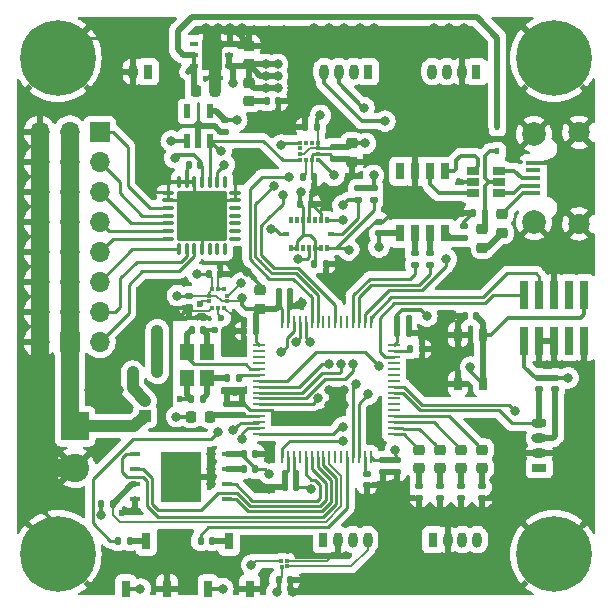
<source format=gbr>
G04 #@! TF.GenerationSoftware,KiCad,Pcbnew,(6.0.9)*
G04 #@! TF.CreationDate,2023-03-18T16:21:46+02:00*
G04 #@! TF.ProjectId,HadesMicro,48616465-734d-4696-9372-6f2e6b696361,rev?*
G04 #@! TF.SameCoordinates,Original*
G04 #@! TF.FileFunction,Copper,L1,Top*
G04 #@! TF.FilePolarity,Positive*
%FSLAX46Y46*%
G04 Gerber Fmt 4.6, Leading zero omitted, Abs format (unit mm)*
G04 Created by KiCad (PCBNEW (6.0.9)) date 2023-03-18 16:21:46*
%MOMM*%
%LPD*%
G01*
G04 APERTURE LIST*
G04 Aperture macros list*
%AMRoundRect*
0 Rectangle with rounded corners*
0 $1 Rounding radius*
0 $2 $3 $4 $5 $6 $7 $8 $9 X,Y pos of 4 corners*
0 Add a 4 corners polygon primitive as box body*
4,1,4,$2,$3,$4,$5,$6,$7,$8,$9,$2,$3,0*
0 Add four circle primitives for the rounded corners*
1,1,$1+$1,$2,$3*
1,1,$1+$1,$4,$5*
1,1,$1+$1,$6,$7*
1,1,$1+$1,$8,$9*
0 Add four rect primitives between the rounded corners*
20,1,$1+$1,$2,$3,$4,$5,0*
20,1,$1+$1,$4,$5,$6,$7,0*
20,1,$1+$1,$6,$7,$8,$9,0*
20,1,$1+$1,$8,$9,$2,$3,0*%
G04 Aperture macros list end*
G04 #@! TA.AperFunction,ComponentPad*
%ADD10R,0.800000X1.300000*%
G04 #@! TD*
G04 #@! TA.AperFunction,ComponentPad*
%ADD11O,0.800000X1.300000*%
G04 #@! TD*
G04 #@! TA.AperFunction,SMDPad,CuDef*
%ADD12RoundRect,0.147500X-0.147500X-0.172500X0.147500X-0.172500X0.147500X0.172500X-0.147500X0.172500X0*%
G04 #@! TD*
G04 #@! TA.AperFunction,SMDPad,CuDef*
%ADD13RoundRect,0.147500X0.147500X0.172500X-0.147500X0.172500X-0.147500X-0.172500X0.147500X-0.172500X0*%
G04 #@! TD*
G04 #@! TA.AperFunction,SMDPad,CuDef*
%ADD14RoundRect,0.147500X-0.172500X0.147500X-0.172500X-0.147500X0.172500X-0.147500X0.172500X0.147500X0*%
G04 #@! TD*
G04 #@! TA.AperFunction,SMDPad,CuDef*
%ADD15RoundRect,0.147500X0.172500X-0.147500X0.172500X0.147500X-0.172500X0.147500X-0.172500X-0.147500X0*%
G04 #@! TD*
G04 #@! TA.AperFunction,SMDPad,CuDef*
%ADD16R,0.350000X0.380000*%
G04 #@! TD*
G04 #@! TA.AperFunction,SMDPad,CuDef*
%ADD17R,0.800000X1.400000*%
G04 #@! TD*
G04 #@! TA.AperFunction,SMDPad,CuDef*
%ADD18RoundRect,0.218750X-0.218750X-0.256250X0.218750X-0.256250X0.218750X0.256250X-0.218750X0.256250X0*%
G04 #@! TD*
G04 #@! TA.AperFunction,SMDPad,CuDef*
%ADD19RoundRect,0.218750X0.256250X-0.218750X0.256250X0.218750X-0.256250X0.218750X-0.256250X-0.218750X0*%
G04 #@! TD*
G04 #@! TA.AperFunction,SMDPad,CuDef*
%ADD20RoundRect,0.218750X-0.256250X0.218750X-0.256250X-0.218750X0.256250X-0.218750X0.256250X0.218750X0*%
G04 #@! TD*
G04 #@! TA.AperFunction,SMDPad,CuDef*
%ADD21R,0.450000X0.600000*%
G04 #@! TD*
G04 #@! TA.AperFunction,SMDPad,CuDef*
%ADD22R,0.600000X0.450000*%
G04 #@! TD*
G04 #@! TA.AperFunction,SMDPad,CuDef*
%ADD23R,0.600000X1.150000*%
G04 #@! TD*
G04 #@! TA.AperFunction,SMDPad,CuDef*
%ADD24R,0.950000X0.450000*%
G04 #@! TD*
G04 #@! TA.AperFunction,SMDPad,CuDef*
%ADD25R,3.450000X4.350000*%
G04 #@! TD*
G04 #@! TA.AperFunction,ComponentPad*
%ADD26R,1.300000X0.800000*%
G04 #@! TD*
G04 #@! TA.AperFunction,ComponentPad*
%ADD27O,1.300000X0.800000*%
G04 #@! TD*
G04 #@! TA.AperFunction,SMDPad,CuDef*
%ADD28R,0.330000X0.300000*%
G04 #@! TD*
G04 #@! TA.AperFunction,SMDPad,CuDef*
%ADD29R,0.300000X0.330000*%
G04 #@! TD*
G04 #@! TA.AperFunction,SMDPad,CuDef*
%ADD30R,0.350000X0.580000*%
G04 #@! TD*
G04 #@! TA.AperFunction,SMDPad,CuDef*
%ADD31R,0.580000X0.350000*%
G04 #@! TD*
G04 #@! TA.AperFunction,ComponentPad*
%ADD32R,1.000000X1.000000*%
G04 #@! TD*
G04 #@! TA.AperFunction,ComponentPad*
%ADD33O,1.000000X1.000000*%
G04 #@! TD*
G04 #@! TA.AperFunction,SMDPad,CuDef*
%ADD34RoundRect,0.075000X-0.437500X-0.075000X0.437500X-0.075000X0.437500X0.075000X-0.437500X0.075000X0*%
G04 #@! TD*
G04 #@! TA.AperFunction,SMDPad,CuDef*
%ADD35RoundRect,0.075000X-0.075000X-0.437500X0.075000X-0.437500X0.075000X0.437500X-0.075000X0.437500X0*%
G04 #@! TD*
G04 #@! TA.AperFunction,SMDPad,CuDef*
%ADD36RoundRect,0.250002X-1.874998X-1.874998X1.874998X-1.874998X1.874998X1.874998X-1.874998X1.874998X0*%
G04 #@! TD*
G04 #@! TA.AperFunction,ComponentPad*
%ADD37R,1.700000X1.700000*%
G04 #@! TD*
G04 #@! TA.AperFunction,ComponentPad*
%ADD38O,1.700000X1.700000*%
G04 #@! TD*
G04 #@! TA.AperFunction,SMDPad,CuDef*
%ADD39R,0.800000X0.400000*%
G04 #@! TD*
G04 #@! TA.AperFunction,SMDPad,CuDef*
%ADD40R,1.750000X2.500000*%
G04 #@! TD*
G04 #@! TA.AperFunction,SMDPad,CuDef*
%ADD41R,0.650000X1.050000*%
G04 #@! TD*
G04 #@! TA.AperFunction,SMDPad,CuDef*
%ADD42R,0.740000X2.400000*%
G04 #@! TD*
G04 #@! TA.AperFunction,SMDPad,CuDef*
%ADD43R,1.060000X0.650000*%
G04 #@! TD*
G04 #@! TA.AperFunction,SMDPad,CuDef*
%ADD44R,0.800000X1.450000*%
G04 #@! TD*
G04 #@! TA.AperFunction,SMDPad,CuDef*
%ADD45R,0.350000X0.300000*%
G04 #@! TD*
G04 #@! TA.AperFunction,SMDPad,CuDef*
%ADD46R,0.300000X0.350000*%
G04 #@! TD*
G04 #@! TA.AperFunction,ComponentPad*
%ADD47C,6.400000*%
G04 #@! TD*
G04 #@! TA.AperFunction,ComponentPad*
%ADD48C,0.800000*%
G04 #@! TD*
G04 #@! TA.AperFunction,SMDPad,CuDef*
%ADD49R,1.200000X1.400000*%
G04 #@! TD*
G04 #@! TA.AperFunction,SMDPad,CuDef*
%ADD50R,1.000000X0.250000*%
G04 #@! TD*
G04 #@! TA.AperFunction,SMDPad,CuDef*
%ADD51R,0.250000X1.000000*%
G04 #@! TD*
G04 #@! TA.AperFunction,SMDPad,CuDef*
%ADD52RoundRect,0.218750X0.218750X0.256250X-0.218750X0.256250X-0.218750X-0.256250X0.218750X-0.256250X0*%
G04 #@! TD*
G04 #@! TA.AperFunction,ComponentPad*
%ADD53R,2.400000X2.400000*%
G04 #@! TD*
G04 #@! TA.AperFunction,ComponentPad*
%ADD54C,2.400000*%
G04 #@! TD*
G04 #@! TA.AperFunction,SMDPad,CuDef*
%ADD55R,1.300000X0.450000*%
G04 #@! TD*
G04 #@! TA.AperFunction,ComponentPad*
%ADD56C,1.800000*%
G04 #@! TD*
G04 #@! TA.AperFunction,ComponentPad*
%ADD57C,2.000000*%
G04 #@! TD*
G04 #@! TA.AperFunction,ViaPad*
%ADD58C,0.800000*%
G04 #@! TD*
G04 #@! TA.AperFunction,ViaPad*
%ADD59C,0.600000*%
G04 #@! TD*
G04 #@! TA.AperFunction,Conductor*
%ADD60C,0.350000*%
G04 #@! TD*
G04 #@! TA.AperFunction,Conductor*
%ADD61C,0.250000*%
G04 #@! TD*
G04 #@! TA.AperFunction,Conductor*
%ADD62C,0.500000*%
G04 #@! TD*
G04 #@! TA.AperFunction,Conductor*
%ADD63C,0.200000*%
G04 #@! TD*
G04 #@! TA.AperFunction,Conductor*
%ADD64C,1.500000*%
G04 #@! TD*
G04 #@! TA.AperFunction,Conductor*
%ADD65C,1.000000*%
G04 #@! TD*
G04 APERTURE END LIST*
D10*
X46482000Y-64770000D03*
D11*
X47732000Y-64770000D03*
X48982000Y-64770000D03*
X50232000Y-64770000D03*
D12*
X52728000Y-47244000D03*
X53698000Y-47244000D03*
D13*
X36276000Y-52832000D03*
X35306000Y-52832000D03*
D14*
X49403000Y-35034500D03*
X49403000Y-36004500D03*
D15*
X55499000Y-41506000D03*
X55499000Y-40536000D03*
D16*
X36788800Y-44106400D03*
X36788800Y-44606400D03*
X37053800Y-45121400D03*
X37553800Y-45121400D03*
X38053800Y-45121400D03*
X38318800Y-44606400D03*
X38318800Y-44106400D03*
X38053800Y-43591400D03*
X37553800Y-43591400D03*
X37053800Y-43591400D03*
D17*
X29746000Y-68929000D03*
X33246000Y-68929000D03*
X31496000Y-64929000D03*
X36731000Y-68929000D03*
X40231000Y-68929000D03*
X38481000Y-64929000D03*
D18*
X35686800Y-26771600D03*
X37261800Y-26771600D03*
D19*
X40182800Y-24536600D03*
X40182800Y-22961600D03*
D12*
X42718000Y-43815000D03*
X43688000Y-43815000D03*
D15*
X39624000Y-54229000D03*
X39624000Y-53259000D03*
D14*
X38176200Y-29283800D03*
X38176200Y-30253800D03*
D12*
X44496000Y-36322000D03*
X45466000Y-36322000D03*
X45720000Y-41402000D03*
X46690000Y-41402000D03*
X44750000Y-34036000D03*
X45720000Y-34036000D03*
D13*
X45928000Y-29845000D03*
X44958000Y-29845000D03*
D14*
X47371000Y-31542000D03*
X47371000Y-32512000D03*
D20*
X48895000Y-31216500D03*
X48895000Y-32791500D03*
D12*
X36776800Y-42316400D03*
X37746800Y-42316400D03*
D14*
X35102800Y-44117400D03*
X35102800Y-45087400D03*
D13*
X36068000Y-33045400D03*
X35098000Y-33045400D03*
X59425700Y-45872400D03*
X58455700Y-45872400D03*
D12*
X39751000Y-57531000D03*
X40721000Y-57531000D03*
X42718000Y-68199000D03*
X43688000Y-68199000D03*
D13*
X60152000Y-37084000D03*
X59182000Y-37084000D03*
D14*
X58420000Y-38250000D03*
X58420000Y-39220000D03*
D15*
X51181000Y-38816000D03*
X51181000Y-37846000D03*
D19*
X56388000Y-58725000D03*
X56388000Y-57150000D03*
X58166000Y-58725000D03*
X58166000Y-57150000D03*
X59944000Y-58725000D03*
X59944000Y-57150000D03*
D21*
X61214000Y-29811000D03*
X61214000Y-31911000D03*
D22*
X32419000Y-50609500D03*
X30319000Y-50609500D03*
D23*
X34940200Y-31018800D03*
X35890200Y-31018800D03*
X36840200Y-31018800D03*
X36840200Y-28518800D03*
X34940200Y-28518800D03*
D19*
X61595000Y-38786000D03*
X61595000Y-37211000D03*
D20*
X59944000Y-38481000D03*
X59944000Y-40056000D03*
D24*
X30517000Y-57531000D03*
X30517000Y-58801000D03*
X30517000Y-60071000D03*
X30517000Y-61341000D03*
X38317000Y-61341000D03*
X38317000Y-60071000D03*
X38317000Y-58801000D03*
X38317000Y-57531000D03*
D25*
X34417000Y-59436000D03*
D10*
X55753000Y-64770000D03*
D11*
X57003000Y-64770000D03*
X58253000Y-64770000D03*
X59503000Y-64770000D03*
D26*
X64770000Y-58674000D03*
D27*
X64770000Y-57424000D03*
X64770000Y-56174000D03*
X64770000Y-54924000D03*
D28*
X43430000Y-67027000D03*
D29*
X43405000Y-66552000D03*
D28*
X42930000Y-66577000D03*
D29*
X42955000Y-67052000D03*
D30*
X43754000Y-37744000D03*
X44254000Y-37744000D03*
X44754000Y-37744000D03*
X45254000Y-37744000D03*
X45754000Y-37744000D03*
X46254000Y-37744000D03*
X46754000Y-37744000D03*
D31*
X47164000Y-38904000D03*
D30*
X46754000Y-40064000D03*
X46254000Y-40064000D03*
X45754000Y-40064000D03*
X45254000Y-40064000D03*
X44754000Y-40064000D03*
X44254000Y-40064000D03*
X43754000Y-40064000D03*
D31*
X43344000Y-38904000D03*
D32*
X31369000Y-54292500D03*
D33*
X31369000Y-53022500D03*
D34*
X33357500Y-35388000D03*
X33357500Y-36038000D03*
X33357500Y-36688000D03*
X33357500Y-37338000D03*
X33357500Y-37988000D03*
X33357500Y-38638000D03*
X33357500Y-39288000D03*
D35*
X34245000Y-40175500D03*
X34895000Y-40175500D03*
X35545000Y-40175500D03*
X36195000Y-40175500D03*
X36845000Y-40175500D03*
X37495000Y-40175500D03*
X38145000Y-40175500D03*
D34*
X39032500Y-39288000D03*
X39032500Y-38638000D03*
X39032500Y-37988000D03*
X39032500Y-37338000D03*
X39032500Y-36688000D03*
X39032500Y-36038000D03*
X39032500Y-35388000D03*
D35*
X38145000Y-34500500D03*
X37495000Y-34500500D03*
X36845000Y-34500500D03*
X36195000Y-34500500D03*
X35545000Y-34500500D03*
X34895000Y-34500500D03*
X34245000Y-34500500D03*
D36*
X36195000Y-37338000D03*
D37*
X25000000Y-48000000D03*
D38*
X22460000Y-48000000D03*
X25000000Y-45460000D03*
X22460000Y-45460000D03*
X25000000Y-42920000D03*
X22460000Y-42920000D03*
X25000000Y-40380000D03*
X22460000Y-40380000D03*
X25000000Y-37840000D03*
X22460000Y-37840000D03*
X25000000Y-35300000D03*
X22460000Y-35300000D03*
X25000000Y-32760000D03*
X22460000Y-32760000D03*
X25000000Y-30220000D03*
X22460000Y-30220000D03*
D37*
X27541220Y-30251400D03*
D38*
X27541220Y-32791400D03*
X27541220Y-35331400D03*
X27541220Y-37871400D03*
X27541220Y-40411400D03*
X27541220Y-42951400D03*
X27541220Y-45491400D03*
X27541220Y-48031400D03*
D19*
X40182800Y-27660600D03*
X40182800Y-26085600D03*
D13*
X42676800Y-27660600D03*
X41706800Y-27660600D03*
D14*
X50736500Y-35034500D03*
X50736500Y-36004500D03*
X66103500Y-51077000D03*
X66103500Y-52047000D03*
X64770000Y-51077000D03*
X64770000Y-52047000D03*
X54610000Y-60244000D03*
X54610000Y-61214000D03*
X58166000Y-60244000D03*
X58166000Y-61214000D03*
X59944000Y-60248800D03*
X59944000Y-61218800D03*
D15*
X54229000Y-41508400D03*
X54229000Y-40538400D03*
D13*
X30076000Y-64897000D03*
X29106000Y-64897000D03*
X37061000Y-64897000D03*
X36091000Y-64897000D03*
D12*
X39751000Y-58801000D03*
X40721000Y-58801000D03*
X27668500Y-61722000D03*
X28638500Y-61722000D03*
D10*
X50292000Y-25146000D03*
D11*
X49042000Y-25146000D03*
X47792000Y-25146000D03*
X46542000Y-25146000D03*
D39*
X38507800Y-24673600D03*
X38507800Y-23723600D03*
X38507800Y-22773600D03*
X35507800Y-22773600D03*
X35507800Y-23723600D03*
X35507800Y-24673600D03*
D40*
X37007800Y-23723600D03*
D41*
X60015700Y-47414900D03*
X60015700Y-51564900D03*
X57865700Y-47414900D03*
X57865700Y-51564900D03*
D42*
X63500000Y-47924000D03*
X63500000Y-44024000D03*
X64770000Y-47924000D03*
X64770000Y-44024000D03*
X66040000Y-47924000D03*
X66040000Y-44024000D03*
X67310000Y-47924000D03*
X67310000Y-44024000D03*
X68580000Y-47924000D03*
X68580000Y-44024000D03*
D43*
X59141000Y-33543200D03*
X59141000Y-34493200D03*
X59141000Y-35443200D03*
X61341000Y-35443200D03*
X61341000Y-34493200D03*
X61341000Y-33543200D03*
D44*
X56769000Y-33570000D03*
X55499000Y-33570000D03*
X54229000Y-33570000D03*
X52959000Y-33570000D03*
X52959000Y-38820000D03*
X54229000Y-38820000D03*
X55499000Y-38820000D03*
X56769000Y-38820000D03*
D10*
X31623000Y-25146000D03*
D11*
X30373000Y-25146000D03*
D14*
X56388000Y-60244000D03*
X56388000Y-61214000D03*
D45*
X44504000Y-31154000D03*
X44504000Y-31654000D03*
X44504000Y-32154000D03*
X44504000Y-32654000D03*
D46*
X45004000Y-32654000D03*
X45504000Y-32654000D03*
D45*
X46004000Y-32654000D03*
X46004000Y-32154000D03*
X46004000Y-31654000D03*
X46004000Y-31154000D03*
D46*
X45504000Y-31154000D03*
X45004000Y-31154000D03*
D47*
X24000000Y-66000000D03*
D48*
X24000000Y-63600000D03*
X24000000Y-68400000D03*
X22302944Y-67697056D03*
X21600000Y-66000000D03*
X26400000Y-66000000D03*
X22302944Y-64302944D03*
X25697056Y-64302944D03*
X25697056Y-67697056D03*
X66000000Y-68400000D03*
X68400000Y-66000000D03*
X64302944Y-67697056D03*
X67697056Y-67697056D03*
X63600000Y-66000000D03*
X67697056Y-64302944D03*
D47*
X66000000Y-66000000D03*
D48*
X66000000Y-63600000D03*
X64302944Y-64302944D03*
X64302944Y-25697056D03*
X64302944Y-22302944D03*
X63600000Y-24000000D03*
D47*
X66000000Y-24000000D03*
D48*
X67697056Y-25697056D03*
X66000000Y-26400000D03*
X68400000Y-24000000D03*
X66000000Y-21600000D03*
X67697056Y-22302944D03*
X25697056Y-22302944D03*
X25697056Y-25697056D03*
X24000000Y-21600000D03*
X26400000Y-24000000D03*
X22302944Y-25697056D03*
X22302944Y-22302944D03*
X21600000Y-24000000D03*
D47*
X24000000Y-24000000D03*
D48*
X24000000Y-26400000D03*
D13*
X39324000Y-51054000D03*
X38354000Y-51054000D03*
D49*
X34964000Y-48854000D03*
X34964000Y-51054000D03*
X36664000Y-51054000D03*
X36664000Y-48854000D03*
D50*
X41036000Y-48320000D03*
X41036000Y-48820000D03*
X41036000Y-49320000D03*
X41036000Y-49820000D03*
X41036000Y-50320000D03*
X41036000Y-50820000D03*
X41036000Y-51320000D03*
X41036000Y-51820000D03*
X41036000Y-52320000D03*
X41036000Y-52820000D03*
X41036000Y-53320000D03*
X41036000Y-53820000D03*
X41036000Y-54320000D03*
X41036000Y-54820000D03*
X41036000Y-55320000D03*
X41036000Y-55820000D03*
D51*
X42986000Y-57770000D03*
X43486000Y-57770000D03*
X43986000Y-57770000D03*
X44486000Y-57770000D03*
X44986000Y-57770000D03*
X45486000Y-57770000D03*
X45986000Y-57770000D03*
X46486000Y-57770000D03*
X46986000Y-57770000D03*
X47486000Y-57770000D03*
X47986000Y-57770000D03*
X48486000Y-57770000D03*
X48986000Y-57770000D03*
X49486000Y-57770000D03*
X49986000Y-57770000D03*
X50486000Y-57770000D03*
D50*
X52436000Y-55820000D03*
X52436000Y-55320000D03*
X52436000Y-54820000D03*
X52436000Y-54320000D03*
X52436000Y-53820000D03*
X52436000Y-53320000D03*
X52436000Y-52820000D03*
X52436000Y-52320000D03*
X52436000Y-51820000D03*
X52436000Y-51320000D03*
X52436000Y-50820000D03*
X52436000Y-50320000D03*
X52436000Y-49820000D03*
X52436000Y-49320000D03*
X52436000Y-48820000D03*
X52436000Y-48320000D03*
D51*
X50486000Y-46370000D03*
X49986000Y-46370000D03*
X49486000Y-46370000D03*
X48986000Y-46370000D03*
X48486000Y-46370000D03*
X47986000Y-46370000D03*
X47486000Y-46370000D03*
X46986000Y-46370000D03*
X46486000Y-46370000D03*
X45986000Y-46370000D03*
X45486000Y-46370000D03*
X44986000Y-46370000D03*
X44486000Y-46370000D03*
X43986000Y-46370000D03*
X43486000Y-46370000D03*
X42986000Y-46370000D03*
D52*
X36855500Y-54356000D03*
X35280500Y-54356000D03*
D14*
X52705000Y-58062000D03*
X52705000Y-59032000D03*
D13*
X44173000Y-60325000D03*
X43203000Y-60325000D03*
D14*
X51562000Y-58062000D03*
X51562000Y-59032000D03*
D12*
X52728000Y-46075600D03*
X53698000Y-46075600D03*
D13*
X40744000Y-47117000D03*
X39774000Y-47117000D03*
D12*
X53848000Y-48641000D03*
X54818000Y-48641000D03*
D14*
X50165000Y-59182000D03*
X50165000Y-60152000D03*
D12*
X35352000Y-46990000D03*
X36322000Y-46990000D03*
D15*
X38354000Y-54229000D03*
X38354000Y-53259000D03*
D13*
X44173000Y-59182000D03*
X43203000Y-59182000D03*
D12*
X42718000Y-44958000D03*
X43688000Y-44958000D03*
D19*
X41148000Y-45237500D03*
X41148000Y-43662500D03*
X54610000Y-58725000D03*
X54610000Y-57150000D03*
D10*
X59436000Y-25146000D03*
D11*
X58186000Y-25146000D03*
X56936000Y-25146000D03*
X55686000Y-25146000D03*
D53*
X25463500Y-55181500D03*
D54*
X25463500Y-58681500D03*
D55*
X64267000Y-35463000D03*
X64267000Y-34813000D03*
X64267000Y-34163000D03*
X64267000Y-33513000D03*
X64267000Y-32863000D03*
D56*
X68117000Y-30288000D03*
D57*
X64317000Y-30438000D03*
D56*
X68117000Y-38038000D03*
D57*
X64317000Y-37888000D03*
D58*
X41579800Y-24536400D03*
X38785800Y-26136600D03*
X41579800Y-25501600D03*
X41579800Y-26517600D03*
X42595800Y-24536400D03*
X42595800Y-25501600D03*
X42595800Y-26517600D03*
X35814000Y-42316400D03*
X45466000Y-60452000D03*
X50038000Y-31216600D03*
X44577000Y-35306000D03*
X27668500Y-62720500D03*
X50723800Y-33934400D03*
X67206000Y-51077000D03*
X33883600Y-32435800D03*
X51181000Y-40005000D03*
X34036000Y-54356000D03*
X42545000Y-69215000D03*
X48158400Y-37744400D03*
X34112200Y-44119800D03*
X52578000Y-57150000D03*
X39598600Y-44348400D03*
X41910000Y-59182000D03*
X30988000Y-68961000D03*
X39141400Y-29286200D03*
X37966400Y-68929000D03*
X55245000Y-45847000D03*
X46228000Y-28854400D03*
X42926000Y-31369000D03*
D59*
X36033900Y-44796900D03*
D58*
X33598800Y-31018800D03*
X48133000Y-36449000D03*
X44196000Y-48031400D03*
X38100000Y-33020000D03*
X37515800Y-21463000D03*
X36499800Y-21463000D03*
X39547800Y-21463000D03*
X60960000Y-62230000D03*
X40640000Y-21590000D03*
D59*
X58039000Y-34493200D03*
D58*
X50800000Y-21488400D03*
X46990000Y-53340000D03*
X43840400Y-26517600D03*
X52070000Y-62230000D03*
X57150000Y-68580000D03*
X59690000Y-41910000D03*
X53340000Y-60960000D03*
X36957000Y-60071000D03*
X52959000Y-37084000D03*
X58674000Y-48895000D03*
X55880000Y-68580000D03*
X58420000Y-21488400D03*
X38100000Y-67310000D03*
X63500000Y-40640000D03*
X48260000Y-53340000D03*
X41910000Y-21590000D03*
X41910000Y-60452000D03*
X67310000Y-40640000D03*
X62230000Y-59690000D03*
X45720000Y-21488400D03*
X60960000Y-59690000D03*
X57150000Y-21488400D03*
X68580000Y-32893000D03*
X53340000Y-62230000D03*
X52070000Y-60960000D03*
X46990000Y-52070000D03*
X62230000Y-62230000D03*
X68580000Y-40640000D03*
X48260000Y-52070000D03*
X46990000Y-54610000D03*
X66040000Y-40640000D03*
X59690000Y-29210000D03*
X29235400Y-23114000D03*
X33528000Y-45720000D03*
D59*
X34340800Y-52832000D03*
D58*
X58420000Y-43180000D03*
X45720000Y-35306000D03*
X58420000Y-29210000D03*
X62230000Y-60960000D03*
X38531800Y-21463000D03*
X63500000Y-62230000D03*
X50800000Y-68580000D03*
X58420000Y-30480000D03*
X50800000Y-55880000D03*
X50800000Y-54610000D03*
X21590000Y-62230000D03*
X59690000Y-30480000D03*
X57150000Y-29210000D03*
X60960000Y-60960000D03*
X29235400Y-25146000D03*
X27940000Y-52070000D03*
X41910000Y-57912000D03*
X68580000Y-57150000D03*
X57150000Y-30480000D03*
X68580000Y-35560000D03*
X57150000Y-31750000D03*
X29235400Y-24130000D03*
D59*
X29464000Y-62484000D03*
D58*
X49555400Y-21488400D03*
X36957000Y-58801000D03*
X43942000Y-69215000D03*
X31750000Y-67310000D03*
X40005000Y-42082000D03*
X68580000Y-55880000D03*
X26670000Y-52070000D03*
X46990000Y-21488400D03*
X48260000Y-68580000D03*
X62230000Y-40640000D03*
X59690000Y-43180000D03*
X52578000Y-59944000D03*
X59690000Y-68580000D03*
X55880000Y-21488400D03*
X68580000Y-50927000D03*
X33020000Y-67310000D03*
X43180000Y-21590000D03*
X68580000Y-34290000D03*
X30480000Y-67310000D03*
X49530000Y-68580000D03*
X55880000Y-30480000D03*
X44704000Y-44704000D03*
X54610000Y-29210000D03*
X68580000Y-54610000D03*
X48260000Y-21488400D03*
X60960000Y-41910000D03*
D59*
X37287200Y-46990000D03*
D58*
X55880000Y-31750000D03*
X22860000Y-62230000D03*
X38811200Y-47117000D03*
X58420000Y-68580000D03*
X45720000Y-54610000D03*
X66264000Y-32863000D03*
X36957000Y-57531000D03*
X55880000Y-29210000D03*
X68580000Y-58420000D03*
X42672000Y-54356000D03*
X29210000Y-52070000D03*
X44450000Y-54610000D03*
X64770000Y-40640000D03*
X58420000Y-41910000D03*
D59*
X37846000Y-45974000D03*
D58*
X37846000Y-31877000D03*
X48641000Y-40259000D03*
X42926000Y-48920400D03*
X46064001Y-52795001D03*
X39497000Y-43053202D03*
X32419000Y-48107600D03*
X32419000Y-47083000D03*
X32419000Y-49115000D03*
X58928000Y-50165000D03*
X51181000Y-50038000D03*
X48133000Y-55245000D03*
X48133000Y-56388000D03*
X62661800Y-53873400D03*
X40386000Y-66929000D03*
X39624000Y-56261000D03*
X46990000Y-49911000D03*
X42037000Y-38481000D03*
X48006000Y-49911000D03*
X44323000Y-41021000D03*
X49022000Y-49911000D03*
X47371000Y-33939000D03*
X38862000Y-55499000D03*
X49276000Y-51562000D03*
X49911000Y-28194000D03*
X51689000Y-29337000D03*
X50292000Y-52451000D03*
X56896000Y-41021000D03*
X43053000Y-35560000D03*
X42291000Y-34798000D03*
X43561000Y-34036000D03*
X37592000Y-55626000D03*
X45339000Y-48031400D03*
D60*
X37966400Y-68929000D02*
X37966400Y-68929000D01*
X27668500Y-62720500D02*
X27668500Y-62720500D01*
D61*
X41910000Y-59182000D02*
X41910000Y-59182000D01*
X45466000Y-60452000D02*
X45466000Y-60452000D01*
X52578000Y-57150000D02*
X52578000Y-57150000D01*
D60*
X39624000Y-44577000D02*
X39624000Y-44577000D01*
X55245000Y-45847000D02*
X55245000Y-45847000D01*
X67206000Y-51077000D02*
X67206000Y-51077000D01*
X39141400Y-29286200D02*
X39141400Y-29286200D01*
X34163000Y-32435800D02*
X34163000Y-32435800D01*
X50038000Y-31216600D02*
X50038000Y-31216600D01*
D61*
X48158400Y-37744400D02*
X48158400Y-37744400D01*
D62*
X40045800Y-24673600D02*
X40182800Y-24536600D01*
D63*
X42955000Y-67052000D02*
X42955000Y-67962000D01*
D62*
X37411200Y-28518800D02*
X38176200Y-29283800D01*
D60*
X45928000Y-29845000D02*
X45928000Y-29154400D01*
X63500000Y-47924000D02*
X63500000Y-50127000D01*
D61*
X46754000Y-37744000D02*
X47179000Y-37744000D01*
D63*
X39340600Y-44606400D02*
X39598600Y-44348400D01*
D62*
X38317000Y-57531000D02*
X39751000Y-57531000D01*
D61*
X50778000Y-58062000D02*
X50486000Y-57770000D01*
D63*
X46004000Y-31654000D02*
X46004000Y-31154000D01*
D61*
X36195000Y-34500500D02*
X36195000Y-33172400D01*
X42986000Y-45226000D02*
X42718000Y-44958000D01*
X47179400Y-37744400D02*
X48158400Y-37744400D01*
D60*
X52728000Y-45755600D02*
X53144600Y-45339000D01*
X41148000Y-45237500D02*
X40284500Y-45237500D01*
D62*
X38507800Y-23723600D02*
X38507800Y-24673600D01*
D61*
X52578000Y-57640000D02*
X52578000Y-57150000D01*
D62*
X48569500Y-31542000D02*
X48895000Y-31216500D01*
D60*
X27668500Y-61722000D02*
X27668500Y-62720500D01*
D61*
X36195000Y-33172400D02*
X36068000Y-33045400D01*
D60*
X38498600Y-29286200D02*
X39141400Y-29286200D01*
D61*
X40721000Y-58801000D02*
X41529000Y-58801000D01*
X45339000Y-60325000D02*
X45466000Y-60452000D01*
D63*
X37913798Y-44606400D02*
X37943800Y-44606400D01*
D61*
X41529000Y-58801000D02*
X41910000Y-59182000D01*
D60*
X36068000Y-32725400D02*
X35549800Y-32207200D01*
D62*
X41579800Y-25501600D02*
X42595800Y-25501600D01*
D61*
X40744000Y-47117000D02*
X40744000Y-48028000D01*
D62*
X41579800Y-26517600D02*
X42595800Y-26517600D01*
D60*
X38176200Y-29283800D02*
X38496200Y-29283800D01*
X44496000Y-35387000D02*
X44577000Y-35306000D01*
D61*
X44253999Y-39513999D02*
X44754000Y-39013998D01*
D63*
X44879000Y-32154000D02*
X45379000Y-31654000D01*
D60*
X50736500Y-33947100D02*
X50723800Y-33934400D01*
X53144600Y-45339000D02*
X54737000Y-45339000D01*
D61*
X34114600Y-44117400D02*
X34112200Y-44119800D01*
D60*
X66103500Y-51077000D02*
X67206000Y-51077000D01*
D62*
X40744000Y-45641500D02*
X41148000Y-45237500D01*
D63*
X37053800Y-42593400D02*
X36776800Y-42316400D01*
D61*
X44754000Y-38284000D02*
X44754000Y-37744000D01*
D60*
X39598600Y-44348400D02*
X39598600Y-44914085D01*
D63*
X46004000Y-31154000D02*
X46004000Y-29921000D01*
D62*
X42718000Y-43815000D02*
X42718000Y-44958000D01*
D61*
X45363998Y-39013998D02*
X44754000Y-39013998D01*
D62*
X52955000Y-38816000D02*
X52959000Y-38820000D01*
D63*
X39594600Y-44606400D02*
X39624000Y-44577000D01*
D60*
X48895000Y-31216500D02*
X49370000Y-31216500D01*
D62*
X40744000Y-47117000D02*
X40744000Y-45641500D01*
D60*
X49370000Y-31216500D02*
X49370100Y-31216600D01*
X52728000Y-46075600D02*
X52728000Y-45755600D01*
D61*
X45754000Y-40064000D02*
X45754000Y-41368000D01*
D62*
X51181000Y-38816000D02*
X52955000Y-38816000D01*
X41148000Y-45237500D02*
X42438500Y-45237500D01*
D60*
X40721000Y-58712058D02*
X40721000Y-58801000D01*
X39598600Y-44914085D02*
X39922015Y-45237500D01*
X45928000Y-29154400D02*
X46228000Y-28854400D01*
D61*
X47179000Y-37744000D02*
X47179400Y-37744400D01*
D62*
X41579800Y-26517600D02*
X40614800Y-26517600D01*
D61*
X45754000Y-40064000D02*
X45754000Y-39404000D01*
X44754000Y-37744000D02*
X44754000Y-36580000D01*
D63*
X38318800Y-44606400D02*
X39340600Y-44606400D01*
D60*
X39922015Y-45237500D02*
X40284500Y-45237500D01*
D61*
X45754000Y-40064000D02*
X46254000Y-40064000D01*
X36776800Y-42316400D02*
X35814000Y-42316400D01*
D62*
X41579600Y-24536600D02*
X41579800Y-24536400D01*
D60*
X50736500Y-35034500D02*
X50736500Y-33947100D01*
D63*
X44504000Y-32154000D02*
X44879000Y-32154000D01*
X42955000Y-67962000D02*
X42718000Y-68199000D01*
D60*
X39751000Y-57531000D02*
X39751000Y-57742058D01*
X51181000Y-38816000D02*
X51181000Y-40005000D01*
D62*
X41147800Y-25501600D02*
X40182800Y-24536600D01*
D60*
X63500000Y-50127000D02*
X64450000Y-51077000D01*
D63*
X37053800Y-43591400D02*
X37053800Y-42593400D01*
D61*
X40744000Y-48028000D02*
X41036000Y-48320000D01*
D60*
X35549800Y-32207200D02*
X34112200Y-32207200D01*
D62*
X51562000Y-58062000D02*
X52705000Y-58062000D01*
D61*
X44754000Y-36580000D02*
X44496000Y-36322000D01*
D60*
X44496000Y-36322000D02*
X44496000Y-35387000D01*
D62*
X38785800Y-26136600D02*
X38785800Y-24951600D01*
D61*
X43986000Y-57770000D02*
X43986000Y-58995000D01*
D63*
X37413798Y-44106400D02*
X37913798Y-44606400D01*
X46004000Y-29921000D02*
X45928000Y-29845000D01*
D61*
X52728000Y-47244000D02*
X52728000Y-48028000D01*
X52705000Y-58062000D02*
X52705000Y-57767000D01*
D63*
X45379000Y-31654000D02*
X45629000Y-31654000D01*
X36788800Y-44106400D02*
X35113800Y-44106400D01*
D61*
X46004000Y-31654000D02*
X47259000Y-31654000D01*
X42986000Y-46370000D02*
X42986000Y-45226000D01*
D60*
X39751000Y-57742058D02*
X40721000Y-58712058D01*
D62*
X47371000Y-31542000D02*
X48569500Y-31542000D01*
D63*
X45629000Y-31654000D02*
X46004000Y-31654000D01*
D61*
X43986000Y-58995000D02*
X44173000Y-59182000D01*
X44754000Y-39013998D02*
X44754000Y-38284000D01*
D62*
X40614800Y-26517600D02*
X40182800Y-26085600D01*
D60*
X49370100Y-31216600D02*
X50038000Y-31216600D01*
D62*
X41579800Y-24536400D02*
X42595800Y-24536400D01*
D60*
X35280500Y-54356000D02*
X34036000Y-54356000D01*
X29746000Y-68929000D02*
X30956000Y-68929000D01*
D61*
X47259000Y-31654000D02*
X47371000Y-31542000D01*
X44500800Y-36317200D02*
X44496000Y-36322000D01*
D62*
X36840200Y-28518800D02*
X37411200Y-28518800D01*
X38785800Y-24951600D02*
X38507800Y-24673600D01*
D61*
X44254000Y-40064000D02*
X44253999Y-39513999D01*
D62*
X41579800Y-25501600D02*
X41147800Y-25501600D01*
X44173000Y-59182000D02*
X44173000Y-60325000D01*
D60*
X42718000Y-68199000D02*
X42718000Y-69042000D01*
D61*
X35102800Y-44117400D02*
X34114600Y-44117400D01*
D60*
X54737000Y-45339000D02*
X55245000Y-45847000D01*
D62*
X42438500Y-45237500D02*
X42718000Y-44958000D01*
D60*
X38496200Y-29283800D02*
X38498600Y-29286200D01*
D61*
X52705000Y-57767000D02*
X52578000Y-57640000D01*
D62*
X40182800Y-24536600D02*
X40182800Y-26085600D01*
X52728000Y-46075600D02*
X52728000Y-47244000D01*
X49403000Y-35034500D02*
X50736500Y-35034500D01*
X38507800Y-24673600D02*
X40045800Y-24673600D01*
D61*
X52728000Y-48028000D02*
X52436000Y-48320000D01*
D60*
X30956000Y-68929000D02*
X30988000Y-68961000D01*
D63*
X36788800Y-44106400D02*
X37413798Y-44106400D01*
X36788800Y-44106400D02*
X36788800Y-43856400D01*
D62*
X66103500Y-51077000D02*
X64770000Y-51077000D01*
D63*
X37943800Y-44606400D02*
X38318800Y-44606400D01*
D61*
X43754000Y-40064000D02*
X44254000Y-40064000D01*
D60*
X34112200Y-32207200D02*
X33883600Y-32435800D01*
X64450000Y-51077000D02*
X64770000Y-51077000D01*
D61*
X45754000Y-41368000D02*
X45720000Y-41402000D01*
X51562000Y-58062000D02*
X50778000Y-58062000D01*
D60*
X36731000Y-68929000D02*
X37966400Y-68929000D01*
D61*
X44173000Y-60325000D02*
X45339000Y-60325000D01*
D60*
X42718000Y-69042000D02*
X42545000Y-69215000D01*
D63*
X36788800Y-43856400D02*
X37053800Y-43591400D01*
X35113800Y-44106400D02*
X35102800Y-44117400D01*
D62*
X40182800Y-24536600D02*
X41579600Y-24536600D01*
D61*
X45754000Y-39404000D02*
X45363998Y-39013998D01*
D60*
X33598800Y-31018800D02*
X33598800Y-31018800D01*
D61*
X37495000Y-34500500D02*
X37495000Y-33625000D01*
X47164000Y-38904000D02*
X48071802Y-38904000D01*
D63*
X36788800Y-44606400D02*
X36224400Y-44606400D01*
D61*
X44486000Y-46370000D02*
X44486000Y-47741400D01*
X48071802Y-38904000D02*
X49403000Y-37572802D01*
X49403000Y-36299500D02*
X49403000Y-36004500D01*
D63*
X36224400Y-44606400D02*
X36033900Y-44796900D01*
D61*
X43141000Y-31154000D02*
X42926000Y-31369000D01*
X37495000Y-34500500D02*
X37495000Y-34218400D01*
X44504000Y-31154000D02*
X43141000Y-31154000D01*
X44486000Y-47741400D02*
X44196000Y-48031400D01*
X49403000Y-37572802D02*
X49403000Y-36299500D01*
D60*
X49403000Y-36004500D02*
X48577500Y-36004500D01*
X34940200Y-31018800D02*
X33598800Y-31018800D01*
X48577500Y-36004500D02*
X48133000Y-36449000D01*
D61*
X37495000Y-33625000D02*
X38100000Y-33020000D01*
D60*
X37287200Y-46990000D02*
X37287200Y-46990000D01*
X34340800Y-52832000D02*
X34340800Y-52832000D01*
D61*
X41910000Y-57912000D02*
X41910000Y-57912000D01*
X41910000Y-60452000D02*
X41910000Y-60452000D01*
X52578000Y-59944000D02*
X52578000Y-59944000D01*
D62*
X68580000Y-50927000D02*
X68580000Y-50927000D01*
X58674000Y-48895000D02*
X58674000Y-48895000D01*
D60*
X38811200Y-47117000D02*
X38811200Y-47117000D01*
X66264000Y-32863000D02*
X66264000Y-32863000D01*
D64*
X22460000Y-50311000D02*
X22460000Y-51327000D01*
X22460000Y-51327000D02*
X22460000Y-52343000D01*
X22460000Y-52343000D02*
X22460000Y-57375056D01*
D60*
X29464000Y-62484000D02*
X29464000Y-62484000D01*
X52959000Y-37084000D02*
X52959000Y-37084000D01*
D61*
X40005000Y-42082000D02*
X40005000Y-42082000D01*
D60*
X44704000Y-44704000D02*
X44704000Y-44704000D01*
X58420000Y-37846000D02*
X59182000Y-37084000D01*
D63*
X46800000Y-66552000D02*
X47732000Y-65620000D01*
D60*
X45466000Y-36322000D02*
X45466000Y-35560000D01*
D61*
X36195000Y-37338000D02*
X35545000Y-36688000D01*
X63500000Y-62230000D02*
X63500000Y-63500000D01*
X46254000Y-37110000D02*
X45466000Y-36322000D01*
X45579000Y-32154000D02*
X46004000Y-32154000D01*
D62*
X43840400Y-26517600D02*
X43840400Y-27279600D01*
D61*
X40721000Y-57531000D02*
X41529000Y-57531000D01*
X39725000Y-53259000D02*
X39624000Y-53259000D01*
X63500000Y-63500000D02*
X64302944Y-64302944D01*
D60*
X29949000Y-62484000D02*
X29464000Y-62484000D01*
D64*
X22460000Y-45460000D02*
X22460000Y-48000000D01*
D60*
X44237000Y-44704000D02*
X44704000Y-44704000D01*
D61*
X41529000Y-57531000D02*
X41910000Y-57912000D01*
D62*
X37515800Y-23215600D02*
X37007800Y-23723600D01*
D63*
X35436968Y-45421568D02*
X36753632Y-45421568D01*
D61*
X47013000Y-32154000D02*
X47371000Y-32512000D01*
D60*
X37160200Y-46990000D02*
X37287200Y-46990000D01*
X51501000Y-37846000D02*
X52263000Y-37084000D01*
X33528000Y-45720000D02*
X34470200Y-45720000D01*
D62*
X57865700Y-48439900D02*
X58320800Y-48895000D01*
D63*
X37553800Y-43591400D02*
X37553800Y-42509400D01*
D61*
X34895000Y-36038000D02*
X33357500Y-36038000D01*
D60*
X34442400Y-52832000D02*
X34340800Y-52832000D01*
D62*
X66040000Y-49624000D02*
X66327000Y-49911000D01*
X57865700Y-47414900D02*
X57865700Y-46462400D01*
D61*
X45504000Y-32229000D02*
X45579000Y-32154000D01*
X42037000Y-60325000D02*
X41910000Y-60452000D01*
X29235400Y-23114000D02*
X28424344Y-22302944D01*
D62*
X38507800Y-22773600D02*
X39994800Y-22773600D01*
D61*
X39032500Y-35388000D02*
X39032500Y-36038000D01*
D62*
X68293000Y-49911000D02*
X68580000Y-49624000D01*
X66040000Y-47924000D02*
X66040000Y-49624000D01*
D61*
X25697056Y-22302944D02*
X24000000Y-24000000D01*
D60*
X41148000Y-43662500D02*
X41148000Y-43225000D01*
D63*
X36753632Y-45421568D02*
X37053800Y-45121400D01*
D62*
X37515800Y-21463000D02*
X37515800Y-23215600D01*
X38531800Y-22749600D02*
X38507800Y-22773600D01*
D61*
X43486000Y-46370000D02*
X43486000Y-45160000D01*
X36195000Y-40175500D02*
X36195000Y-39563000D01*
D60*
X35011000Y-52832000D02*
X34442400Y-52832000D01*
D62*
X37756200Y-30253800D02*
X37271200Y-29768800D01*
D61*
X43486000Y-45160000D02*
X43688000Y-44958000D01*
X43486000Y-57770000D02*
X43486000Y-58899000D01*
D63*
X37553800Y-42509400D02*
X37746800Y-42316400D01*
D62*
X36499800Y-23215600D02*
X37007800Y-23723600D01*
D60*
X43688000Y-44958000D02*
X43983000Y-44958000D01*
X45466000Y-35560000D02*
X45720000Y-35306000D01*
X64267000Y-32863000D02*
X66264000Y-32863000D01*
D62*
X43459400Y-27660600D02*
X42676800Y-27660600D01*
D60*
X36322000Y-46990000D02*
X37160200Y-46990000D01*
D61*
X36195000Y-37338000D02*
X34895000Y-36038000D01*
X35545000Y-36688000D02*
X35545000Y-34500500D01*
D60*
X52263000Y-37084000D02*
X52959000Y-37084000D01*
D63*
X35102800Y-45087400D02*
X35436968Y-45421568D01*
D62*
X36664000Y-48854000D02*
X36664000Y-47332000D01*
D64*
X22460000Y-42920000D02*
X22460000Y-40380000D01*
X22460000Y-32760000D02*
X22460000Y-30220000D01*
D62*
X48615500Y-32512000D02*
X48895000Y-32791500D01*
X37957800Y-22773600D02*
X37007800Y-23723600D01*
X47371000Y-32512000D02*
X48615500Y-32512000D01*
D61*
X50038000Y-40132000D02*
X50038000Y-38669000D01*
X50861000Y-37846000D02*
X51181000Y-37846000D01*
D62*
X39994800Y-22773600D02*
X40182800Y-22961600D01*
D63*
X45504000Y-32654000D02*
X45504000Y-33820000D01*
D60*
X30517000Y-61341000D02*
X30517000Y-61916000D01*
D61*
X33357500Y-35388000D02*
X33357500Y-36038000D01*
D62*
X58320800Y-48895000D02*
X58674000Y-48895000D01*
X43688000Y-43815000D02*
X43688000Y-44958000D01*
D61*
X42136000Y-53820000D02*
X42672000Y-54356000D01*
D60*
X34470200Y-45720000D02*
X35102800Y-45087400D01*
D61*
X52578000Y-59454000D02*
X52578000Y-59944000D01*
D60*
X58420000Y-38250000D02*
X58420000Y-37846000D01*
D61*
X46254000Y-37744000D02*
X46254000Y-37110000D01*
D60*
X59141000Y-34493200D02*
X58039000Y-34493200D01*
D62*
X39547800Y-22326600D02*
X39547800Y-21463000D01*
X34964000Y-52490000D02*
X35306000Y-52832000D01*
D61*
X41036000Y-53820000D02*
X40286000Y-53820000D01*
X41036000Y-53820000D02*
X42136000Y-53820000D01*
D65*
X37261800Y-26771600D02*
X37261800Y-23977600D01*
D62*
X36499800Y-21463000D02*
X36499800Y-23215600D01*
D65*
X37261800Y-23977600D02*
X37007800Y-23723600D01*
D61*
X50038000Y-38669000D02*
X50861000Y-37846000D01*
D64*
X23766444Y-58681500D02*
X25463500Y-58681500D01*
D62*
X39547800Y-22326600D02*
X40182800Y-22961600D01*
D60*
X43688000Y-68961000D02*
X43942000Y-69215000D01*
D62*
X57865700Y-46462400D02*
X58455700Y-45872400D01*
D61*
X43203000Y-60325000D02*
X42037000Y-60325000D01*
X52705000Y-59327000D02*
X52578000Y-59454000D01*
D60*
X41148000Y-43225000D02*
X40005000Y-42082000D01*
D62*
X51562000Y-59032000D02*
X52705000Y-59032000D01*
D61*
X36195000Y-37338000D02*
X37495000Y-36038000D01*
D62*
X39624000Y-53259000D02*
X38354000Y-53259000D01*
D61*
X48768000Y-41402000D02*
X50038000Y-40132000D01*
D64*
X22460000Y-48000000D02*
X22460000Y-50311000D01*
D62*
X36065200Y-29768800D02*
X35890200Y-29943800D01*
X43203000Y-59182000D02*
X43203000Y-60325000D01*
X38507800Y-22773600D02*
X37957800Y-22773600D01*
D63*
X37553800Y-43591400D02*
X38053800Y-43591400D01*
D60*
X35306000Y-52832000D02*
X35011000Y-52832000D01*
D61*
X46004000Y-32154000D02*
X47013000Y-32154000D01*
D60*
X51181000Y-37846000D02*
X51501000Y-37846000D01*
D62*
X64770000Y-47924000D02*
X66040000Y-47924000D01*
D61*
X45254000Y-36534000D02*
X45466000Y-36322000D01*
X43486000Y-58899000D02*
X43203000Y-59182000D01*
X45254000Y-37744000D02*
X45254000Y-36534000D01*
X34895000Y-33248400D02*
X35098000Y-33045400D01*
D63*
X38811200Y-45869000D02*
X38811200Y-47117000D01*
D60*
X30517000Y-61916000D02*
X29949000Y-62484000D01*
D61*
X36195000Y-39563000D02*
X36195000Y-37338000D01*
D63*
X45504000Y-33820000D02*
X45720000Y-34036000D01*
D62*
X68580000Y-49624000D02*
X68580000Y-50927000D01*
D60*
X39479000Y-47117000D02*
X38811200Y-47117000D01*
D62*
X53698000Y-46075600D02*
X53698000Y-47244000D01*
D64*
X22460000Y-57375056D02*
X23766444Y-58681500D01*
D62*
X36664000Y-47332000D02*
X36322000Y-46990000D01*
D61*
X35545000Y-34500500D02*
X34895000Y-34500500D01*
D63*
X38063600Y-45121400D02*
X38811200Y-45869000D01*
D61*
X28424344Y-22302944D02*
X25697056Y-22302944D01*
D60*
X43983000Y-44958000D02*
X44237000Y-44704000D01*
D63*
X38053800Y-45121400D02*
X38063600Y-45121400D01*
D62*
X35890200Y-29943800D02*
X35890200Y-31018800D01*
D61*
X34895000Y-34500500D02*
X34895000Y-33248400D01*
D64*
X22460000Y-40380000D02*
X22460000Y-37840000D01*
D62*
X43840400Y-27279600D02*
X43459400Y-27660600D01*
D61*
X22860000Y-62230000D02*
X22860000Y-62460000D01*
D62*
X37271200Y-29768800D02*
X36065200Y-29768800D01*
D61*
X46690000Y-41402000D02*
X48768000Y-41402000D01*
X22860000Y-62460000D02*
X24000000Y-63600000D01*
D62*
X38176200Y-30253800D02*
X37756200Y-30253800D01*
D60*
X39774000Y-47117000D02*
X39479000Y-47117000D01*
D62*
X57865700Y-47414900D02*
X57865700Y-48439900D01*
D63*
X47732000Y-65620000D02*
X47732000Y-64770000D01*
D60*
X43688000Y-68199000D02*
X43688000Y-68961000D01*
D62*
X38531800Y-21463000D02*
X38531800Y-22749600D01*
D63*
X43405000Y-66552000D02*
X46800000Y-66552000D01*
D62*
X34964000Y-51054000D02*
X34964000Y-52490000D01*
X68580000Y-49624000D02*
X68580000Y-47924000D01*
D61*
X52705000Y-59032000D02*
X52705000Y-59327000D01*
D64*
X22460000Y-37840000D02*
X22460000Y-35300000D01*
D62*
X66327000Y-49911000D02*
X68293000Y-49911000D01*
D61*
X40286000Y-53820000D02*
X39725000Y-53259000D01*
X34895000Y-34500500D02*
X34245000Y-34500500D01*
X45504000Y-32654000D02*
X45504000Y-32229000D01*
X37495000Y-36038000D02*
X39032500Y-36038000D01*
D64*
X22460000Y-35300000D02*
X22460000Y-32760000D01*
X22460000Y-45460000D02*
X22460000Y-42920000D01*
D63*
X37846000Y-45974000D02*
X37846000Y-45974000D01*
D61*
X41407400Y-31018800D02*
X43042600Y-32654000D01*
X50736500Y-36299500D02*
X50736500Y-36004500D01*
X43357800Y-48488600D02*
X42926000Y-48920400D01*
X50736500Y-36875712D02*
X50736500Y-36299500D01*
X43986000Y-47089998D02*
X43357800Y-47718198D01*
X36840200Y-31018800D02*
X41407400Y-31018800D01*
D63*
X37553800Y-45121400D02*
X37553800Y-45681800D01*
D61*
X43042600Y-32654000D02*
X44504000Y-32654000D01*
D60*
X37846000Y-31877000D02*
X37698400Y-31877000D01*
D61*
X43357800Y-47718198D02*
X43357800Y-48488600D01*
X36845000Y-34500500D02*
X36845000Y-32095200D01*
X36845000Y-32095200D02*
X36840200Y-32090400D01*
D63*
X37553800Y-45681800D02*
X37846000Y-45974000D01*
D61*
X48446000Y-40064000D02*
X48641000Y-40259000D01*
X47548212Y-40064000D02*
X50736500Y-36875712D01*
X46754000Y-40064000D02*
X48446000Y-40064000D01*
D60*
X37698400Y-31877000D02*
X36840200Y-31018800D01*
D61*
X46754000Y-40064000D02*
X47548212Y-40064000D01*
X36840200Y-32090400D02*
X36840200Y-31018800D01*
X43986000Y-46370000D02*
X43986000Y-47089998D01*
D63*
X39497000Y-43053202D02*
X39497000Y-43053202D01*
D61*
X41422000Y-53320000D02*
X41471990Y-53270010D01*
X41036000Y-53320000D02*
X41422000Y-53320000D01*
D63*
X38318800Y-44106400D02*
X38443802Y-44106400D01*
D61*
X41471990Y-53270010D02*
X45588992Y-53270010D01*
X45588992Y-53270010D02*
X45664002Y-53195000D01*
D63*
X38443802Y-44106400D02*
X39497000Y-43053202D01*
D61*
X45664002Y-53195000D02*
X46064001Y-52795001D01*
D62*
X30076000Y-64897000D02*
X31464000Y-64897000D01*
X31464000Y-64897000D02*
X31496000Y-64929000D01*
X38449000Y-64897000D02*
X38481000Y-64929000D01*
X37061000Y-64897000D02*
X38449000Y-64897000D01*
D65*
X32419000Y-47405000D02*
X32419000Y-47405000D01*
X32419000Y-49115000D02*
X32419000Y-48226000D01*
X32419000Y-48226000D02*
X32419000Y-47405000D01*
D62*
X34607800Y-23723600D02*
X34137600Y-23253400D01*
X35507800Y-25373600D02*
X35507800Y-24673600D01*
X61214000Y-23749000D02*
X61214000Y-29811000D01*
X59461400Y-20523200D02*
X61214000Y-22275800D01*
X35035400Y-25146000D02*
X35507800Y-24673600D01*
X35441800Y-24739600D02*
X35507800Y-24673600D01*
D60*
X35507800Y-24673600D02*
X35507800Y-23723600D01*
D62*
X34137600Y-21717000D02*
X35331400Y-20523200D01*
X35507800Y-26592600D02*
X35686800Y-26771600D01*
X61214000Y-22275800D02*
X61214000Y-23749000D01*
X34137600Y-23253400D02*
X34137600Y-21717000D01*
X35507800Y-24673600D02*
X35507800Y-26592600D01*
D65*
X32419000Y-50609500D02*
X32419000Y-49115000D01*
X32419000Y-47405000D02*
X32419000Y-47083000D01*
D62*
X35507800Y-23723600D02*
X34607800Y-23723600D01*
X35331400Y-20523200D02*
X59461400Y-20523200D01*
D61*
X49986000Y-59003000D02*
X50165000Y-59182000D01*
X49986000Y-57770000D02*
X49986000Y-59003000D01*
X52436000Y-48820000D02*
X53669000Y-48820000D01*
X53669000Y-48820000D02*
X53848000Y-48641000D01*
D62*
X38354000Y-54229000D02*
X36855500Y-54229000D01*
D61*
X39715000Y-54320000D02*
X39624000Y-54229000D01*
X41036000Y-54320000D02*
X39715000Y-54320000D01*
D62*
X39624000Y-54229000D02*
X38354000Y-54229000D01*
D61*
X40286000Y-50320000D02*
X39902400Y-49936400D01*
D62*
X34964000Y-47378000D02*
X35352000Y-46990000D01*
D61*
X35560000Y-49936400D02*
X34964000Y-49340400D01*
X34964000Y-49340400D02*
X34964000Y-48854000D01*
X39902400Y-49936400D02*
X35560000Y-49936400D01*
X41036000Y-50320000D02*
X40286000Y-50320000D01*
D62*
X34964000Y-48854000D02*
X34964000Y-47378000D01*
X36664000Y-52444000D02*
X36276000Y-52832000D01*
X36664000Y-51054000D02*
X36664000Y-52444000D01*
X38354000Y-51054000D02*
X36664000Y-51054000D01*
D63*
X45004000Y-33782000D02*
X44750000Y-34036000D01*
X45004000Y-32654000D02*
X45004000Y-33782000D01*
D62*
X60015700Y-46462400D02*
X59425700Y-45872400D01*
X60015700Y-47414900D02*
X60015700Y-46462400D01*
X60015700Y-47414900D02*
X60015700Y-51564900D01*
D60*
X62131600Y-45974000D02*
X68300600Y-45974000D01*
X60015700Y-47414900D02*
X60690700Y-47414900D01*
X60690700Y-47414900D02*
X62131600Y-45974000D01*
X58928000Y-50477200D02*
X60015700Y-51564900D01*
X68300600Y-45974000D02*
X68580000Y-45694600D01*
X68580000Y-45694600D02*
X68580000Y-44024000D01*
X58928000Y-50165000D02*
X58928000Y-50477200D01*
D61*
X50038000Y-48895000D02*
X51181000Y-50038000D01*
X43422000Y-51320000D02*
X45847000Y-48895000D01*
X45847000Y-48895000D02*
X50038000Y-48895000D01*
X41036000Y-51320000D02*
X43422000Y-51320000D01*
D62*
X60152000Y-38273000D02*
X59944000Y-38481000D01*
D60*
X60152000Y-37084000D02*
X60152000Y-34802200D01*
X60152000Y-34802200D02*
X60461000Y-34493200D01*
X60461000Y-34493200D02*
X61341000Y-34493200D01*
X60461000Y-34493200D02*
X60147200Y-34179400D01*
X60545000Y-31911000D02*
X61214000Y-31911000D01*
X60147200Y-32308800D02*
X60545000Y-31911000D01*
X60147200Y-34179400D02*
X60147200Y-32308800D01*
D62*
X60152000Y-37084000D02*
X60152000Y-38273000D01*
X57169000Y-39220000D02*
X56769000Y-38820000D01*
X58420000Y-39220000D02*
X57169000Y-39220000D01*
D61*
X52436000Y-55820000D02*
X53280000Y-55820000D01*
X53280000Y-55820000D02*
X54610000Y-57150000D01*
D62*
X54610000Y-58725000D02*
X54610000Y-60244000D01*
X56388000Y-58725000D02*
X56388000Y-60244000D01*
D61*
X53235990Y-55369990D02*
X54607990Y-55369990D01*
X55926388Y-56688388D02*
X56388000Y-57150000D01*
X54607990Y-55369990D02*
X55926388Y-56688388D01*
X53186000Y-55320000D02*
X53235990Y-55369990D01*
X52436000Y-55320000D02*
X53186000Y-55320000D01*
X52436000Y-54820000D02*
X55836000Y-54820000D01*
X55836000Y-54820000D02*
X58166000Y-57150000D01*
D62*
X58166000Y-58725000D02*
X58166000Y-60244000D01*
X59944000Y-58725000D02*
X59944000Y-60248800D01*
D61*
X57114000Y-54320000D02*
X59482388Y-56688388D01*
X52436000Y-54320000D02*
X57114000Y-54320000D01*
X59482388Y-56688388D02*
X59944000Y-57150000D01*
D65*
X30319000Y-50609500D02*
X30319000Y-51972500D01*
X30319000Y-51972500D02*
X31369000Y-53022500D01*
D62*
X59944000Y-40056000D02*
X60325000Y-40056000D01*
X60325000Y-40056000D02*
X61595000Y-38786000D01*
D60*
X63343000Y-35463000D02*
X61595000Y-37211000D01*
X64267000Y-35463000D02*
X63343000Y-35463000D01*
D61*
X46486230Y-62865000D02*
X47578028Y-61773198D01*
X29792000Y-57531000D02*
X29464000Y-57859000D01*
X31553991Y-61908401D02*
X32325600Y-62680010D01*
X31553990Y-59822988D02*
X31553991Y-61908401D01*
X32325600Y-62680010D02*
X32327010Y-62680010D01*
X29464000Y-59033002D02*
X29866998Y-59436000D01*
X30517000Y-57531000D02*
X29792000Y-57531000D01*
X47578028Y-59572030D02*
X46486000Y-58480002D01*
X31167002Y-59436000D02*
X31553990Y-59822988D01*
X32512000Y-62865000D02*
X46486230Y-62865000D01*
X32327010Y-62680010D02*
X32512000Y-62865000D01*
X29464000Y-57859000D02*
X29464000Y-59033002D01*
X46486000Y-58480002D02*
X46486000Y-57770000D01*
X47578028Y-61773198D02*
X47578028Y-59572030D01*
X29866998Y-59436000D02*
X31167002Y-59436000D01*
X40252600Y-61918010D02*
X46160401Y-61918009D01*
X46678009Y-59954597D02*
X45486000Y-58762588D01*
X32004000Y-61722000D02*
X32512000Y-62230000D01*
X32004000Y-59563000D02*
X32004000Y-61722000D01*
X46160401Y-61918009D02*
X46678010Y-61400400D01*
X36108002Y-62230000D02*
X37547003Y-60790999D01*
X37547003Y-60790999D02*
X39125589Y-60790999D01*
X32512000Y-62230000D02*
X36108002Y-62230000D01*
X31242000Y-58801000D02*
X32004000Y-59563000D01*
X46678010Y-61400400D02*
X46678009Y-59954597D01*
X30517000Y-58801000D02*
X31242000Y-58801000D01*
X45486000Y-58762588D02*
X45486000Y-57770000D01*
X39125589Y-60790999D02*
X40252600Y-61918010D01*
D63*
X48003038Y-61949242D02*
X46662274Y-63290010D01*
X29254010Y-63290010D02*
X28638500Y-62674500D01*
X46662274Y-63290010D02*
X29254010Y-63290010D01*
D62*
X28638500Y-61722000D02*
X30289500Y-60071000D01*
D63*
X46986000Y-57770000D02*
X46986000Y-58378948D01*
D62*
X30289500Y-60071000D02*
X30517000Y-60071000D01*
D63*
X28638500Y-62674500D02*
X28638500Y-61722000D01*
X46986000Y-58378948D02*
X48003038Y-59395986D01*
X48003038Y-59395986D02*
X48003038Y-61949242D01*
D61*
X47128019Y-61586799D02*
X47128018Y-59768196D01*
X47128018Y-59768196D02*
X45986000Y-58626178D01*
X46346802Y-62368018D02*
X47128019Y-61586799D01*
X38317000Y-61341000D02*
X39039180Y-61341000D01*
X45986000Y-58626178D02*
X45986000Y-58520000D01*
X39039180Y-61341000D02*
X40066201Y-62368019D01*
X45986000Y-58520000D02*
X45986000Y-57770000D01*
X40066201Y-62368019D02*
X46346802Y-62368018D01*
X45466000Y-59690000D02*
X44986000Y-59210000D01*
X45974000Y-61468000D02*
X46228000Y-61214000D01*
X40439000Y-61468000D02*
X45974000Y-61468000D01*
X46228000Y-60140998D02*
X45777002Y-59690000D01*
X38317000Y-60071000D02*
X39042000Y-60071000D01*
X44986000Y-59210000D02*
X44986000Y-57770000D01*
X46228000Y-61214000D02*
X46228000Y-60140998D01*
X39042000Y-60071000D02*
X40439000Y-61468000D01*
X45777002Y-59690000D02*
X45466000Y-59690000D01*
D62*
X38317000Y-58801000D02*
X39751000Y-58801000D01*
D61*
X48133000Y-55245000D02*
X48133000Y-55245000D01*
X47879000Y-55245000D02*
X48133000Y-55245000D01*
X47304000Y-55820000D02*
X47879000Y-55245000D01*
X41036000Y-55820000D02*
X47304000Y-55820000D01*
X48133000Y-56388000D02*
X48133000Y-56388000D01*
X42986000Y-57020000D02*
X43618000Y-56388000D01*
X43618000Y-56388000D02*
X48133000Y-56388000D01*
X42986000Y-57770000D02*
X42986000Y-57020000D01*
X62153800Y-53365400D02*
X62661800Y-53873400D01*
D62*
X66103500Y-55990500D02*
X66103500Y-52442000D01*
X65920000Y-56174000D02*
X66103500Y-55990500D01*
D61*
X54867810Y-53365400D02*
X62153800Y-53365400D01*
X53322410Y-51820000D02*
X54867810Y-53365400D01*
X52436000Y-51820000D02*
X53322410Y-51820000D01*
D62*
X66103500Y-52442000D02*
X66103500Y-52047000D01*
X64770000Y-56174000D02*
X65920000Y-56174000D01*
X64770000Y-52047000D02*
X64770000Y-54924000D01*
D61*
X52436000Y-52320000D02*
X53186000Y-52320000D01*
X54688600Y-53822600D02*
X61315600Y-53822600D01*
X53186000Y-52320000D02*
X54688600Y-53822600D01*
X62417000Y-54924000D02*
X64770000Y-54924000D01*
X61315600Y-53822600D02*
X62417000Y-54924000D01*
D63*
X50232000Y-65620000D02*
X50232000Y-64770000D01*
X43430000Y-67027000D02*
X48825000Y-67027000D01*
X48825000Y-67027000D02*
X50232000Y-65620000D01*
D61*
X39624000Y-56261000D02*
X39624000Y-56261000D01*
X40057000Y-55320000D02*
X39624000Y-55753000D01*
X41036000Y-55320000D02*
X40057000Y-55320000D01*
D63*
X40738000Y-66577000D02*
X40386000Y-66929000D01*
D61*
X39624000Y-55753000D02*
X39624000Y-56261000D01*
D63*
X42930000Y-66577000D02*
X40738000Y-66577000D01*
D61*
X42037000Y-38481000D02*
X42037000Y-38481000D01*
X42381000Y-38481000D02*
X42037000Y-38481000D01*
X43344000Y-38904000D02*
X42804000Y-38904000D01*
X46355000Y-49911000D02*
X46990000Y-49911000D01*
X42804000Y-38904000D02*
X42381000Y-38481000D01*
X44446000Y-51820000D02*
X46355000Y-49911000D01*
X41036000Y-51820000D02*
X44446000Y-51820000D01*
X44323000Y-41021000D02*
X44323000Y-41021000D01*
X47846684Y-50636001D02*
X48006000Y-50476685D01*
X42795000Y-52320000D02*
X42799000Y-52324000D01*
X44704000Y-52324000D02*
X46391999Y-50636001D01*
X45254000Y-40064000D02*
X45254001Y-40851999D01*
X48006000Y-50476685D02*
X48006000Y-49911000D01*
X45085000Y-41021000D02*
X44323000Y-41021000D01*
X41036000Y-52320000D02*
X42795000Y-52320000D01*
X42799000Y-52324000D02*
X44704000Y-52324000D01*
X46391999Y-50636001D02*
X47846684Y-50636001D01*
X45254001Y-40851999D02*
X45085000Y-41021000D01*
D64*
X25000000Y-48000000D02*
X25000000Y-45460000D01*
X25000000Y-48000000D02*
X25000000Y-54718000D01*
X25000000Y-37840000D02*
X25000000Y-35300000D01*
D65*
X30480000Y-55181500D02*
X31369000Y-54292500D01*
D64*
X25000000Y-45460000D02*
X25000000Y-42920000D01*
X25000000Y-30220000D02*
X25000000Y-32760000D01*
X25000000Y-54718000D02*
X25463500Y-55181500D01*
X25000000Y-40380000D02*
X25000000Y-37840000D01*
X25000000Y-42920000D02*
X25000000Y-40380000D01*
D65*
X25463500Y-55181500D02*
X30480000Y-55181500D01*
D64*
X25000000Y-35300000D02*
X25000000Y-32760000D01*
D61*
X47371000Y-33939000D02*
X47371000Y-33939000D01*
X49022000Y-50476685D02*
X49022000Y-49911000D01*
X46086000Y-32654000D02*
X47371000Y-33939000D01*
X48317685Y-51181000D02*
X49022000Y-50476685D01*
X46609000Y-51181000D02*
X48317685Y-51181000D01*
X41036000Y-52820000D02*
X44970000Y-52820000D01*
X46004000Y-32654000D02*
X46086000Y-32654000D01*
X44970000Y-52820000D02*
X46609000Y-51181000D01*
X41036000Y-50820000D02*
X39558000Y-50820000D01*
X39558000Y-50820000D02*
X39324000Y-51054000D01*
X41036000Y-54820000D02*
X40977000Y-54820000D01*
X39491010Y-54869990D02*
X39261999Y-55099001D01*
X39261999Y-55099001D02*
X38862000Y-55499000D01*
X40927010Y-54869990D02*
X39491010Y-54869990D01*
X40977000Y-54820000D02*
X40927010Y-54869990D01*
X48486000Y-58520000D02*
X48486000Y-57770000D01*
X36091000Y-64897000D02*
X36091000Y-64366000D01*
X46838320Y-63715019D02*
X48486000Y-62067339D01*
X48486000Y-62067339D02*
X48486000Y-58520000D01*
X36741980Y-63715020D02*
X46838320Y-63715019D01*
X36091000Y-64366000D02*
X36741980Y-63715020D01*
X49276000Y-51562000D02*
X49276000Y-51562000D01*
D60*
X47792000Y-25146000D02*
X47792000Y-26146000D01*
X49840000Y-28194000D02*
X49911000Y-28194000D01*
D61*
X48986000Y-57770000D02*
X48986000Y-54066000D01*
X48986000Y-51852000D02*
X49276000Y-51562000D01*
D60*
X47792000Y-26146000D02*
X49840000Y-28194000D01*
D61*
X48986000Y-54066000D02*
X48986000Y-51852000D01*
X50292000Y-52451000D02*
X50292000Y-52451000D01*
X49486000Y-53257000D02*
X50292000Y-52451000D01*
D60*
X46542000Y-25146000D02*
X46542000Y-26146000D01*
D61*
X49486000Y-57770000D02*
X49486000Y-54151990D01*
D60*
X49733000Y-29337000D02*
X51123315Y-29337000D01*
D61*
X49486000Y-54151990D02*
X49486000Y-53257000D01*
D60*
X51123315Y-29337000D02*
X51689000Y-29337000D01*
X46542000Y-26146000D02*
X49733000Y-29337000D01*
D61*
X60181201Y-44722209D02*
X60879410Y-44024000D01*
X52483590Y-44722210D02*
X60181201Y-44722209D01*
X51686000Y-49320000D02*
X51231800Y-48865800D01*
X60879410Y-44024000D02*
X63500000Y-44024000D01*
X51231800Y-45974000D02*
X52483590Y-44722210D01*
X51231800Y-48865800D02*
X51231800Y-45974000D01*
X52436000Y-49320000D02*
X51686000Y-49320000D01*
X50486000Y-46370000D02*
X50486000Y-45995000D01*
X52208800Y-44272200D02*
X59994800Y-44272200D01*
X64465200Y-42214800D02*
X64770000Y-42519600D01*
X59994800Y-44272200D02*
X62052200Y-42214800D01*
X64770000Y-42519600D02*
X64770000Y-44024000D01*
X50486000Y-45995000D02*
X52208800Y-44272200D01*
X62052200Y-42214800D02*
X64465200Y-42214800D01*
X54852676Y-43630009D02*
X56896000Y-41586685D01*
X49986000Y-45659998D02*
X52015988Y-43630010D01*
X56896000Y-41586685D02*
X56896000Y-41021000D01*
X49986000Y-46370000D02*
X49986000Y-45659998D01*
X52015988Y-43630010D02*
X54852676Y-43630009D01*
X54610000Y-43180000D02*
X55499000Y-42291000D01*
X49486000Y-46370000D02*
X49486000Y-44240000D01*
X55499000Y-42291000D02*
X55499000Y-41506000D01*
X49486000Y-44240000D02*
X50546000Y-43180000D01*
X50546000Y-43180000D02*
X54610000Y-43180000D01*
X54229000Y-42291000D02*
X54229000Y-41508400D01*
X50417590Y-42672000D02*
X53848000Y-42672000D01*
X48986000Y-46370000D02*
X48986000Y-44103590D01*
X53848000Y-42672000D02*
X54229000Y-42291000D01*
X48986000Y-44103590D02*
X50417590Y-42672000D01*
X43053000Y-35560000D02*
X43053000Y-35560000D01*
X42858400Y-41771980D02*
X42291000Y-41771980D01*
X44314800Y-41771980D02*
X43053000Y-41771980D01*
X43053000Y-35687000D02*
X43053000Y-35560000D01*
X42106714Y-41595894D02*
X41159020Y-40648200D01*
X41159020Y-40064400D02*
X41159020Y-39497000D01*
X42282800Y-41771980D02*
X42106714Y-41595894D01*
X42291000Y-41771980D02*
X42282800Y-41771980D01*
X43053000Y-41771980D02*
X42858400Y-41771980D01*
X41910000Y-37465000D02*
X42799000Y-36576000D01*
X41159020Y-38215980D02*
X41910000Y-37465000D01*
X41159020Y-39497000D02*
X41159020Y-38215980D01*
X41159020Y-40648200D02*
X41159020Y-40064400D01*
X47486000Y-46370000D02*
X47486000Y-44943180D01*
X42799000Y-36576000D02*
X43053000Y-36322000D01*
X43053000Y-36322000D02*
X43053000Y-35687000D01*
X47486000Y-44943180D02*
X44314800Y-41771980D01*
X42291000Y-34798000D02*
X42291000Y-34798000D01*
X42672000Y-42221990D02*
X42096400Y-42221990D01*
X45986000Y-46370000D02*
X45986000Y-44079590D01*
X40709010Y-40834600D02*
X40709010Y-39878000D01*
X40709010Y-36379990D02*
X42291000Y-34798000D01*
X40709010Y-39878000D02*
X40709010Y-38227000D01*
X41656705Y-41782295D02*
X41085205Y-41210795D01*
X44128400Y-42221990D02*
X42672000Y-42221990D01*
X45986000Y-44079590D02*
X44128400Y-42221990D01*
X42096400Y-42221990D02*
X41656705Y-41782295D01*
X40709010Y-38227000D02*
X40709010Y-36379990D01*
X41085205Y-41210795D02*
X40709010Y-40834600D01*
X41275000Y-34036000D02*
X41275000Y-34036000D01*
X43942000Y-42672000D02*
X41910000Y-42672000D01*
X40259000Y-41021000D02*
X40259000Y-35052000D01*
X45486000Y-46370000D02*
X45486000Y-44216000D01*
X41275000Y-34036000D02*
X43561000Y-34036000D01*
X40259000Y-35052000D02*
X41275000Y-34036000D01*
X41910000Y-42672000D02*
X40259000Y-41021000D01*
X45486000Y-44216000D02*
X43942000Y-42672000D01*
X37592000Y-55626000D02*
X37592000Y-55626000D01*
X44986000Y-46370000D02*
X44986000Y-47678400D01*
X26943499Y-63392499D02*
X26943499Y-59670501D01*
X44986000Y-47678400D02*
X45339000Y-48031400D01*
X30099000Y-56515000D02*
X30353000Y-56261000D01*
X36957000Y-56261000D02*
X37592000Y-55626000D01*
X29106000Y-64897000D02*
X28448000Y-64897000D01*
X30353000Y-56261000D02*
X36957000Y-56261000D01*
X28448000Y-64897000D02*
X26943499Y-63392499D01*
X26943499Y-59670501D02*
X30099000Y-56515000D01*
X33357500Y-36688000D02*
X31760400Y-36688000D01*
X28641220Y-30251400D02*
X27541220Y-30251400D01*
X29895800Y-31505980D02*
X28641220Y-30251400D01*
X29895800Y-34823400D02*
X29895800Y-31505980D01*
X31760400Y-36688000D02*
X29895800Y-34823400D01*
X33357500Y-37338000D02*
X31140400Y-37338000D01*
X31140400Y-37338000D02*
X29235400Y-35433000D01*
X29235400Y-34485580D02*
X27541220Y-32791400D01*
X29235400Y-35433000D02*
X29235400Y-34485580D01*
X30197820Y-37988000D02*
X27541220Y-35331400D01*
X33357500Y-37988000D02*
X30197820Y-37988000D01*
X33357500Y-38638000D02*
X32745000Y-38638000D01*
X33357500Y-38638000D02*
X28307820Y-38638000D01*
X28307820Y-38638000D02*
X27541220Y-37871400D01*
X28664620Y-39288000D02*
X27541220Y-40411400D01*
X33357500Y-39288000D02*
X28664620Y-39288000D01*
X34245000Y-40175500D02*
X30317120Y-40175500D01*
X30317120Y-40175500D02*
X27541220Y-42951400D01*
X34408000Y-41275000D02*
X30657800Y-41275000D01*
X29286200Y-42646600D02*
X29286200Y-45059600D01*
X30657800Y-41275000D02*
X29286200Y-42646600D01*
X34895000Y-40788000D02*
X34408000Y-41275000D01*
X34895000Y-40175500D02*
X34895000Y-40603702D01*
X29286200Y-45059600D02*
X28854400Y-45491400D01*
X34895000Y-40175500D02*
X34895000Y-40788000D01*
X28854400Y-45491400D02*
X27541220Y-45491400D01*
X31140400Y-42037000D02*
X29997400Y-43180000D01*
X29997400Y-45575220D02*
X27541220Y-48031400D01*
X29997400Y-43180000D02*
X29997400Y-45575220D01*
X35545000Y-40788000D02*
X34296000Y-42037000D01*
X35545000Y-40175500D02*
X35545000Y-40788000D01*
X34296000Y-42037000D02*
X31140400Y-42037000D01*
D62*
X40182800Y-27660600D02*
X41706800Y-27660600D01*
X55499000Y-38820000D02*
X55499000Y-40536000D01*
X54229000Y-38820000D02*
X54229000Y-40538400D01*
D60*
X59537600Y-33146600D02*
X59141000Y-33543200D01*
X59537600Y-32512000D02*
X59537600Y-33146600D01*
X56769000Y-33570000D02*
X57519000Y-33570000D01*
X57519000Y-33570000D02*
X57708800Y-33380200D01*
X57708800Y-33380200D02*
X57708800Y-32664400D01*
X57708800Y-32664400D02*
X58089800Y-32283400D01*
X58089800Y-32283400D02*
X59309000Y-32283400D01*
X59309000Y-32283400D02*
X59537600Y-32512000D01*
X56297200Y-35443200D02*
X58261000Y-35443200D01*
X58261000Y-35443200D02*
X59141000Y-35443200D01*
X55499000Y-33570000D02*
X55499000Y-34645000D01*
X55499000Y-34645000D02*
X56297200Y-35443200D01*
X62584969Y-35443200D02*
X62221000Y-35443200D01*
X64267000Y-34813000D02*
X63215169Y-34813000D01*
X63215169Y-34813000D02*
X62584969Y-35443200D01*
X62221000Y-35443200D02*
X61341000Y-35443200D01*
X64267000Y-34163000D02*
X63267000Y-34163000D01*
X62221000Y-33543200D02*
X61341000Y-33543200D01*
X62647200Y-33543200D02*
X62221000Y-33543200D01*
X63267000Y-34163000D02*
X62647200Y-33543200D01*
G04 #@! TA.AperFunction,Conductor*
G36*
X35479333Y-63918512D02*
G01*
X35525826Y-63972168D01*
X35535930Y-64042442D01*
X35526852Y-64074543D01*
X35523829Y-64081530D01*
X35518609Y-64092187D01*
X35497305Y-64130940D01*
X35495334Y-64138615D01*
X35495334Y-64138616D01*
X35492267Y-64150562D01*
X35485863Y-64169266D01*
X35477819Y-64187855D01*
X35476580Y-64195680D01*
X35476579Y-64195682D01*
X35470902Y-64231525D01*
X35468494Y-64243150D01*
X35467175Y-64248287D01*
X35434229Y-64306046D01*
X35421038Y-64319237D01*
X35336668Y-64461900D01*
X35334457Y-64469511D01*
X35334456Y-64469513D01*
X35329431Y-64486811D01*
X35290427Y-64621063D01*
X35289923Y-64627468D01*
X35289922Y-64627473D01*
X35288779Y-64642000D01*
X35287500Y-64658253D01*
X35287501Y-65135746D01*
X35290427Y-65172937D01*
X35302998Y-65216206D01*
X35330086Y-65309443D01*
X35336668Y-65332100D01*
X35340703Y-65338923D01*
X35414115Y-65463056D01*
X35421038Y-65474763D01*
X35538237Y-65591962D01*
X35545057Y-65595996D01*
X35545058Y-65595996D01*
X35670141Y-65669969D01*
X35680900Y-65676332D01*
X35688511Y-65678543D01*
X35688513Y-65678544D01*
X35739196Y-65693268D01*
X35840063Y-65722573D01*
X35846468Y-65723077D01*
X35846473Y-65723078D01*
X35874797Y-65725307D01*
X35874805Y-65725307D01*
X35877253Y-65725500D01*
X36090870Y-65725500D01*
X36304746Y-65725499D01*
X36341937Y-65722573D01*
X36440441Y-65693955D01*
X36493487Y-65678544D01*
X36493489Y-65678543D01*
X36501100Y-65676332D01*
X36511860Y-65669968D01*
X36580674Y-65652508D01*
X36640139Y-65669968D01*
X36650900Y-65676332D01*
X36658511Y-65678543D01*
X36658513Y-65678544D01*
X36709196Y-65693268D01*
X36810063Y-65722573D01*
X36816468Y-65723077D01*
X36816473Y-65723078D01*
X36844797Y-65725307D01*
X36844805Y-65725307D01*
X36847253Y-65725500D01*
X37060870Y-65725500D01*
X37274746Y-65725499D01*
X37311937Y-65722573D01*
X37410441Y-65693955D01*
X37435197Y-65686763D01*
X37506194Y-65686966D01*
X37565810Y-65725520D01*
X37588332Y-65763530D01*
X37605780Y-65810072D01*
X37630385Y-65875705D01*
X37717739Y-65992261D01*
X37834295Y-66079615D01*
X37970684Y-66130745D01*
X38032866Y-66137500D01*
X38929134Y-66137500D01*
X38991316Y-66130745D01*
X39127705Y-66079615D01*
X39244261Y-65992261D01*
X39331615Y-65875705D01*
X39382745Y-65739316D01*
X39389500Y-65677134D01*
X39389500Y-64474519D01*
X39409502Y-64406399D01*
X39463158Y-64359906D01*
X39515500Y-64348520D01*
X42481500Y-64348520D01*
X45447500Y-64348519D01*
X45515621Y-64368521D01*
X45562114Y-64422177D01*
X45573500Y-64474519D01*
X45573500Y-65468134D01*
X45580255Y-65530316D01*
X45631385Y-65666705D01*
X45718739Y-65783261D01*
X45835295Y-65870615D01*
X45971684Y-65921745D01*
X46033866Y-65928500D01*
X46930134Y-65928500D01*
X46992316Y-65921745D01*
X47128705Y-65870615D01*
X47151368Y-65853630D01*
X47174364Y-65836396D01*
X47240871Y-65811549D01*
X47301177Y-65822116D01*
X47443839Y-65885633D01*
X47456325Y-65889690D01*
X47460278Y-65890530D01*
X47474341Y-65889457D01*
X47478000Y-65879503D01*
X47478000Y-64642000D01*
X47498002Y-64573879D01*
X47551658Y-64527386D01*
X47604000Y-64516000D01*
X47860000Y-64516000D01*
X47928121Y-64536002D01*
X47974614Y-64589658D01*
X47986000Y-64642000D01*
X47986000Y-65876182D01*
X47989973Y-65889713D01*
X48000468Y-65891222D01*
X48007675Y-65889690D01*
X48020161Y-65885633D01*
X48182471Y-65813368D01*
X48193843Y-65806802D01*
X48282515Y-65742378D01*
X48349383Y-65718519D01*
X48418534Y-65734600D01*
X48430620Y-65742366D01*
X48525248Y-65811118D01*
X48531276Y-65813802D01*
X48531278Y-65813803D01*
X48692612Y-65885633D01*
X48699712Y-65888794D01*
X48805032Y-65911181D01*
X48867504Y-65944908D01*
X48901826Y-66007058D01*
X48897098Y-66077897D01*
X48867929Y-66123522D01*
X48609856Y-66381595D01*
X48547544Y-66415621D01*
X48520761Y-66418500D01*
X44184699Y-66418500D01*
X44116578Y-66398498D01*
X44070085Y-66344842D01*
X44059436Y-66306107D01*
X44057105Y-66284647D01*
X44053479Y-66269396D01*
X44008324Y-66148946D01*
X43999786Y-66133351D01*
X43923285Y-66031276D01*
X43910724Y-66018715D01*
X43808649Y-65942214D01*
X43793054Y-65933676D01*
X43672606Y-65888522D01*
X43657351Y-65884895D01*
X43606486Y-65879369D01*
X43599672Y-65879000D01*
X43573115Y-65879000D01*
X43557876Y-65883475D01*
X43556671Y-65884865D01*
X43552121Y-65905783D01*
X43548912Y-65905085D01*
X43534998Y-65952471D01*
X43481342Y-65998964D01*
X43411068Y-66009068D01*
X43353436Y-65985177D01*
X43348886Y-65981767D01*
X43348887Y-65981767D01*
X43341705Y-65976385D01*
X43329365Y-65971759D01*
X43326029Y-65969253D01*
X43325426Y-65968923D01*
X43325474Y-65968836D01*
X43272600Y-65929118D01*
X43252698Y-65889276D01*
X43250525Y-65881877D01*
X43249135Y-65880672D01*
X43241452Y-65879001D01*
X43210331Y-65879001D01*
X43203510Y-65879371D01*
X43152648Y-65884895D01*
X43137397Y-65888521D01*
X43078816Y-65910482D01*
X43034586Y-65918500D01*
X42716866Y-65918500D01*
X42713469Y-65918869D01*
X42662534Y-65924402D01*
X42662532Y-65924402D01*
X42654684Y-65925255D01*
X42647291Y-65928027D01*
X42647289Y-65928027D01*
X42560716Y-65960482D01*
X42516487Y-65968500D01*
X40786136Y-65968500D01*
X40769690Y-65967422D01*
X40746188Y-65964328D01*
X40738000Y-65963250D01*
X40729812Y-65964328D01*
X40698129Y-65968499D01*
X40698120Y-65968500D01*
X40698115Y-65968500D01*
X40579150Y-65984162D01*
X40514576Y-66010910D01*
X40466360Y-66020500D01*
X40290513Y-66020500D01*
X40284061Y-66021872D01*
X40284056Y-66021872D01*
X40197112Y-66040353D01*
X40103712Y-66060206D01*
X40097682Y-66062891D01*
X40097681Y-66062891D01*
X39935278Y-66135197D01*
X39935276Y-66135198D01*
X39929248Y-66137882D01*
X39774747Y-66250134D01*
X39770326Y-66255044D01*
X39770325Y-66255045D01*
X39653464Y-66384833D01*
X39646960Y-66392056D01*
X39551473Y-66557444D01*
X39492458Y-66739072D01*
X39491768Y-66745633D01*
X39491768Y-66745635D01*
X39487774Y-66783639D01*
X39472496Y-66929000D01*
X39492458Y-67118928D01*
X39551473Y-67300556D01*
X39646960Y-67465944D01*
X39718125Y-67544981D01*
X39748841Y-67608986D01*
X39740076Y-67679440D01*
X39694613Y-67733971D01*
X39668716Y-67747271D01*
X39592948Y-67775675D01*
X39577351Y-67784214D01*
X39475276Y-67860715D01*
X39462715Y-67873276D01*
X39386214Y-67975351D01*
X39377676Y-67990946D01*
X39332522Y-68111394D01*
X39328895Y-68126649D01*
X39323369Y-68177514D01*
X39323000Y-68184328D01*
X39323000Y-68656885D01*
X39327475Y-68672124D01*
X39328865Y-68673329D01*
X39336548Y-68675000D01*
X41120884Y-68675000D01*
X41136123Y-68670525D01*
X41137328Y-68669135D01*
X41138999Y-68661452D01*
X41138999Y-68184331D01*
X41138629Y-68177510D01*
X41133105Y-68126648D01*
X41129479Y-68111396D01*
X41084324Y-67990946D01*
X41075786Y-67975351D01*
X40999285Y-67873276D01*
X40986724Y-67860715D01*
X40957232Y-67838612D01*
X40914717Y-67781753D01*
X40909691Y-67710935D01*
X40943751Y-67648641D01*
X40958736Y-67635850D01*
X40959217Y-67635501D01*
X40975571Y-67623619D01*
X40991909Y-67611749D01*
X40991911Y-67611747D01*
X40997253Y-67607866D01*
X41001675Y-67602955D01*
X41120621Y-67470852D01*
X41120622Y-67470851D01*
X41125040Y-67465944D01*
X41220527Y-67300556D01*
X41229622Y-67272564D01*
X41269695Y-67213959D01*
X41335091Y-67186321D01*
X41349455Y-67185500D01*
X42174796Y-67185500D01*
X42242917Y-67205502D01*
X42289410Y-67259158D01*
X42300059Y-67297893D01*
X42302474Y-67320123D01*
X42303255Y-67327318D01*
X42302091Y-67327444D01*
X42298789Y-67390727D01*
X42257345Y-67448372D01*
X42244046Y-67457431D01*
X42172057Y-67500004D01*
X42172053Y-67500007D01*
X42165237Y-67504038D01*
X42048038Y-67621237D01*
X42044004Y-67628057D01*
X42044004Y-67628058D01*
X41981368Y-67733971D01*
X41963668Y-67763900D01*
X41917427Y-67923063D01*
X41916923Y-67929468D01*
X41916922Y-67929473D01*
X41914693Y-67957797D01*
X41914500Y-67960253D01*
X41914501Y-68437746D01*
X41917427Y-68474937D01*
X41918848Y-68479828D01*
X41911460Y-68549951D01*
X41888587Y-68586289D01*
X41805960Y-68678056D01*
X41710473Y-68843444D01*
X41651458Y-69025072D01*
X41631496Y-69215000D01*
X41645430Y-69347568D01*
X41645930Y-69352329D01*
X41633158Y-69422168D01*
X41584656Y-69474014D01*
X41520620Y-69491500D01*
X41265000Y-69491500D01*
X41196879Y-69471498D01*
X41150386Y-69417842D01*
X41139000Y-69365500D01*
X41139000Y-69201115D01*
X41134525Y-69185876D01*
X41133135Y-69184671D01*
X41125452Y-69183000D01*
X39341116Y-69183000D01*
X39325877Y-69187475D01*
X39324672Y-69188865D01*
X39323001Y-69196548D01*
X39323001Y-69365500D01*
X39302999Y-69433621D01*
X39249343Y-69480114D01*
X39197001Y-69491500D01*
X38908924Y-69491500D01*
X38840803Y-69471498D01*
X38794310Y-69417842D01*
X38784206Y-69347568D01*
X38796212Y-69312874D01*
X38794939Y-69312307D01*
X38797623Y-69306279D01*
X38800927Y-69300556D01*
X38859942Y-69118928D01*
X38869117Y-69031638D01*
X38879214Y-68935565D01*
X38879904Y-68929000D01*
X38870310Y-68837721D01*
X38860632Y-68745635D01*
X38860632Y-68745633D01*
X38859942Y-68739072D01*
X38800927Y-68557444D01*
X38788119Y-68535259D01*
X38740626Y-68453000D01*
X38705440Y-68392056D01*
X38577653Y-68250134D01*
X38467196Y-68169882D01*
X38428494Y-68141763D01*
X38428493Y-68141762D01*
X38423152Y-68137882D01*
X38417124Y-68135198D01*
X38417122Y-68135197D01*
X38254719Y-68062891D01*
X38254718Y-68062891D01*
X38248688Y-68060206D01*
X38155287Y-68040353D01*
X38068344Y-68021872D01*
X38068339Y-68021872D01*
X38061887Y-68020500D01*
X37870913Y-68020500D01*
X37864461Y-68021872D01*
X37864456Y-68021872D01*
X37720906Y-68052385D01*
X37650115Y-68046983D01*
X37593483Y-68004166D01*
X37584628Y-67990331D01*
X37581615Y-67982295D01*
X37576235Y-67975116D01*
X37576233Y-67975113D01*
X37499642Y-67872919D01*
X37494261Y-67865739D01*
X37377705Y-67778385D01*
X37241316Y-67727255D01*
X37179134Y-67720500D01*
X36282866Y-67720500D01*
X36220684Y-67727255D01*
X36084295Y-67778385D01*
X35967739Y-67865739D01*
X35880385Y-67982295D01*
X35829255Y-68118684D01*
X35822500Y-68180866D01*
X35822500Y-69365500D01*
X35802498Y-69433621D01*
X35748842Y-69480114D01*
X35696500Y-69491500D01*
X34280000Y-69491500D01*
X34211879Y-69471498D01*
X34165386Y-69417842D01*
X34154000Y-69365500D01*
X34154000Y-69201115D01*
X34149525Y-69185876D01*
X34148135Y-69184671D01*
X34140452Y-69183000D01*
X32356116Y-69183000D01*
X32340877Y-69187475D01*
X32339672Y-69188865D01*
X32338001Y-69196548D01*
X32338001Y-69365500D01*
X32317999Y-69433621D01*
X32264343Y-69480114D01*
X32212001Y-69491500D01*
X31944307Y-69491500D01*
X31876186Y-69471498D01*
X31829693Y-69417842D01*
X31819589Y-69347568D01*
X31824474Y-69326564D01*
X31879502Y-69157206D01*
X31881542Y-69150928D01*
X31884246Y-69125206D01*
X31900814Y-68967565D01*
X31901504Y-68961000D01*
X31894841Y-68897601D01*
X31882232Y-68777635D01*
X31882232Y-68777633D01*
X31881542Y-68771072D01*
X31844440Y-68656885D01*
X32338000Y-68656885D01*
X32342475Y-68672124D01*
X32343865Y-68673329D01*
X32351548Y-68675000D01*
X32973885Y-68675000D01*
X32989124Y-68670525D01*
X32990329Y-68669135D01*
X32992000Y-68661452D01*
X32992000Y-68656885D01*
X33500000Y-68656885D01*
X33504475Y-68672124D01*
X33505865Y-68673329D01*
X33513548Y-68675000D01*
X34135884Y-68675000D01*
X34151123Y-68670525D01*
X34152328Y-68669135D01*
X34153999Y-68661452D01*
X34153999Y-68184331D01*
X34153629Y-68177510D01*
X34148105Y-68126648D01*
X34144479Y-68111396D01*
X34099324Y-67990946D01*
X34090786Y-67975351D01*
X34014285Y-67873276D01*
X34001724Y-67860715D01*
X33899649Y-67784214D01*
X33884054Y-67775676D01*
X33763606Y-67730522D01*
X33748351Y-67726895D01*
X33697486Y-67721369D01*
X33690672Y-67721000D01*
X33518115Y-67721000D01*
X33502876Y-67725475D01*
X33501671Y-67726865D01*
X33500000Y-67734548D01*
X33500000Y-68656885D01*
X32992000Y-68656885D01*
X32992000Y-67739116D01*
X32987525Y-67723877D01*
X32986135Y-67722672D01*
X32978452Y-67721001D01*
X32801331Y-67721001D01*
X32794510Y-67721371D01*
X32743648Y-67726895D01*
X32728396Y-67730521D01*
X32607946Y-67775676D01*
X32592351Y-67784214D01*
X32490276Y-67860715D01*
X32477715Y-67873276D01*
X32401214Y-67975351D01*
X32392676Y-67990946D01*
X32347522Y-68111394D01*
X32343895Y-68126649D01*
X32338369Y-68177514D01*
X32338000Y-68184328D01*
X32338000Y-68656885D01*
X31844440Y-68656885D01*
X31822527Y-68589444D01*
X31807681Y-68563729D01*
X31764059Y-68488174D01*
X31727040Y-68424056D01*
X31599253Y-68282134D01*
X31459870Y-68180866D01*
X31450094Y-68173763D01*
X31450093Y-68173762D01*
X31444752Y-68169882D01*
X31438724Y-68167198D01*
X31438722Y-68167197D01*
X31276319Y-68094891D01*
X31276318Y-68094891D01*
X31270288Y-68092206D01*
X31159288Y-68068612D01*
X31089944Y-68053872D01*
X31089939Y-68053872D01*
X31083487Y-68052500D01*
X30892513Y-68052500D01*
X30886061Y-68053872D01*
X30886056Y-68053872D01*
X30748932Y-68083019D01*
X30678141Y-68077617D01*
X30621508Y-68034800D01*
X30604754Y-68004003D01*
X30599769Y-67990707D01*
X30599767Y-67990703D01*
X30596615Y-67982295D01*
X30509261Y-67865739D01*
X30392705Y-67778385D01*
X30256316Y-67727255D01*
X30194134Y-67720500D01*
X29297866Y-67720500D01*
X29235684Y-67727255D01*
X29099295Y-67778385D01*
X28982739Y-67865739D01*
X28895385Y-67982295D01*
X28844255Y-68118684D01*
X28837500Y-68180866D01*
X28837500Y-69365500D01*
X28817498Y-69433621D01*
X28763842Y-69480114D01*
X28711500Y-69491500D01*
X25839946Y-69491500D01*
X25771825Y-69471498D01*
X25725332Y-69417842D01*
X25715228Y-69347568D01*
X25744722Y-69282988D01*
X25782743Y-69253233D01*
X25853606Y-69217126D01*
X25859315Y-69213830D01*
X26179728Y-69005751D01*
X26185065Y-69001874D01*
X26423835Y-68808522D01*
X26432300Y-68796267D01*
X26425966Y-68785176D01*
X26243736Y-68602946D01*
X26209710Y-68540634D01*
X26214775Y-68469819D01*
X26258769Y-68411916D01*
X26302962Y-68379807D01*
X26302963Y-68379806D01*
X26308309Y-68375922D01*
X26421693Y-68249997D01*
X26482138Y-68212758D01*
X26553122Y-68214110D01*
X26604423Y-68245213D01*
X26784310Y-68425100D01*
X26797386Y-68432241D01*
X26807753Y-68424784D01*
X27001877Y-68185061D01*
X27005747Y-68179735D01*
X27213831Y-67859313D01*
X27217128Y-67853603D01*
X27390578Y-67513189D01*
X27393260Y-67507164D01*
X27530171Y-67150498D01*
X27532212Y-67144216D01*
X27631094Y-66775184D01*
X27632465Y-66768734D01*
X27692234Y-66391371D01*
X27692920Y-66384833D01*
X27712916Y-66003301D01*
X27712916Y-65996699D01*
X27692920Y-65615167D01*
X27692234Y-65608629D01*
X27645348Y-65312602D01*
X27654448Y-65242190D01*
X27700170Y-65187876D01*
X27767998Y-65166904D01*
X27836397Y-65185931D01*
X27858892Y-65203796D01*
X27944343Y-65289247D01*
X27951887Y-65297537D01*
X27956000Y-65304018D01*
X27961777Y-65309443D01*
X28005667Y-65350658D01*
X28008509Y-65353413D01*
X28028231Y-65373135D01*
X28031373Y-65375572D01*
X28031433Y-65375619D01*
X28040445Y-65383317D01*
X28066036Y-65407347D01*
X28072679Y-65413586D01*
X28079622Y-65417403D01*
X28090431Y-65423345D01*
X28106953Y-65434198D01*
X28122959Y-65446614D01*
X28130237Y-65449764D01*
X28130238Y-65449764D01*
X28163537Y-65464174D01*
X28174187Y-65469391D01*
X28212940Y-65490695D01*
X28220615Y-65492666D01*
X28220616Y-65492666D01*
X28232562Y-65495733D01*
X28251267Y-65502137D01*
X28269855Y-65510181D01*
X28277678Y-65511420D01*
X28277688Y-65511423D01*
X28313524Y-65517099D01*
X28325144Y-65519505D01*
X28360289Y-65528528D01*
X28367970Y-65530500D01*
X28388224Y-65530500D01*
X28407934Y-65532051D01*
X28427943Y-65535220D01*
X28435835Y-65534474D01*
X28443758Y-65534723D01*
X28443679Y-65537231D01*
X28501238Y-65548377D01*
X28532500Y-65571225D01*
X28553237Y-65591962D01*
X28560057Y-65595996D01*
X28560058Y-65595996D01*
X28685141Y-65669969D01*
X28695900Y-65676332D01*
X28703511Y-65678543D01*
X28703513Y-65678544D01*
X28754196Y-65693268D01*
X28855063Y-65722573D01*
X28861468Y-65723077D01*
X28861473Y-65723078D01*
X28889797Y-65725307D01*
X28889805Y-65725307D01*
X28892253Y-65725500D01*
X29105870Y-65725500D01*
X29319746Y-65725499D01*
X29356937Y-65722573D01*
X29455441Y-65693955D01*
X29508487Y-65678544D01*
X29508489Y-65678543D01*
X29516100Y-65676332D01*
X29526860Y-65669968D01*
X29595674Y-65652508D01*
X29655139Y-65669968D01*
X29665900Y-65676332D01*
X29673511Y-65678543D01*
X29673513Y-65678544D01*
X29724196Y-65693268D01*
X29825063Y-65722573D01*
X29831468Y-65723077D01*
X29831473Y-65723078D01*
X29859797Y-65725307D01*
X29859805Y-65725307D01*
X29862253Y-65725500D01*
X30075870Y-65725500D01*
X30289746Y-65725499D01*
X30326937Y-65722573D01*
X30425441Y-65693955D01*
X30450197Y-65686763D01*
X30521194Y-65686966D01*
X30580810Y-65725520D01*
X30603332Y-65763530D01*
X30620780Y-65810072D01*
X30645385Y-65875705D01*
X30732739Y-65992261D01*
X30849295Y-66079615D01*
X30985684Y-66130745D01*
X31047866Y-66137500D01*
X31944134Y-66137500D01*
X32006316Y-66130745D01*
X32142705Y-66079615D01*
X32259261Y-65992261D01*
X32346615Y-65875705D01*
X32397745Y-65739316D01*
X32404500Y-65677134D01*
X32404500Y-64180866D01*
X32397745Y-64118684D01*
X32394973Y-64111288D01*
X32394971Y-64111282D01*
X32379022Y-64068739D01*
X32373839Y-63997932D01*
X32407760Y-63935563D01*
X32470016Y-63901434D01*
X32497004Y-63898510D01*
X35411212Y-63898510D01*
X35479333Y-63918512D01*
G37*
G04 #@! TD.AperFunction*
G04 #@! TA.AperFunction,Conductor*
G36*
X66236121Y-47690002D02*
G01*
X66282614Y-47743658D01*
X66294000Y-47796000D01*
X66294000Y-49613884D01*
X66298475Y-49629123D01*
X66299865Y-49630328D01*
X66307548Y-49631999D01*
X66454669Y-49631999D01*
X66461490Y-49631629D01*
X66512352Y-49626105D01*
X66527607Y-49622478D01*
X66630059Y-49584071D01*
X66700866Y-49578888D01*
X66718517Y-49584071D01*
X66822282Y-49622971D01*
X66822288Y-49622973D01*
X66829684Y-49625745D01*
X66891866Y-49632500D01*
X67728134Y-49632500D01*
X67790316Y-49625745D01*
X67797712Y-49622973D01*
X67797718Y-49622971D01*
X67901483Y-49584071D01*
X67972290Y-49578888D01*
X67989941Y-49584071D01*
X68092391Y-49622478D01*
X68107649Y-49626105D01*
X68158514Y-49631631D01*
X68165328Y-49632000D01*
X68307885Y-49632000D01*
X68323124Y-49627525D01*
X68324329Y-49626135D01*
X68326000Y-49618452D01*
X68326000Y-47796000D01*
X68346002Y-47727879D01*
X68399658Y-47681386D01*
X68452000Y-47670000D01*
X68708000Y-47670000D01*
X68776121Y-47690002D01*
X68822614Y-47743658D01*
X68834000Y-47796000D01*
X68834000Y-49613884D01*
X68838475Y-49629123D01*
X68839865Y-49630328D01*
X68847548Y-49631999D01*
X68994669Y-49631999D01*
X69001490Y-49631629D01*
X69052352Y-49626105D01*
X69067604Y-49622479D01*
X69188054Y-49577324D01*
X69203649Y-49568786D01*
X69289935Y-49504118D01*
X69356442Y-49479270D01*
X69425824Y-49494323D01*
X69476054Y-49544497D01*
X69491500Y-49604944D01*
X69491500Y-64160055D01*
X69471498Y-64228176D01*
X69417842Y-64274669D01*
X69347568Y-64284773D01*
X69282988Y-64255279D01*
X69253233Y-64217258D01*
X69217128Y-64146397D01*
X69213831Y-64140687D01*
X69005747Y-63820265D01*
X69001877Y-63814939D01*
X68808522Y-63576165D01*
X68796267Y-63567700D01*
X68785176Y-63574034D01*
X68604423Y-63754787D01*
X68542111Y-63788813D01*
X68471296Y-63783748D01*
X68421692Y-63750003D01*
X68420328Y-63748488D01*
X68308309Y-63624078D01*
X68302962Y-63620193D01*
X68258769Y-63588084D01*
X68215416Y-63531862D01*
X68209341Y-63461125D01*
X68243736Y-63397054D01*
X68425100Y-63215690D01*
X68432241Y-63202614D01*
X68424784Y-63192247D01*
X68185065Y-62998126D01*
X68179728Y-62994249D01*
X67859315Y-62786170D01*
X67853606Y-62782873D01*
X67513189Y-62609422D01*
X67507164Y-62606740D01*
X67150498Y-62469829D01*
X67144216Y-62467788D01*
X66775184Y-62368906D01*
X66768734Y-62367535D01*
X66391371Y-62307766D01*
X66384833Y-62307080D01*
X66003301Y-62287084D01*
X65996699Y-62287084D01*
X65615167Y-62307080D01*
X65608629Y-62307766D01*
X65231266Y-62367535D01*
X65224816Y-62368906D01*
X64855784Y-62467788D01*
X64849502Y-62469829D01*
X64492836Y-62606740D01*
X64486811Y-62609422D01*
X64146397Y-62782872D01*
X64140687Y-62786169D01*
X63820265Y-62994253D01*
X63814939Y-62998123D01*
X63576165Y-63191478D01*
X63567700Y-63203733D01*
X63574034Y-63214824D01*
X65987188Y-65627978D01*
X66001132Y-65635592D01*
X66002965Y-65635461D01*
X66009580Y-65631210D01*
X66789689Y-64851101D01*
X66852001Y-64817075D01*
X66922816Y-64822140D01*
X66972419Y-64855885D01*
X67085803Y-64981810D01*
X67091149Y-64985694D01*
X67091150Y-64985695D01*
X67135343Y-65017804D01*
X67178696Y-65074026D01*
X67184771Y-65144763D01*
X67150376Y-65208834D01*
X65210311Y-67148899D01*
X65147999Y-67182925D01*
X65077184Y-67177860D01*
X65027580Y-67144115D01*
X64914197Y-67018190D01*
X64907782Y-67013529D01*
X64864657Y-66982196D01*
X64821304Y-66925974D01*
X64815229Y-66855237D01*
X64849624Y-66791166D01*
X65627978Y-66012812D01*
X65635592Y-65998868D01*
X65635461Y-65997035D01*
X65631210Y-65990420D01*
X63215690Y-63574900D01*
X63202614Y-63567759D01*
X63192247Y-63575216D01*
X62998123Y-63814939D01*
X62994253Y-63820265D01*
X62786169Y-64140687D01*
X62782872Y-64146397D01*
X62609422Y-64486811D01*
X62606740Y-64492836D01*
X62469829Y-64849502D01*
X62467788Y-64855784D01*
X62368906Y-65224816D01*
X62367535Y-65231266D01*
X62307766Y-65608629D01*
X62307080Y-65615167D01*
X62287084Y-65996699D01*
X62287084Y-66003301D01*
X62307080Y-66384833D01*
X62307766Y-66391371D01*
X62367535Y-66768734D01*
X62368906Y-66775184D01*
X62467788Y-67144216D01*
X62469829Y-67150498D01*
X62606740Y-67507164D01*
X62609422Y-67513189D01*
X62782872Y-67853603D01*
X62786169Y-67859313D01*
X62994253Y-68179735D01*
X62998123Y-68185061D01*
X63191478Y-68423835D01*
X63203733Y-68432300D01*
X63214824Y-68425966D01*
X63395577Y-68245213D01*
X63457889Y-68211187D01*
X63528704Y-68216252D01*
X63578307Y-68249997D01*
X63691691Y-68375922D01*
X63697037Y-68379806D01*
X63697038Y-68379807D01*
X63741231Y-68411916D01*
X63784584Y-68468138D01*
X63790659Y-68538875D01*
X63756264Y-68602946D01*
X63574900Y-68784310D01*
X63567759Y-68797386D01*
X63575216Y-68807753D01*
X63814935Y-69001874D01*
X63820272Y-69005751D01*
X64140685Y-69213830D01*
X64146394Y-69217126D01*
X64217257Y-69253233D01*
X64268872Y-69301981D01*
X64285938Y-69370896D01*
X64263037Y-69438098D01*
X64207440Y-69482250D01*
X64160054Y-69491500D01*
X43569380Y-69491500D01*
X43501259Y-69471498D01*
X43454766Y-69417842D01*
X43444070Y-69352329D01*
X43444571Y-69347568D01*
X43458504Y-69215000D01*
X43438542Y-69025072D01*
X43436690Y-69019373D01*
X43435184Y-69005048D01*
X43942000Y-69005048D01*
X43945973Y-69018579D01*
X43953871Y-69019714D01*
X44090287Y-68980082D01*
X44104724Y-68973834D01*
X44233627Y-68897601D01*
X44246065Y-68887952D01*
X44351952Y-68782065D01*
X44361601Y-68769627D01*
X44437834Y-68640724D01*
X44444082Y-68626287D01*
X44486279Y-68481043D01*
X44488229Y-68470365D01*
X44485205Y-68455969D01*
X44473742Y-68453000D01*
X43960115Y-68453000D01*
X43944876Y-68457475D01*
X43943671Y-68458865D01*
X43942000Y-68466548D01*
X43942000Y-69005048D01*
X43435184Y-69005048D01*
X43434000Y-68993781D01*
X43434000Y-68733386D01*
X43451547Y-68669247D01*
X43468294Y-68640929D01*
X43468296Y-68640925D01*
X43472332Y-68634100D01*
X43485600Y-68588433D01*
X43492777Y-68563729D01*
X43518573Y-68474937D01*
X43519077Y-68468532D01*
X43519078Y-68468527D01*
X43521307Y-68440203D01*
X43521307Y-68440195D01*
X43521500Y-68437747D01*
X43521499Y-68209503D01*
X43531091Y-68161283D01*
X43544677Y-68128483D01*
X43544678Y-68128481D01*
X43547838Y-68120851D01*
X43549098Y-68111285D01*
X43554715Y-68068612D01*
X43556566Y-68054554D01*
X43585288Y-67989627D01*
X43644553Y-67950535D01*
X43681488Y-67945000D01*
X44471681Y-67945000D01*
X44486476Y-67940656D01*
X44488508Y-67929160D01*
X44486279Y-67916954D01*
X44451328Y-67796652D01*
X44451531Y-67725656D01*
X44490085Y-67666040D01*
X44554750Y-67636732D01*
X44572325Y-67635500D01*
X48776864Y-67635500D01*
X48793307Y-67636578D01*
X48825000Y-67640750D01*
X48833189Y-67639672D01*
X48864874Y-67635501D01*
X48864884Y-67635500D01*
X48864885Y-67635500D01*
X48973224Y-67621237D01*
X48975663Y-67620916D01*
X48975664Y-67620916D01*
X48983851Y-67619838D01*
X49131876Y-67558524D01*
X49167478Y-67531206D01*
X49227072Y-67485477D01*
X49227075Y-67485474D01*
X49258987Y-67460987D01*
X49268667Y-67448372D01*
X49278452Y-67435621D01*
X49289319Y-67423230D01*
X50628234Y-66084315D01*
X50640625Y-66073448D01*
X50659437Y-66059013D01*
X50665987Y-66053987D01*
X50690474Y-66022075D01*
X50690477Y-66022072D01*
X50763523Y-65926876D01*
X50763524Y-65926875D01*
X50778730Y-65890166D01*
X50821678Y-65786479D01*
X50824838Y-65778850D01*
X50828911Y-65747912D01*
X50860197Y-65680048D01*
X50966621Y-65561852D01*
X50966622Y-65561851D01*
X50971040Y-65556944D01*
X51022315Y-65468134D01*
X54844500Y-65468134D01*
X54851255Y-65530316D01*
X54902385Y-65666705D01*
X54989739Y-65783261D01*
X55106295Y-65870615D01*
X55242684Y-65921745D01*
X55304866Y-65928500D01*
X56201134Y-65928500D01*
X56263316Y-65921745D01*
X56399705Y-65870615D01*
X56422368Y-65853630D01*
X56445364Y-65836396D01*
X56511871Y-65811549D01*
X56572177Y-65822116D01*
X56714839Y-65885633D01*
X56727325Y-65889690D01*
X56731278Y-65890530D01*
X56745341Y-65889457D01*
X56749000Y-65879503D01*
X56749000Y-65876182D01*
X57257000Y-65876182D01*
X57260973Y-65889713D01*
X57271468Y-65891222D01*
X57278675Y-65889690D01*
X57291161Y-65885633D01*
X57453471Y-65813368D01*
X57464843Y-65806802D01*
X57553515Y-65742378D01*
X57620383Y-65718519D01*
X57689534Y-65734600D01*
X57701620Y-65742366D01*
X57796248Y-65811118D01*
X57802276Y-65813802D01*
X57802278Y-65813803D01*
X57963612Y-65885633D01*
X57970712Y-65888794D01*
X58047355Y-65905085D01*
X58151056Y-65927128D01*
X58151061Y-65927128D01*
X58157513Y-65928500D01*
X58348487Y-65928500D01*
X58354939Y-65927128D01*
X58354944Y-65927128D01*
X58458645Y-65905085D01*
X58535288Y-65888794D01*
X58542388Y-65885633D01*
X58703722Y-65813803D01*
X58703724Y-65813802D01*
X58709752Y-65811118D01*
X58715693Y-65806802D01*
X58803939Y-65742687D01*
X58870807Y-65718828D01*
X58939958Y-65734909D01*
X58952061Y-65742687D01*
X59040308Y-65806802D01*
X59046248Y-65811118D01*
X59052276Y-65813802D01*
X59052278Y-65813803D01*
X59213612Y-65885633D01*
X59220712Y-65888794D01*
X59297355Y-65905085D01*
X59401056Y-65927128D01*
X59401061Y-65927128D01*
X59407513Y-65928500D01*
X59598487Y-65928500D01*
X59604939Y-65927128D01*
X59604944Y-65927128D01*
X59708645Y-65905085D01*
X59785288Y-65888794D01*
X59792388Y-65885633D01*
X59953722Y-65813803D01*
X59953724Y-65813802D01*
X59959752Y-65811118D01*
X59965693Y-65806802D01*
X60054364Y-65742378D01*
X60114253Y-65698866D01*
X60143211Y-65666705D01*
X60237621Y-65561852D01*
X60237622Y-65561851D01*
X60242040Y-65556944D01*
X60337527Y-65391556D01*
X60396542Y-65209928D01*
X60411500Y-65067610D01*
X60411500Y-64472390D01*
X60396542Y-64330072D01*
X60337527Y-64148444D01*
X60333049Y-64140687D01*
X60283677Y-64055173D01*
X60242040Y-63983056D01*
X60232237Y-63972168D01*
X60118675Y-63846045D01*
X60118674Y-63846044D01*
X60114253Y-63841134D01*
X59995407Y-63754787D01*
X59965094Y-63732763D01*
X59965093Y-63732762D01*
X59959752Y-63728882D01*
X59953724Y-63726198D01*
X59953722Y-63726197D01*
X59791319Y-63653891D01*
X59791318Y-63653891D01*
X59785288Y-63651206D01*
X59657662Y-63624078D01*
X59604944Y-63612872D01*
X59604939Y-63612872D01*
X59598487Y-63611500D01*
X59407513Y-63611500D01*
X59401061Y-63612872D01*
X59401056Y-63612872D01*
X59348338Y-63624078D01*
X59220712Y-63651206D01*
X59214682Y-63653891D01*
X59214681Y-63653891D01*
X59052278Y-63726197D01*
X59052276Y-63726198D01*
X59046248Y-63728882D01*
X59040907Y-63732762D01*
X59040906Y-63732763D01*
X58952061Y-63797313D01*
X58885193Y-63821172D01*
X58816042Y-63805091D01*
X58803939Y-63797313D01*
X58715094Y-63732763D01*
X58715093Y-63732762D01*
X58709752Y-63728882D01*
X58703724Y-63726198D01*
X58703722Y-63726197D01*
X58541319Y-63653891D01*
X58541318Y-63653891D01*
X58535288Y-63651206D01*
X58407662Y-63624078D01*
X58354944Y-63612872D01*
X58354939Y-63612872D01*
X58348487Y-63611500D01*
X58157513Y-63611500D01*
X58151061Y-63612872D01*
X58151056Y-63612872D01*
X58098338Y-63624078D01*
X57970712Y-63651206D01*
X57964682Y-63653891D01*
X57964681Y-63653891D01*
X57802278Y-63726197D01*
X57802276Y-63726198D01*
X57796248Y-63728882D01*
X57701634Y-63797623D01*
X57634770Y-63821480D01*
X57565618Y-63805400D01*
X57553515Y-63797622D01*
X57464843Y-63733198D01*
X57453471Y-63726632D01*
X57291161Y-63654367D01*
X57278675Y-63650310D01*
X57274722Y-63649470D01*
X57260659Y-63650543D01*
X57257000Y-63660497D01*
X57257000Y-65876182D01*
X56749000Y-65876182D01*
X56749000Y-63663818D01*
X56745027Y-63650287D01*
X56734532Y-63648778D01*
X56727325Y-63650310D01*
X56714839Y-63654367D01*
X56572177Y-63717884D01*
X56501810Y-63727318D01*
X56445364Y-63703604D01*
X56422002Y-63686096D01*
X56399705Y-63669385D01*
X56263316Y-63618255D01*
X56201134Y-63611500D01*
X55304866Y-63611500D01*
X55242684Y-63618255D01*
X55106295Y-63669385D01*
X54989739Y-63756739D01*
X54902385Y-63873295D01*
X54851255Y-64009684D01*
X54844500Y-64071866D01*
X54844500Y-65468134D01*
X51022315Y-65468134D01*
X51066527Y-65391556D01*
X51125542Y-65209928D01*
X51140500Y-65067610D01*
X51140500Y-64472390D01*
X51125542Y-64330072D01*
X51066527Y-64148444D01*
X51062049Y-64140687D01*
X51012677Y-64055173D01*
X50971040Y-63983056D01*
X50961237Y-63972168D01*
X50847675Y-63846045D01*
X50847674Y-63846044D01*
X50843253Y-63841134D01*
X50724407Y-63754787D01*
X50694094Y-63732763D01*
X50694093Y-63732762D01*
X50688752Y-63728882D01*
X50682724Y-63726198D01*
X50682722Y-63726197D01*
X50520319Y-63653891D01*
X50520318Y-63653891D01*
X50514288Y-63651206D01*
X50386662Y-63624078D01*
X50333944Y-63612872D01*
X50333939Y-63612872D01*
X50327487Y-63611500D01*
X50136513Y-63611500D01*
X50130061Y-63612872D01*
X50130056Y-63612872D01*
X50077338Y-63624078D01*
X49949712Y-63651206D01*
X49943682Y-63653891D01*
X49943681Y-63653891D01*
X49781278Y-63726197D01*
X49781276Y-63726198D01*
X49775248Y-63728882D01*
X49769907Y-63732762D01*
X49769906Y-63732763D01*
X49681061Y-63797313D01*
X49614193Y-63821172D01*
X49545042Y-63805091D01*
X49532939Y-63797313D01*
X49444094Y-63732763D01*
X49444093Y-63732762D01*
X49438752Y-63728882D01*
X49432724Y-63726198D01*
X49432722Y-63726197D01*
X49270319Y-63653891D01*
X49270318Y-63653891D01*
X49264288Y-63651206D01*
X49136662Y-63624078D01*
X49083944Y-63612872D01*
X49083939Y-63612872D01*
X49077487Y-63611500D01*
X48886513Y-63611500D01*
X48880061Y-63612872D01*
X48880056Y-63612872D01*
X48827338Y-63624078D01*
X48699712Y-63651206D01*
X48693682Y-63653891D01*
X48693681Y-63653891D01*
X48531278Y-63726197D01*
X48531276Y-63726198D01*
X48525248Y-63728882D01*
X48430634Y-63797623D01*
X48363770Y-63821480D01*
X48294618Y-63805400D01*
X48282515Y-63797622D01*
X48193843Y-63733198D01*
X48182471Y-63726632D01*
X48031760Y-63659531D01*
X47977664Y-63613551D01*
X47957015Y-63545623D01*
X47976368Y-63477315D01*
X47993914Y-63455329D01*
X48878247Y-62570996D01*
X48886537Y-62563452D01*
X48893018Y-62559339D01*
X48939659Y-62509671D01*
X48942413Y-62506830D01*
X48962134Y-62487109D01*
X48964612Y-62483914D01*
X48972318Y-62474892D01*
X48997158Y-62448440D01*
X49002586Y-62442660D01*
X49012346Y-62424907D01*
X49023199Y-62408384D01*
X49030753Y-62398645D01*
X49035613Y-62392380D01*
X49053176Y-62351796D01*
X49058383Y-62341166D01*
X49079695Y-62302399D01*
X49081666Y-62294722D01*
X49081668Y-62294717D01*
X49084732Y-62282781D01*
X49091138Y-62264069D01*
X49094374Y-62256593D01*
X49099181Y-62245484D01*
X49105016Y-62208647D01*
X49106097Y-62201820D01*
X49108504Y-62190199D01*
X49117528Y-62155050D01*
X49117528Y-62155049D01*
X49119500Y-62147369D01*
X49119500Y-62127108D01*
X49121051Y-62107397D01*
X49122979Y-62095224D01*
X49124219Y-62087396D01*
X49120059Y-62043385D01*
X49119500Y-62031528D01*
X49119500Y-61479871D01*
X53789286Y-61479871D01*
X53828918Y-61616287D01*
X53835166Y-61630724D01*
X53911399Y-61759627D01*
X53921048Y-61772065D01*
X54026935Y-61877952D01*
X54039373Y-61887601D01*
X54168276Y-61963834D01*
X54182713Y-61970082D01*
X54327957Y-62012279D01*
X54338635Y-62014229D01*
X54353031Y-62011205D01*
X54356000Y-61999742D01*
X54356000Y-61486115D01*
X54351525Y-61470876D01*
X54350135Y-61469671D01*
X54342452Y-61468000D01*
X53803952Y-61468000D01*
X53790421Y-61471973D01*
X53789286Y-61479871D01*
X49119500Y-61479871D01*
X49119500Y-60529476D01*
X49139502Y-60461355D01*
X49193158Y-60414862D01*
X49263432Y-60404758D01*
X49328012Y-60434252D01*
X49366497Y-60494323D01*
X49383918Y-60554287D01*
X49390166Y-60568724D01*
X49466399Y-60697627D01*
X49476048Y-60710065D01*
X49581935Y-60815952D01*
X49594373Y-60825601D01*
X49723276Y-60901834D01*
X49737713Y-60908082D01*
X49882957Y-60950279D01*
X49893635Y-60952229D01*
X49908031Y-60949205D01*
X49911000Y-60937742D01*
X49911000Y-60935681D01*
X50419000Y-60935681D01*
X50423344Y-60950476D01*
X50434840Y-60952508D01*
X50447043Y-60950279D01*
X50592287Y-60908082D01*
X50606724Y-60901834D01*
X50735627Y-60825601D01*
X50748065Y-60815952D01*
X50853952Y-60710065D01*
X50863601Y-60697627D01*
X50939834Y-60568724D01*
X50946082Y-60554287D01*
X50984109Y-60423395D01*
X50984069Y-60409295D01*
X50976799Y-60406000D01*
X50437115Y-60406000D01*
X50421876Y-60410475D01*
X50420671Y-60411865D01*
X50419000Y-60419548D01*
X50419000Y-60935681D01*
X49911000Y-60935681D01*
X49911000Y-60111500D01*
X49931002Y-60043379D01*
X49984658Y-59996886D01*
X50037000Y-59985500D01*
X50393321Y-59985499D01*
X50403746Y-59985499D01*
X50440937Y-59982573D01*
X50539017Y-59954078D01*
X50592487Y-59938544D01*
X50592489Y-59938543D01*
X50600100Y-59936332D01*
X50606925Y-59932296D01*
X50606929Y-59932294D01*
X50635247Y-59915547D01*
X50699386Y-59898000D01*
X50971048Y-59898000D01*
X50984579Y-59894027D01*
X50984586Y-59893977D01*
X51014079Y-59829396D01*
X51073805Y-59791013D01*
X51144456Y-59790912D01*
X51279957Y-59830279D01*
X51290635Y-59832229D01*
X51305031Y-59829205D01*
X51308000Y-59817742D01*
X51308000Y-59815681D01*
X51816000Y-59815681D01*
X51820344Y-59830476D01*
X51831840Y-59832508D01*
X51844043Y-59830279D01*
X51989287Y-59788082D01*
X52003724Y-59781834D01*
X52069360Y-59743017D01*
X52138177Y-59725557D01*
X52197640Y-59743017D01*
X52263276Y-59781834D01*
X52277713Y-59788082D01*
X52422957Y-59830279D01*
X52433635Y-59832229D01*
X52448031Y-59829205D01*
X52451000Y-59817742D01*
X52451000Y-59304115D01*
X52446525Y-59288876D01*
X52445135Y-59287671D01*
X52437452Y-59286000D01*
X51834115Y-59286000D01*
X51818876Y-59290475D01*
X51817671Y-59291865D01*
X51816000Y-59299548D01*
X51816000Y-59815681D01*
X51308000Y-59815681D01*
X51308000Y-58991500D01*
X51328002Y-58923379D01*
X51381658Y-58876886D01*
X51434000Y-58865500D01*
X51790321Y-58865499D01*
X51800746Y-58865499D01*
X51837937Y-58862573D01*
X51965534Y-58825503D01*
X52000686Y-58820500D01*
X52266314Y-58820500D01*
X52301466Y-58825503D01*
X52429063Y-58862573D01*
X52435468Y-58863077D01*
X52435473Y-58863078D01*
X52463797Y-58865307D01*
X52463805Y-58865307D01*
X52466253Y-58865500D01*
X52476666Y-58865500D01*
X52833001Y-58865499D01*
X52901120Y-58885501D01*
X52947613Y-58939156D01*
X52959000Y-58991499D01*
X52959000Y-59815681D01*
X52963344Y-59830476D01*
X52974840Y-59832508D01*
X52987043Y-59830279D01*
X53132287Y-59788082D01*
X53146724Y-59781834D01*
X53275627Y-59705601D01*
X53288065Y-59695952D01*
X53393952Y-59590065D01*
X53403601Y-59577627D01*
X53479834Y-59448724D01*
X53486082Y-59434287D01*
X53507980Y-59358913D01*
X53546193Y-59299078D01*
X53610689Y-59269400D01*
X53680992Y-59279303D01*
X53736122Y-59327764D01*
X53776077Y-59392332D01*
X53776082Y-59392338D01*
X53779929Y-59398555D01*
X53785107Y-59403724D01*
X53814518Y-59433084D01*
X53848597Y-59495367D01*
X53851500Y-59522257D01*
X53851500Y-59764205D01*
X53836456Y-59819196D01*
X53837852Y-59819800D01*
X53834703Y-59827078D01*
X53830668Y-59833900D01*
X53828457Y-59841511D01*
X53828456Y-59841513D01*
X53816595Y-59882340D01*
X53784427Y-59993063D01*
X53783923Y-59999468D01*
X53783922Y-59999473D01*
X53783544Y-60004282D01*
X53781500Y-60030253D01*
X53781501Y-60457746D01*
X53784427Y-60494937D01*
X53830668Y-60654100D01*
X53834704Y-60660925D01*
X53834706Y-60660929D01*
X53837323Y-60665355D01*
X53854781Y-60734171D01*
X53837323Y-60793628D01*
X53835166Y-60797276D01*
X53828918Y-60811713D01*
X53790891Y-60942605D01*
X53790931Y-60956705D01*
X53798201Y-60960000D01*
X54075614Y-60960000D01*
X54139753Y-60977547D01*
X54168071Y-60994294D01*
X54168075Y-60994296D01*
X54174900Y-60998332D01*
X54182511Y-61000543D01*
X54182513Y-61000544D01*
X54233196Y-61015268D01*
X54334063Y-61044573D01*
X54340468Y-61045077D01*
X54340473Y-61045078D01*
X54368797Y-61047307D01*
X54368805Y-61047307D01*
X54371253Y-61047500D01*
X54381666Y-61047500D01*
X54738001Y-61047499D01*
X54806120Y-61067501D01*
X54852613Y-61121156D01*
X54864000Y-61173499D01*
X54864000Y-61997681D01*
X54868344Y-62012476D01*
X54879840Y-62014508D01*
X54892043Y-62012279D01*
X55037287Y-61970082D01*
X55051724Y-61963834D01*
X55180627Y-61887601D01*
X55193065Y-61877952D01*
X55298952Y-61772065D01*
X55308601Y-61759627D01*
X55388870Y-61623900D01*
X55390880Y-61625089D01*
X55428777Y-61579548D01*
X55496485Y-61558190D01*
X55564991Y-61576828D01*
X55606915Y-61625210D01*
X55609130Y-61623900D01*
X55689399Y-61759627D01*
X55699048Y-61772065D01*
X55804935Y-61877952D01*
X55817373Y-61887601D01*
X55946276Y-61963834D01*
X55960713Y-61970082D01*
X56105957Y-62012279D01*
X56116635Y-62014229D01*
X56131031Y-62011205D01*
X56134000Y-61999742D01*
X56134000Y-61173500D01*
X56154002Y-61105379D01*
X56207658Y-61058886D01*
X56260000Y-61047500D01*
X56388001Y-61047499D01*
X56516001Y-61047499D01*
X56584120Y-61067501D01*
X56630613Y-61121156D01*
X56642000Y-61173499D01*
X56642000Y-61997681D01*
X56646344Y-62012476D01*
X56657840Y-62014508D01*
X56670043Y-62012279D01*
X56815287Y-61970082D01*
X56829724Y-61963834D01*
X56958627Y-61887601D01*
X56971065Y-61877952D01*
X57076952Y-61772065D01*
X57086601Y-61759627D01*
X57166870Y-61623900D01*
X57168880Y-61625089D01*
X57206777Y-61579548D01*
X57274485Y-61558190D01*
X57342991Y-61576828D01*
X57384915Y-61625210D01*
X57387130Y-61623900D01*
X57467399Y-61759627D01*
X57477048Y-61772065D01*
X57582935Y-61877952D01*
X57595373Y-61887601D01*
X57724276Y-61963834D01*
X57738713Y-61970082D01*
X57883957Y-62012279D01*
X57894635Y-62014229D01*
X57909031Y-62011205D01*
X57912000Y-61999742D01*
X57912000Y-61173500D01*
X57932002Y-61105379D01*
X57985658Y-61058886D01*
X58038000Y-61047500D01*
X58166001Y-61047499D01*
X58294001Y-61047499D01*
X58362120Y-61067501D01*
X58408613Y-61121156D01*
X58420000Y-61173499D01*
X58420000Y-61997681D01*
X58424344Y-62012476D01*
X58435840Y-62014508D01*
X58448043Y-62012279D01*
X58593287Y-61970082D01*
X58607724Y-61963834D01*
X58736627Y-61887601D01*
X58749065Y-61877952D01*
X58854952Y-61772065D01*
X58864601Y-61759627D01*
X58944870Y-61623900D01*
X58947526Y-61625471D01*
X58983718Y-61581962D01*
X59051421Y-61560591D01*
X59119931Y-61579216D01*
X59163603Y-61629603D01*
X59165130Y-61628700D01*
X59245399Y-61764427D01*
X59255048Y-61776865D01*
X59360935Y-61882752D01*
X59373373Y-61892401D01*
X59502276Y-61968634D01*
X59516713Y-61974882D01*
X59661957Y-62017079D01*
X59672635Y-62019029D01*
X59687031Y-62016005D01*
X59690000Y-62004542D01*
X59690000Y-62002481D01*
X60198000Y-62002481D01*
X60202344Y-62017276D01*
X60213840Y-62019308D01*
X60226043Y-62017079D01*
X60371287Y-61974882D01*
X60385724Y-61968634D01*
X60514627Y-61892401D01*
X60527065Y-61882752D01*
X60632952Y-61776865D01*
X60642601Y-61764427D01*
X60718834Y-61635524D01*
X60725082Y-61621087D01*
X60763109Y-61490195D01*
X60763069Y-61476095D01*
X60755799Y-61472800D01*
X60216115Y-61472800D01*
X60200876Y-61477275D01*
X60199671Y-61478665D01*
X60198000Y-61486348D01*
X60198000Y-62002481D01*
X59690000Y-62002481D01*
X59690000Y-61178300D01*
X59710002Y-61110179D01*
X59763658Y-61063686D01*
X59816000Y-61052300D01*
X60172321Y-61052299D01*
X60182746Y-61052299D01*
X60219937Y-61049373D01*
X60318017Y-61020878D01*
X60371487Y-61005344D01*
X60371489Y-61005343D01*
X60379100Y-61003132D01*
X60385925Y-60999096D01*
X60385929Y-60999094D01*
X60414247Y-60982347D01*
X60478386Y-60964800D01*
X60750048Y-60964800D01*
X60763579Y-60960827D01*
X60764714Y-60952929D01*
X60725082Y-60816513D01*
X60718834Y-60802076D01*
X60716677Y-60798428D01*
X60715857Y-60795197D01*
X60715686Y-60794801D01*
X60715750Y-60794773D01*
X60699219Y-60729611D01*
X60716677Y-60670155D01*
X60719294Y-60665729D01*
X60719296Y-60665725D01*
X60723332Y-60658900D01*
X60726939Y-60646487D01*
X60760933Y-60529476D01*
X60769573Y-60499737D01*
X60770077Y-60493332D01*
X60770078Y-60493327D01*
X60772307Y-60465003D01*
X60772307Y-60464995D01*
X60772500Y-60462547D01*
X60772499Y-60035054D01*
X60769573Y-59997863D01*
X60723332Y-59838700D01*
X60719297Y-59831878D01*
X60716148Y-59824600D01*
X60717544Y-59823996D01*
X60702500Y-59769005D01*
X60702500Y-59522170D01*
X60722502Y-59454049D01*
X60739327Y-59433152D01*
X60769693Y-59402733D01*
X60774864Y-59397553D01*
X60863849Y-59253192D01*
X60868265Y-59239879D01*
X60907320Y-59122134D01*
X63611500Y-59122134D01*
X63618255Y-59184316D01*
X63669385Y-59320705D01*
X63756739Y-59437261D01*
X63873295Y-59524615D01*
X64009684Y-59575745D01*
X64071866Y-59582500D01*
X65468134Y-59582500D01*
X65530316Y-59575745D01*
X65666705Y-59524615D01*
X65783261Y-59437261D01*
X65870615Y-59320705D01*
X65921745Y-59184316D01*
X65928500Y-59122134D01*
X65928500Y-58225866D01*
X65921745Y-58163684D01*
X65870615Y-58027295D01*
X65852040Y-58002510D01*
X65836396Y-57981636D01*
X65811549Y-57915129D01*
X65822116Y-57854823D01*
X65885633Y-57712161D01*
X65889690Y-57699675D01*
X65890530Y-57695722D01*
X65889457Y-57681659D01*
X65879503Y-57678000D01*
X63663818Y-57678000D01*
X63650287Y-57681973D01*
X63648778Y-57692468D01*
X63650310Y-57699675D01*
X63654367Y-57712161D01*
X63717884Y-57854823D01*
X63727318Y-57925190D01*
X63703604Y-57981636D01*
X63687960Y-58002510D01*
X63669385Y-58027295D01*
X63618255Y-58163684D01*
X63611500Y-58225866D01*
X63611500Y-59122134D01*
X60907320Y-59122134D01*
X60915072Y-59098762D01*
X60915072Y-59098760D01*
X60917238Y-59092231D01*
X60927500Y-58992072D01*
X60927500Y-58457928D01*
X60916978Y-58356518D01*
X60863308Y-58195651D01*
X60774071Y-58051445D01*
X60749195Y-58026613D01*
X60715116Y-57964332D01*
X60720118Y-57893512D01*
X60749040Y-57848422D01*
X60769693Y-57827733D01*
X60774864Y-57822553D01*
X60863849Y-57678192D01*
X60905196Y-57553536D01*
X60915072Y-57523762D01*
X60915072Y-57523760D01*
X60917238Y-57517231D01*
X60927500Y-57417072D01*
X60927500Y-56882928D01*
X60925267Y-56861401D01*
X60922555Y-56835267D01*
X60916978Y-56781518D01*
X60863308Y-56620651D01*
X60774071Y-56476445D01*
X60767460Y-56469845D01*
X60659233Y-56361807D01*
X60654053Y-56356636D01*
X60509692Y-56267651D01*
X60473523Y-56255654D01*
X60355262Y-56216428D01*
X60355260Y-56216428D01*
X60348731Y-56214262D01*
X60248572Y-56204000D01*
X59946095Y-56204000D01*
X59877974Y-56183998D01*
X59857000Y-56167095D01*
X58361100Y-54671195D01*
X58327074Y-54608883D01*
X58332139Y-54538068D01*
X58374686Y-54481232D01*
X58441206Y-54456421D01*
X58450195Y-54456100D01*
X61001005Y-54456100D01*
X61069126Y-54476102D01*
X61090101Y-54493005D01*
X61502809Y-54905714D01*
X61913353Y-55316258D01*
X61920887Y-55324537D01*
X61925000Y-55331018D01*
X61974651Y-55377643D01*
X61977493Y-55380398D01*
X61997230Y-55400135D01*
X62000427Y-55402615D01*
X62009447Y-55410318D01*
X62041679Y-55440586D01*
X62048625Y-55444405D01*
X62048628Y-55444407D01*
X62059434Y-55450348D01*
X62075953Y-55461199D01*
X62091959Y-55473614D01*
X62099228Y-55476759D01*
X62099232Y-55476762D01*
X62132537Y-55491174D01*
X62143187Y-55496391D01*
X62181940Y-55517695D01*
X62189615Y-55519666D01*
X62189616Y-55519666D01*
X62201562Y-55522733D01*
X62220267Y-55529137D01*
X62238855Y-55537181D01*
X62246678Y-55538420D01*
X62246688Y-55538423D01*
X62282524Y-55544099D01*
X62294144Y-55546505D01*
X62329289Y-55555528D01*
X62336970Y-55557500D01*
X62357224Y-55557500D01*
X62376934Y-55559051D01*
X62396943Y-55562220D01*
X62404835Y-55561474D01*
X62440961Y-55558059D01*
X62452819Y-55557500D01*
X63605983Y-55557500D01*
X63674104Y-55577502D01*
X63720597Y-55631158D01*
X63730701Y-55701432D01*
X63721090Y-55734749D01*
X63651206Y-55891712D01*
X63649834Y-55898169D01*
X63613364Y-56069745D01*
X63611500Y-56078513D01*
X63611500Y-56269487D01*
X63612872Y-56275939D01*
X63612872Y-56275944D01*
X63625198Y-56333932D01*
X63651206Y-56456288D01*
X63653891Y-56462318D01*
X63653891Y-56462319D01*
X63724385Y-56620651D01*
X63728882Y-56630752D01*
X63797623Y-56725366D01*
X63821480Y-56792230D01*
X63805400Y-56861382D01*
X63797622Y-56873485D01*
X63733198Y-56962157D01*
X63726632Y-56973529D01*
X63654367Y-57135839D01*
X63650310Y-57148325D01*
X63649470Y-57152278D01*
X63650543Y-57166341D01*
X63660497Y-57170000D01*
X65876182Y-57170000D01*
X65889713Y-57166027D01*
X65891222Y-57155532D01*
X65889690Y-57148325D01*
X65885633Y-57135839D01*
X65873153Y-57107808D01*
X65863719Y-57037441D01*
X65893825Y-56973144D01*
X65953914Y-56935330D01*
X65973670Y-56931407D01*
X65992507Y-56929211D01*
X65996882Y-56928778D01*
X66062339Y-56923454D01*
X66062342Y-56923453D01*
X66069637Y-56922860D01*
X66076601Y-56920604D01*
X66082560Y-56919413D01*
X66088415Y-56918029D01*
X66095681Y-56917182D01*
X66164327Y-56892265D01*
X66168455Y-56890848D01*
X66230936Y-56870607D01*
X66230938Y-56870606D01*
X66237899Y-56868351D01*
X66244154Y-56864555D01*
X66249628Y-56862049D01*
X66255058Y-56859330D01*
X66261937Y-56856833D01*
X66292634Y-56836707D01*
X66322976Y-56816814D01*
X66326680Y-56814477D01*
X66389107Y-56776595D01*
X66397484Y-56769197D01*
X66397508Y-56769224D01*
X66400500Y-56766571D01*
X66403733Y-56763868D01*
X66409852Y-56759856D01*
X66463128Y-56703617D01*
X66465506Y-56701175D01*
X66592411Y-56574270D01*
X66606823Y-56561884D01*
X66618418Y-56553351D01*
X66618423Y-56553346D01*
X66624318Y-56549008D01*
X66629057Y-56543430D01*
X66629060Y-56543427D01*
X66658535Y-56508732D01*
X66665465Y-56501216D01*
X66671160Y-56495521D01*
X66676018Y-56489380D01*
X66688781Y-56473249D01*
X66691572Y-56469845D01*
X66734091Y-56419797D01*
X66734092Y-56419795D01*
X66738833Y-56414215D01*
X66742161Y-56407699D01*
X66745528Y-56402650D01*
X66748695Y-56397521D01*
X66753234Y-56391784D01*
X66784155Y-56325625D01*
X66786061Y-56321725D01*
X66788984Y-56316000D01*
X66819269Y-56256692D01*
X66821008Y-56249584D01*
X66823107Y-56243941D01*
X66825024Y-56238178D01*
X66828122Y-56231550D01*
X66842987Y-56160083D01*
X66843957Y-56155799D01*
X66859973Y-56090345D01*
X66861308Y-56084890D01*
X66862000Y-56073736D01*
X66862036Y-56073738D01*
X66862275Y-56069745D01*
X66862649Y-56065553D01*
X66864140Y-56058385D01*
X66862046Y-55980979D01*
X66862000Y-55977572D01*
X66862000Y-52526795D01*
X66877044Y-52471804D01*
X66875648Y-52471200D01*
X66878797Y-52463922D01*
X66882832Y-52457100D01*
X66886063Y-52445981D01*
X66911520Y-52358356D01*
X66929073Y-52297937D01*
X66929577Y-52291532D01*
X66929578Y-52291527D01*
X66931807Y-52263203D01*
X66931807Y-52263195D01*
X66932000Y-52260747D01*
X66931999Y-52103152D01*
X66952001Y-52035033D01*
X67005656Y-51988540D01*
X67075930Y-51978435D01*
X67084197Y-51979907D01*
X67104049Y-51984127D01*
X67104058Y-51984128D01*
X67110513Y-51985500D01*
X67301487Y-51985500D01*
X67307939Y-51984128D01*
X67307944Y-51984128D01*
X67412572Y-51961888D01*
X67488288Y-51945794D01*
X67500179Y-51940500D01*
X67656722Y-51870803D01*
X67656724Y-51870802D01*
X67662752Y-51868118D01*
X67690459Y-51847988D01*
X67733520Y-51816702D01*
X67817253Y-51755866D01*
X67822350Y-51750205D01*
X67940621Y-51618852D01*
X67940622Y-51618851D01*
X67945040Y-51613944D01*
X68040527Y-51448556D01*
X68099542Y-51266928D01*
X68108466Y-51182026D01*
X68118814Y-51083565D01*
X68119504Y-51077000D01*
X68115703Y-51040836D01*
X68100232Y-50893635D01*
X68100232Y-50893633D01*
X68099542Y-50887072D01*
X68040527Y-50705444D01*
X68027928Y-50683621D01*
X67970806Y-50584684D01*
X67945040Y-50540056D01*
X67938031Y-50532271D01*
X67821675Y-50403045D01*
X67821674Y-50403044D01*
X67817253Y-50398134D01*
X67662752Y-50285882D01*
X67656724Y-50283198D01*
X67656722Y-50283197D01*
X67494319Y-50210891D01*
X67494318Y-50210891D01*
X67488288Y-50208206D01*
X67394887Y-50188353D01*
X67307944Y-50169872D01*
X67307939Y-50169872D01*
X67301487Y-50168500D01*
X67110513Y-50168500D01*
X67104061Y-50169872D01*
X67104056Y-50169872D01*
X67017113Y-50188353D01*
X66923712Y-50208206D01*
X66917682Y-50210891D01*
X66917681Y-50210891D01*
X66755278Y-50283197D01*
X66755276Y-50283198D01*
X66749248Y-50285882D01*
X66693773Y-50326187D01*
X66626907Y-50350046D01*
X66555572Y-50332705D01*
X66545425Y-50326704D01*
X66545423Y-50326703D01*
X66538600Y-50322668D01*
X66530989Y-50320457D01*
X66530987Y-50320456D01*
X66471756Y-50303248D01*
X66379437Y-50276427D01*
X66373032Y-50275923D01*
X66373027Y-50275922D01*
X66344703Y-50273693D01*
X66344695Y-50273693D01*
X66342247Y-50273500D01*
X66103645Y-50273500D01*
X65864754Y-50273501D01*
X65827563Y-50276427D01*
X65718313Y-50308167D01*
X65699967Y-50313497D01*
X65664814Y-50318500D01*
X65208686Y-50318500D01*
X65173533Y-50313497D01*
X65155187Y-50308167D01*
X65045937Y-50276427D01*
X65039532Y-50275923D01*
X65039527Y-50275922D01*
X65011203Y-50273693D01*
X65011195Y-50273693D01*
X65008747Y-50273500D01*
X64990876Y-50273500D01*
X64665306Y-50273501D01*
X64597186Y-50253499D01*
X64576211Y-50236596D01*
X64220405Y-49880790D01*
X64186379Y-49818478D01*
X64183500Y-49791695D01*
X64183500Y-49754134D01*
X64203502Y-49686013D01*
X64257158Y-49639520D01*
X64323108Y-49628871D01*
X64348514Y-49631631D01*
X64355328Y-49632000D01*
X64497885Y-49632000D01*
X64513124Y-49627525D01*
X64514329Y-49626135D01*
X64516000Y-49618452D01*
X64516000Y-49613884D01*
X65024000Y-49613884D01*
X65028475Y-49629123D01*
X65029865Y-49630328D01*
X65037548Y-49631999D01*
X65184669Y-49631999D01*
X65191490Y-49631629D01*
X65242352Y-49626105D01*
X65257606Y-49622478D01*
X65360771Y-49583804D01*
X65431578Y-49578621D01*
X65449229Y-49583804D01*
X65552391Y-49622478D01*
X65567649Y-49626105D01*
X65618514Y-49631631D01*
X65625328Y-49632000D01*
X65767885Y-49632000D01*
X65783124Y-49627525D01*
X65784329Y-49626135D01*
X65786000Y-49618452D01*
X65786000Y-48196115D01*
X65781525Y-48180876D01*
X65780135Y-48179671D01*
X65772452Y-48178000D01*
X65042115Y-48178000D01*
X65026876Y-48182475D01*
X65025671Y-48183865D01*
X65024000Y-48191548D01*
X65024000Y-49613884D01*
X64516000Y-49613884D01*
X64516000Y-47796000D01*
X64536002Y-47727879D01*
X64589658Y-47681386D01*
X64642000Y-47670000D01*
X66168000Y-47670000D01*
X66236121Y-47690002D01*
G37*
G04 #@! TD.AperFunction*
G04 #@! TA.AperFunction,Conductor*
G36*
X23159010Y-64819998D02*
G01*
X23210311Y-64851101D01*
X25150376Y-66791166D01*
X25184402Y-66853478D01*
X25179337Y-66924293D01*
X25135343Y-66982196D01*
X25092218Y-67013529D01*
X25085803Y-67018190D01*
X24972420Y-67144115D01*
X24911974Y-67181354D01*
X24840990Y-67180002D01*
X24789689Y-67148899D01*
X22849624Y-65208834D01*
X22815598Y-65146522D01*
X22820663Y-65075707D01*
X22864657Y-65017804D01*
X22908850Y-64985695D01*
X22908851Y-64985694D01*
X22914197Y-64981810D01*
X23027581Y-64855885D01*
X23088026Y-64818646D01*
X23159010Y-64819998D01*
G37*
G04 #@! TD.AperFunction*
G04 #@! TA.AperFunction,Conductor*
G36*
X34037350Y-20528502D02*
G01*
X34083843Y-20582158D01*
X34093947Y-20652432D01*
X34064453Y-20717012D01*
X34058324Y-20723595D01*
X33648689Y-21133230D01*
X33634277Y-21145616D01*
X33622682Y-21154149D01*
X33622677Y-21154154D01*
X33616782Y-21158492D01*
X33612043Y-21164070D01*
X33612040Y-21164073D01*
X33582565Y-21198768D01*
X33575635Y-21206284D01*
X33569940Y-21211979D01*
X33567660Y-21214861D01*
X33552319Y-21234251D01*
X33549528Y-21237655D01*
X33512109Y-21281700D01*
X33502267Y-21293285D01*
X33498939Y-21299801D01*
X33495572Y-21304850D01*
X33492405Y-21309979D01*
X33487866Y-21315716D01*
X33456945Y-21381875D01*
X33455042Y-21385769D01*
X33421831Y-21450808D01*
X33420092Y-21457916D01*
X33417993Y-21463559D01*
X33416076Y-21469322D01*
X33412978Y-21475950D01*
X33411488Y-21483112D01*
X33411488Y-21483113D01*
X33398114Y-21547412D01*
X33397144Y-21551696D01*
X33379792Y-21622610D01*
X33379100Y-21633764D01*
X33379064Y-21633762D01*
X33378825Y-21637755D01*
X33378451Y-21641947D01*
X33376960Y-21649115D01*
X33377158Y-21656432D01*
X33379054Y-21726521D01*
X33379100Y-21729928D01*
X33379100Y-23186330D01*
X33377667Y-23205280D01*
X33375660Y-23218476D01*
X33374401Y-23226749D01*
X33374994Y-23234041D01*
X33374994Y-23234044D01*
X33378685Y-23279418D01*
X33379100Y-23289633D01*
X33379100Y-23297693D01*
X33379525Y-23301337D01*
X33382389Y-23325907D01*
X33382822Y-23330282D01*
X33388740Y-23403037D01*
X33390996Y-23410001D01*
X33392187Y-23415960D01*
X33393571Y-23421815D01*
X33394418Y-23429081D01*
X33419335Y-23497727D01*
X33420752Y-23501855D01*
X33443249Y-23571299D01*
X33447045Y-23577554D01*
X33449551Y-23583028D01*
X33452270Y-23588458D01*
X33454767Y-23595337D01*
X33458780Y-23601457D01*
X33458780Y-23601458D01*
X33494786Y-23656376D01*
X33497123Y-23660080D01*
X33535005Y-23722507D01*
X33538721Y-23726715D01*
X33538722Y-23726716D01*
X33542403Y-23730884D01*
X33542376Y-23730908D01*
X33545029Y-23733900D01*
X33547732Y-23737133D01*
X33551744Y-23743252D01*
X33557056Y-23748284D01*
X33607983Y-23796528D01*
X33610425Y-23798906D01*
X34024030Y-24212511D01*
X34036416Y-24226923D01*
X34044949Y-24238518D01*
X34044954Y-24238523D01*
X34049292Y-24244418D01*
X34054870Y-24249157D01*
X34054873Y-24249160D01*
X34089568Y-24278635D01*
X34097084Y-24285565D01*
X34102779Y-24291260D01*
X34105661Y-24293540D01*
X34125051Y-24308881D01*
X34128455Y-24311672D01*
X34178503Y-24354191D01*
X34184085Y-24358933D01*
X34190601Y-24362261D01*
X34195650Y-24365628D01*
X34200779Y-24368795D01*
X34206516Y-24373334D01*
X34272675Y-24404255D01*
X34276569Y-24406158D01*
X34341608Y-24439369D01*
X34348716Y-24441108D01*
X34354359Y-24443207D01*
X34360122Y-24445124D01*
X34366750Y-24448222D01*
X34373912Y-24449712D01*
X34373919Y-24449714D01*
X34384688Y-24451954D01*
X34447307Y-24485410D01*
X34481898Y-24547410D01*
X34477479Y-24618269D01*
X34457840Y-24653492D01*
X34385666Y-24744716D01*
X34382567Y-24751347D01*
X34382565Y-24751350D01*
X34313877Y-24898318D01*
X34313876Y-24898322D01*
X34310778Y-24904950D01*
X34274760Y-25078115D01*
X34279543Y-25254921D01*
X34281421Y-25262003D01*
X34281421Y-25262004D01*
X34311474Y-25375345D01*
X34324874Y-25425884D01*
X34328330Y-25432343D01*
X34381229Y-25531206D01*
X34408318Y-25581834D01*
X34413165Y-25587322D01*
X34413167Y-25587325D01*
X34432206Y-25608882D01*
X34525400Y-25714404D01*
X34549063Y-25731127D01*
X34663861Y-25812259D01*
X34663864Y-25812261D01*
X34669840Y-25816484D01*
X34676631Y-25819221D01*
X34683055Y-25822723D01*
X34681538Y-25825505D01*
X34726118Y-25860743D01*
X34749300Y-25933575D01*
X34749300Y-26377627D01*
X34748644Y-26390468D01*
X34740800Y-26467028D01*
X34740800Y-27076172D01*
X34751322Y-27177582D01*
X34780654Y-27265498D01*
X34781963Y-27269423D01*
X34784548Y-27340373D01*
X34748365Y-27401457D01*
X34684901Y-27433282D01*
X34662440Y-27435300D01*
X34592066Y-27435300D01*
X34529884Y-27442055D01*
X34393495Y-27493185D01*
X34276939Y-27580539D01*
X34189585Y-27697095D01*
X34138455Y-27833484D01*
X34131700Y-27895666D01*
X34131700Y-29141934D01*
X34138455Y-29204116D01*
X34189585Y-29340505D01*
X34276939Y-29457061D01*
X34393495Y-29544415D01*
X34529884Y-29595545D01*
X34592066Y-29602300D01*
X35288334Y-29602300D01*
X35350516Y-29595545D01*
X35486905Y-29544415D01*
X35603461Y-29457061D01*
X35690815Y-29340505D01*
X35741945Y-29204116D01*
X35748700Y-29141934D01*
X35748700Y-27895666D01*
X35748331Y-27892268D01*
X35748147Y-27888872D01*
X35749655Y-27888790D01*
X35761128Y-27824817D01*
X35809453Y-27772805D01*
X35873859Y-27755100D01*
X35906541Y-27755100D01*
X35974662Y-27775102D01*
X36021155Y-27828758D01*
X36030852Y-27888796D01*
X36032253Y-27888872D01*
X36032069Y-27892268D01*
X36031700Y-27895666D01*
X36031700Y-29141934D01*
X36038455Y-29204116D01*
X36089585Y-29340505D01*
X36176939Y-29457061D01*
X36293495Y-29544415D01*
X36429884Y-29595545D01*
X36492066Y-29602300D01*
X37188334Y-29602300D01*
X37250516Y-29595545D01*
X37250620Y-29596506D01*
X37314622Y-29599846D01*
X37372266Y-29641290D01*
X37393867Y-29683572D01*
X37394655Y-29686285D01*
X37394657Y-29686290D01*
X37396868Y-29693900D01*
X37400904Y-29700725D01*
X37400906Y-29700729D01*
X37403523Y-29705155D01*
X37420981Y-29773971D01*
X37403523Y-29833428D01*
X37401366Y-29837076D01*
X37395119Y-29851511D01*
X37394356Y-29854138D01*
X37393197Y-29855954D01*
X37391970Y-29858788D01*
X37391513Y-29858590D01*
X37356145Y-29913974D01*
X37291649Y-29943653D01*
X37250539Y-29941847D01*
X37250516Y-29942055D01*
X37247289Y-29941704D01*
X37247282Y-29941704D01*
X37188334Y-29935300D01*
X36492066Y-29935300D01*
X36429884Y-29942055D01*
X36408717Y-29949990D01*
X36337911Y-29955173D01*
X36320258Y-29949990D01*
X36307805Y-29945322D01*
X36292551Y-29941695D01*
X36241686Y-29936169D01*
X36234872Y-29935800D01*
X36162315Y-29935800D01*
X36147076Y-29940275D01*
X36145871Y-29941665D01*
X36144200Y-29949348D01*
X36144200Y-30082247D01*
X36124198Y-30150368D01*
X36119026Y-30157812D01*
X36089585Y-30197095D01*
X36038455Y-30333484D01*
X36031700Y-30395666D01*
X36031700Y-31146800D01*
X36011698Y-31214921D01*
X35958042Y-31261414D01*
X35905700Y-31272800D01*
X35874700Y-31272800D01*
X35806579Y-31252798D01*
X35760086Y-31199142D01*
X35748700Y-31146800D01*
X35748700Y-30395666D01*
X35741945Y-30333484D01*
X35690815Y-30197095D01*
X35661374Y-30157812D01*
X35636526Y-30091306D01*
X35636200Y-30082247D01*
X35636200Y-29953916D01*
X35631725Y-29938677D01*
X35630335Y-29937472D01*
X35622652Y-29935801D01*
X35545531Y-29935801D01*
X35538710Y-29936171D01*
X35487848Y-29941695D01*
X35472597Y-29945321D01*
X35460142Y-29949990D01*
X35389335Y-29955173D01*
X35371688Y-29949992D01*
X35350516Y-29942055D01*
X35288334Y-29935300D01*
X34592066Y-29935300D01*
X34529884Y-29942055D01*
X34393495Y-29993185D01*
X34276939Y-30080539D01*
X34271558Y-30087719D01*
X34271557Y-30087720D01*
X34199131Y-30184357D01*
X34142271Y-30226872D01*
X34071453Y-30231897D01*
X34047057Y-30223899D01*
X33887123Y-30152692D01*
X33887115Y-30152689D01*
X33881088Y-30150006D01*
X33778114Y-30128118D01*
X33700744Y-30111672D01*
X33700739Y-30111672D01*
X33694287Y-30110300D01*
X33503313Y-30110300D01*
X33496861Y-30111672D01*
X33496856Y-30111672D01*
X33419486Y-30128118D01*
X33316512Y-30150006D01*
X33310482Y-30152691D01*
X33310481Y-30152691D01*
X33148078Y-30224997D01*
X33148076Y-30224998D01*
X33142048Y-30227682D01*
X33136707Y-30231562D01*
X33136706Y-30231563D01*
X33123211Y-30241368D01*
X32987547Y-30339934D01*
X32983126Y-30344844D01*
X32983125Y-30344845D01*
X32866599Y-30474261D01*
X32859760Y-30481856D01*
X32824652Y-30542665D01*
X32783699Y-30613598D01*
X32764273Y-30647244D01*
X32705258Y-30828872D01*
X32704568Y-30835433D01*
X32704568Y-30835435D01*
X32689608Y-30977775D01*
X32685296Y-31018800D01*
X32685986Y-31025365D01*
X32704169Y-31198363D01*
X32705258Y-31208728D01*
X32764273Y-31390356D01*
X32767576Y-31396078D01*
X32767577Y-31396079D01*
X32782406Y-31421763D01*
X32859760Y-31555744D01*
X32864178Y-31560651D01*
X32864179Y-31560652D01*
X32981613Y-31691076D01*
X32987547Y-31697666D01*
X32992889Y-31701547D01*
X32992891Y-31701549D01*
X32997831Y-31705138D01*
X33088210Y-31770802D01*
X33131563Y-31827023D01*
X33137638Y-31897759D01*
X33123268Y-31935735D01*
X33049073Y-32064244D01*
X32990058Y-32245872D01*
X32989368Y-32252433D01*
X32989368Y-32252435D01*
X32976653Y-32373416D01*
X32970096Y-32435800D01*
X32970786Y-32442365D01*
X32986653Y-32593328D01*
X32990058Y-32625728D01*
X33049073Y-32807356D01*
X33052376Y-32813078D01*
X33052377Y-32813079D01*
X33077979Y-32857423D01*
X33144560Y-32972744D01*
X33148978Y-32977651D01*
X33148979Y-32977652D01*
X33241959Y-33080917D01*
X33272347Y-33114666D01*
X33368329Y-33184401D01*
X33388815Y-33199285D01*
X33426848Y-33226918D01*
X33432876Y-33229602D01*
X33432878Y-33229603D01*
X33595281Y-33301909D01*
X33601312Y-33304594D01*
X33732613Y-33332503D01*
X33772767Y-33341038D01*
X33788113Y-33344300D01*
X33792824Y-33344300D01*
X33857833Y-33371044D01*
X33898464Y-33429265D01*
X33901169Y-33500210D01*
X33865088Y-33561355D01*
X33855712Y-33569305D01*
X33760752Y-33642170D01*
X33749172Y-33653750D01*
X33665777Y-33762434D01*
X33657590Y-33776615D01*
X33605167Y-33903175D01*
X33600928Y-33918995D01*
X33587538Y-34020700D01*
X33587000Y-34028908D01*
X33587000Y-34332385D01*
X33591475Y-34347624D01*
X33592865Y-34348829D01*
X33600548Y-34350500D01*
X34726885Y-34350500D01*
X34742124Y-34346025D01*
X34743329Y-34344635D01*
X34745000Y-34336952D01*
X34745000Y-33566000D01*
X34765002Y-33497879D01*
X34818658Y-33451386D01*
X34871000Y-33440000D01*
X34919000Y-33440000D01*
X34987121Y-33460002D01*
X35033614Y-33513658D01*
X35045000Y-33566000D01*
X35045000Y-34332385D01*
X35049475Y-34347624D01*
X35050865Y-34348829D01*
X35058548Y-34350500D01*
X35410500Y-34350500D01*
X35478621Y-34370502D01*
X35525114Y-34424158D01*
X35536500Y-34476500D01*
X35536500Y-34524500D01*
X35516498Y-34592621D01*
X35462842Y-34639114D01*
X35410500Y-34650500D01*
X33605115Y-34650500D01*
X33589876Y-34654975D01*
X33576084Y-34670891D01*
X33557730Y-34704506D01*
X33513714Y-34730623D01*
X33509171Y-34735865D01*
X33507500Y-34743548D01*
X33507500Y-35903500D01*
X33487498Y-35971621D01*
X33433842Y-36018114D01*
X33381500Y-36029500D01*
X33333500Y-36029500D01*
X33265379Y-36009498D01*
X33218886Y-35955842D01*
X33207500Y-35903500D01*
X33207500Y-35556115D01*
X33203025Y-35540876D01*
X33201635Y-35539671D01*
X33193952Y-35538000D01*
X32359958Y-35538000D01*
X32346187Y-35542044D01*
X32344158Y-35555583D01*
X32350928Y-35607005D01*
X32355167Y-35622825D01*
X32372546Y-35664782D01*
X32380135Y-35735372D01*
X32372546Y-35761218D01*
X32355167Y-35803175D01*
X32350928Y-35818995D01*
X32337538Y-35920700D01*
X32336730Y-35933027D01*
X32335691Y-35932959D01*
X32316998Y-35996621D01*
X32263342Y-36043114D01*
X32211000Y-36054500D01*
X32074994Y-36054500D01*
X32006873Y-36034498D01*
X31985899Y-36017595D01*
X31188345Y-35220040D01*
X32344208Y-35220040D01*
X32346419Y-35234222D01*
X32359576Y-35238000D01*
X33189385Y-35238000D01*
X33204624Y-35233525D01*
X33205829Y-35232135D01*
X33207500Y-35224452D01*
X33207500Y-34748115D01*
X33203025Y-34732876D01*
X33201635Y-34731671D01*
X33193952Y-34730000D01*
X32885908Y-34730000D01*
X32877700Y-34730538D01*
X32775995Y-34743928D01*
X32760175Y-34748167D01*
X32633614Y-34800590D01*
X32619431Y-34808779D01*
X32510752Y-34892171D01*
X32499172Y-34903750D01*
X32415777Y-35012434D01*
X32407590Y-35026615D01*
X32355167Y-35153175D01*
X32350928Y-35168995D01*
X32344208Y-35220040D01*
X31188345Y-35220040D01*
X30566205Y-34597900D01*
X30532179Y-34535588D01*
X30529300Y-34508805D01*
X30529300Y-31584747D01*
X30529827Y-31573564D01*
X30531502Y-31566071D01*
X30531178Y-31555744D01*
X30529362Y-31497994D01*
X30529300Y-31494035D01*
X30529300Y-31466124D01*
X30528795Y-31462124D01*
X30527862Y-31450281D01*
X30527835Y-31449406D01*
X30526473Y-31406091D01*
X30520821Y-31386637D01*
X30516813Y-31367280D01*
X30515268Y-31355050D01*
X30515268Y-31355049D01*
X30514274Y-31347183D01*
X30510967Y-31338831D01*
X30497996Y-31306068D01*
X30494151Y-31294838D01*
X30484029Y-31259997D01*
X30484029Y-31259996D01*
X30481818Y-31252387D01*
X30477785Y-31245568D01*
X30477783Y-31245563D01*
X30471507Y-31234952D01*
X30462812Y-31217204D01*
X30455352Y-31198363D01*
X30429364Y-31162593D01*
X30422848Y-31152673D01*
X30404380Y-31121445D01*
X30404378Y-31121442D01*
X30400342Y-31114618D01*
X30386021Y-31100297D01*
X30373180Y-31085263D01*
X30371712Y-31083242D01*
X30361272Y-31068873D01*
X30327195Y-31040682D01*
X30318416Y-31032692D01*
X29144872Y-29859147D01*
X29137332Y-29850861D01*
X29133220Y-29844382D01*
X29083568Y-29797756D01*
X29080727Y-29795002D01*
X29060990Y-29775265D01*
X29057793Y-29772785D01*
X29048771Y-29765080D01*
X29038928Y-29755837D01*
X29016541Y-29734814D01*
X29009595Y-29730995D01*
X29009592Y-29730993D01*
X28998786Y-29725052D01*
X28982267Y-29714201D01*
X28972524Y-29706644D01*
X28972525Y-29706644D01*
X28966261Y-29701786D01*
X28960937Y-29699482D01*
X28913129Y-29648281D01*
X28899720Y-29591719D01*
X28899720Y-29353266D01*
X28892965Y-29291084D01*
X28841835Y-29154695D01*
X28754481Y-29038139D01*
X28637925Y-28950785D01*
X28501536Y-28899655D01*
X28439354Y-28892900D01*
X26643086Y-28892900D01*
X26580904Y-28899655D01*
X26444515Y-28950785D01*
X26327959Y-29038139D01*
X26240605Y-29154695D01*
X26237453Y-29163103D01*
X26204120Y-29252018D01*
X26161478Y-29308782D01*
X26094917Y-29333482D01*
X26025568Y-29318274D01*
X25992945Y-29292588D01*
X25933152Y-29226876D01*
X25933142Y-29226867D01*
X25929670Y-29223051D01*
X25925619Y-29219852D01*
X25925615Y-29219848D01*
X25758414Y-29087800D01*
X25758410Y-29087798D01*
X25754359Y-29084598D01*
X25728216Y-29070166D01*
X25661253Y-29033201D01*
X25558789Y-28976638D01*
X25553920Y-28974914D01*
X25553916Y-28974912D01*
X25353087Y-28903795D01*
X25353083Y-28903794D01*
X25348212Y-28902069D01*
X25343119Y-28901162D01*
X25343116Y-28901161D01*
X25133373Y-28863800D01*
X25133367Y-28863799D01*
X25128284Y-28862894D01*
X25054452Y-28861992D01*
X24910081Y-28860228D01*
X24910079Y-28860228D01*
X24904911Y-28860165D01*
X24684091Y-28893955D01*
X24471756Y-28963357D01*
X24433692Y-28983172D01*
X24326540Y-29038952D01*
X24273607Y-29066507D01*
X24269474Y-29069610D01*
X24269471Y-29069612D01*
X24099100Y-29197530D01*
X24094965Y-29200635D01*
X24069541Y-29227240D01*
X23952354Y-29349869D01*
X23940629Y-29362138D01*
X23937715Y-29366410D01*
X23937714Y-29366411D01*
X23911373Y-29405025D01*
X23850792Y-29493835D01*
X23832898Y-29520066D01*
X23777987Y-29565069D01*
X23707462Y-29573240D01*
X23643715Y-29541986D01*
X23623018Y-29517502D01*
X23542426Y-29392926D01*
X23536136Y-29384757D01*
X23392806Y-29227240D01*
X23385273Y-29220215D01*
X23218139Y-29088222D01*
X23209552Y-29082517D01*
X23023117Y-28979599D01*
X23013705Y-28975369D01*
X22812959Y-28904280D01*
X22802988Y-28901646D01*
X22731837Y-28888972D01*
X22718540Y-28890432D01*
X22714000Y-28904989D01*
X22714000Y-49318517D01*
X22718064Y-49332359D01*
X22731478Y-49334393D01*
X22738184Y-49333534D01*
X22748262Y-49331392D01*
X22952255Y-49270191D01*
X22961842Y-49266433D01*
X23153095Y-49172739D01*
X23161945Y-49167464D01*
X23335328Y-49043792D01*
X23343193Y-49037145D01*
X23447897Y-48932805D01*
X23510268Y-48898889D01*
X23581075Y-48904077D01*
X23637837Y-48946723D01*
X23654819Y-48977826D01*
X23699385Y-49096705D01*
X23716327Y-49119311D01*
X23741174Y-49185815D01*
X23741500Y-49194874D01*
X23741500Y-54626604D01*
X23740422Y-54643051D01*
X23737521Y-54665086D01*
X23739817Y-54713774D01*
X23741360Y-54746488D01*
X23741500Y-54752424D01*
X23741500Y-54774999D01*
X23741750Y-54777796D01*
X23743819Y-54800988D01*
X23744178Y-54806248D01*
X23748104Y-54889488D01*
X23749356Y-54894954D01*
X23749356Y-54894955D01*
X23751820Y-54905714D01*
X23755000Y-54933843D01*
X23755000Y-56429634D01*
X23761755Y-56491816D01*
X23812885Y-56628205D01*
X23900239Y-56744761D01*
X24016795Y-56832115D01*
X24153184Y-56883245D01*
X24209060Y-56889315D01*
X24210414Y-56889462D01*
X24215366Y-56890000D01*
X24695414Y-56890000D01*
X24763535Y-56910002D01*
X24810028Y-56963658D01*
X24820132Y-57033932D01*
X24790638Y-57098512D01*
X24748165Y-57130426D01*
X24637369Y-57181504D01*
X24629214Y-57186024D01*
X24461968Y-57295675D01*
X24452830Y-57306417D01*
X24457403Y-57316193D01*
X25450688Y-58309478D01*
X25464632Y-58317092D01*
X25466465Y-58316961D01*
X25473080Y-58312710D01*
X26465988Y-57319802D01*
X26472372Y-57308112D01*
X26462960Y-57296002D01*
X26336644Y-57208373D01*
X26328616Y-57203645D01*
X26177263Y-57129006D01*
X26125014Y-57080938D01*
X26107047Y-57012252D01*
X26129066Y-56944757D01*
X26184081Y-56899880D01*
X26232991Y-56890000D01*
X26711634Y-56890000D01*
X26716587Y-56889462D01*
X26717940Y-56889315D01*
X26773816Y-56883245D01*
X26910205Y-56832115D01*
X27026761Y-56744761D01*
X27114115Y-56628205D01*
X27165245Y-56491816D01*
X27172000Y-56429634D01*
X27172000Y-56316000D01*
X27192002Y-56247879D01*
X27245658Y-56201386D01*
X27298000Y-56190000D01*
X29223905Y-56190000D01*
X29292026Y-56210002D01*
X29338519Y-56263658D01*
X29348623Y-56333932D01*
X29319129Y-56398512D01*
X29313000Y-56405095D01*
X27343447Y-58374648D01*
X27281135Y-58408674D01*
X27210320Y-58403609D01*
X27153484Y-58361062D01*
X27131459Y-58313360D01*
X27102480Y-58185288D01*
X27099755Y-58176375D01*
X27011133Y-57948483D01*
X27007119Y-57940067D01*
X26885784Y-57727776D01*
X26880574Y-57720053D01*
X26849287Y-57680365D01*
X26837363Y-57671895D01*
X26825828Y-57678382D01*
X24461544Y-60042666D01*
X24454886Y-60054859D01*
X24463599Y-60066379D01*
X24552086Y-60131260D01*
X24560005Y-60136208D01*
X24776377Y-60250047D01*
X24784951Y-60253775D01*
X25015782Y-60334385D01*
X25024791Y-60336799D01*
X25265018Y-60382408D01*
X25274275Y-60383462D01*
X25518607Y-60393063D01*
X25527920Y-60392737D01*
X25770978Y-60366118D01*
X25780155Y-60364417D01*
X26016607Y-60302165D01*
X26025427Y-60299128D01*
X26134261Y-60252369D01*
X26204746Y-60243857D01*
X26268643Y-60274802D01*
X26305667Y-60335381D01*
X26309999Y-60368137D01*
X26309999Y-62846785D01*
X26289997Y-62914906D01*
X26236341Y-62961399D01*
X26166067Y-62971503D01*
X26115374Y-62952457D01*
X25859315Y-62786170D01*
X25853606Y-62782873D01*
X25513189Y-62609422D01*
X25507164Y-62606740D01*
X25150498Y-62469829D01*
X25144216Y-62467788D01*
X24775184Y-62368906D01*
X24768734Y-62367535D01*
X24391371Y-62307766D01*
X24384833Y-62307080D01*
X24003301Y-62287084D01*
X23996699Y-62287084D01*
X23615167Y-62307080D01*
X23608629Y-62307766D01*
X23231266Y-62367535D01*
X23224816Y-62368906D01*
X22855784Y-62467788D01*
X22849502Y-62469829D01*
X22492836Y-62606740D01*
X22486811Y-62609422D01*
X22146397Y-62782872D01*
X22140687Y-62786169D01*
X21820265Y-62994253D01*
X21814939Y-62998123D01*
X21576165Y-63191478D01*
X21567700Y-63203733D01*
X21574034Y-63214824D01*
X21756264Y-63397054D01*
X21790290Y-63459366D01*
X21785225Y-63530181D01*
X21741231Y-63588084D01*
X21697038Y-63620193D01*
X21691691Y-63624078D01*
X21579672Y-63748488D01*
X21578308Y-63750003D01*
X21517862Y-63787242D01*
X21446878Y-63785890D01*
X21395577Y-63754787D01*
X21215690Y-63574900D01*
X21202614Y-63567759D01*
X21192247Y-63575216D01*
X20998123Y-63814939D01*
X20994253Y-63820265D01*
X20786169Y-64140687D01*
X20782872Y-64146397D01*
X20746767Y-64217258D01*
X20698019Y-64268873D01*
X20629104Y-64285939D01*
X20561902Y-64263038D01*
X20517750Y-64207441D01*
X20508500Y-64160055D01*
X20508500Y-58641335D01*
X23751522Y-58641335D01*
X23763254Y-58885564D01*
X23764391Y-58894824D01*
X23812093Y-59134643D01*
X23814582Y-59143618D01*
X23897208Y-59373750D01*
X23901005Y-59382278D01*
X24016734Y-59597660D01*
X24021745Y-59605527D01*
X24078673Y-59681763D01*
X24089931Y-59690212D01*
X24102350Y-59683440D01*
X25091478Y-58694312D01*
X25099092Y-58680368D01*
X25098961Y-58678535D01*
X25094710Y-58671920D01*
X24100328Y-57677538D01*
X24087020Y-57670271D01*
X24076981Y-57677393D01*
X24072081Y-57683284D01*
X24066668Y-57690873D01*
X23939822Y-57899909D01*
X23935584Y-57908226D01*
X23841029Y-58133714D01*
X23838072Y-58142552D01*
X23777884Y-58379542D01*
X23776263Y-58388732D01*
X23751767Y-58632010D01*
X23751522Y-58641335D01*
X20508500Y-58641335D01*
X20508500Y-48267966D01*
X21128257Y-48267966D01*
X21158565Y-48402446D01*
X21161645Y-48412275D01*
X21241770Y-48609603D01*
X21246413Y-48618794D01*
X21357694Y-48800388D01*
X21363777Y-48808699D01*
X21503213Y-48969667D01*
X21510580Y-48976883D01*
X21674434Y-49112916D01*
X21682881Y-49118831D01*
X21866756Y-49226279D01*
X21876042Y-49230729D01*
X22075001Y-49306703D01*
X22084899Y-49309579D01*
X22188250Y-49330606D01*
X22202299Y-49329410D01*
X22206000Y-49319065D01*
X22206000Y-48272115D01*
X22201525Y-48256876D01*
X22200135Y-48255671D01*
X22192452Y-48254000D01*
X21143225Y-48254000D01*
X21129694Y-48257973D01*
X21128257Y-48267966D01*
X20508500Y-48267966D01*
X20508500Y-47734183D01*
X21124389Y-47734183D01*
X21125912Y-47742607D01*
X21138292Y-47746000D01*
X22187885Y-47746000D01*
X22203124Y-47741525D01*
X22204329Y-47740135D01*
X22206000Y-47732452D01*
X22206000Y-45732115D01*
X22201525Y-45716876D01*
X22200135Y-45715671D01*
X22192452Y-45714000D01*
X21143225Y-45714000D01*
X21129694Y-45717973D01*
X21128257Y-45727966D01*
X21158565Y-45862446D01*
X21161645Y-45872275D01*
X21241770Y-46069603D01*
X21246413Y-46078794D01*
X21357694Y-46260388D01*
X21363777Y-46268699D01*
X21503213Y-46429667D01*
X21510580Y-46436883D01*
X21674434Y-46572916D01*
X21682881Y-46578831D01*
X21752479Y-46619501D01*
X21801203Y-46671140D01*
X21814274Y-46740923D01*
X21787543Y-46806694D01*
X21747087Y-46840053D01*
X21738462Y-46844542D01*
X21729738Y-46850036D01*
X21559433Y-46977905D01*
X21551726Y-46984748D01*
X21404590Y-47138717D01*
X21398104Y-47146727D01*
X21278098Y-47322649D01*
X21273000Y-47331623D01*
X21183338Y-47524783D01*
X21179775Y-47534470D01*
X21124389Y-47734183D01*
X20508500Y-47734183D01*
X20508500Y-45194183D01*
X21124389Y-45194183D01*
X21125912Y-45202607D01*
X21138292Y-45206000D01*
X22187885Y-45206000D01*
X22203124Y-45201525D01*
X22204329Y-45200135D01*
X22206000Y-45192452D01*
X22206000Y-43192115D01*
X22201525Y-43176876D01*
X22200135Y-43175671D01*
X22192452Y-43174000D01*
X21143225Y-43174000D01*
X21129694Y-43177973D01*
X21128257Y-43187966D01*
X21158565Y-43322446D01*
X21161645Y-43332275D01*
X21241770Y-43529603D01*
X21246413Y-43538794D01*
X21357694Y-43720388D01*
X21363777Y-43728699D01*
X21503213Y-43889667D01*
X21510580Y-43896883D01*
X21674434Y-44032916D01*
X21682881Y-44038831D01*
X21752479Y-44079501D01*
X21801203Y-44131140D01*
X21814274Y-44200923D01*
X21787543Y-44266694D01*
X21747087Y-44300053D01*
X21738462Y-44304542D01*
X21729738Y-44310036D01*
X21559433Y-44437905D01*
X21551726Y-44444748D01*
X21404590Y-44598717D01*
X21398104Y-44606727D01*
X21278098Y-44782649D01*
X21273000Y-44791623D01*
X21183338Y-44984783D01*
X21179775Y-44994470D01*
X21124389Y-45194183D01*
X20508500Y-45194183D01*
X20508500Y-42654183D01*
X21124389Y-42654183D01*
X21125912Y-42662607D01*
X21138292Y-42666000D01*
X22187885Y-42666000D01*
X22203124Y-42661525D01*
X22204329Y-42660135D01*
X22206000Y-42652452D01*
X22206000Y-40652115D01*
X22201525Y-40636876D01*
X22200135Y-40635671D01*
X22192452Y-40634000D01*
X21143225Y-40634000D01*
X21129694Y-40637973D01*
X21128257Y-40647966D01*
X21158565Y-40782446D01*
X21161645Y-40792275D01*
X21241770Y-40989603D01*
X21246413Y-40998794D01*
X21357694Y-41180388D01*
X21363777Y-41188699D01*
X21503213Y-41349667D01*
X21510580Y-41356883D01*
X21674434Y-41492916D01*
X21682881Y-41498831D01*
X21752479Y-41539501D01*
X21801203Y-41591140D01*
X21814274Y-41660923D01*
X21787543Y-41726694D01*
X21747087Y-41760053D01*
X21738462Y-41764542D01*
X21729738Y-41770036D01*
X21559433Y-41897905D01*
X21551726Y-41904748D01*
X21404590Y-42058717D01*
X21398104Y-42066727D01*
X21278098Y-42242649D01*
X21273000Y-42251623D01*
X21183338Y-42444783D01*
X21179775Y-42454470D01*
X21124389Y-42654183D01*
X20508500Y-42654183D01*
X20508500Y-40114183D01*
X21124389Y-40114183D01*
X21125912Y-40122607D01*
X21138292Y-40126000D01*
X22187885Y-40126000D01*
X22203124Y-40121525D01*
X22204329Y-40120135D01*
X22206000Y-40112452D01*
X22206000Y-38112115D01*
X22201525Y-38096876D01*
X22200135Y-38095671D01*
X22192452Y-38094000D01*
X21143225Y-38094000D01*
X21129694Y-38097973D01*
X21128257Y-38107966D01*
X21158565Y-38242446D01*
X21161645Y-38252275D01*
X21241770Y-38449603D01*
X21246413Y-38458794D01*
X21357694Y-38640388D01*
X21363777Y-38648699D01*
X21503213Y-38809667D01*
X21510580Y-38816883D01*
X21674434Y-38952916D01*
X21682881Y-38958831D01*
X21752479Y-38999501D01*
X21801203Y-39051140D01*
X21814274Y-39120923D01*
X21787543Y-39186694D01*
X21747087Y-39220053D01*
X21738462Y-39224542D01*
X21729738Y-39230036D01*
X21559433Y-39357905D01*
X21551726Y-39364748D01*
X21404590Y-39518717D01*
X21398104Y-39526727D01*
X21278098Y-39702649D01*
X21273000Y-39711623D01*
X21183338Y-39904783D01*
X21179775Y-39914470D01*
X21124389Y-40114183D01*
X20508500Y-40114183D01*
X20508500Y-37574183D01*
X21124389Y-37574183D01*
X21125912Y-37582607D01*
X21138292Y-37586000D01*
X22187885Y-37586000D01*
X22203124Y-37581525D01*
X22204329Y-37580135D01*
X22206000Y-37572452D01*
X22206000Y-35572115D01*
X22201525Y-35556876D01*
X22200135Y-35555671D01*
X22192452Y-35554000D01*
X21143225Y-35554000D01*
X21129694Y-35557973D01*
X21128257Y-35567966D01*
X21158565Y-35702446D01*
X21161645Y-35712275D01*
X21241770Y-35909603D01*
X21246413Y-35918794D01*
X21357694Y-36100388D01*
X21363777Y-36108699D01*
X21503213Y-36269667D01*
X21510580Y-36276883D01*
X21674434Y-36412916D01*
X21682881Y-36418831D01*
X21752479Y-36459501D01*
X21801203Y-36511140D01*
X21814274Y-36580923D01*
X21787543Y-36646694D01*
X21747087Y-36680053D01*
X21738462Y-36684542D01*
X21729738Y-36690036D01*
X21559433Y-36817905D01*
X21551726Y-36824748D01*
X21404590Y-36978717D01*
X21398104Y-36986727D01*
X21278098Y-37162649D01*
X21273000Y-37171623D01*
X21183338Y-37364783D01*
X21179775Y-37374470D01*
X21124389Y-37574183D01*
X20508500Y-37574183D01*
X20508500Y-35034183D01*
X21124389Y-35034183D01*
X21125912Y-35042607D01*
X21138292Y-35046000D01*
X22187885Y-35046000D01*
X22203124Y-35041525D01*
X22204329Y-35040135D01*
X22206000Y-35032452D01*
X22206000Y-33032115D01*
X22201525Y-33016876D01*
X22200135Y-33015671D01*
X22192452Y-33014000D01*
X21143225Y-33014000D01*
X21129694Y-33017973D01*
X21128257Y-33027966D01*
X21158565Y-33162446D01*
X21161645Y-33172275D01*
X21241770Y-33369603D01*
X21246413Y-33378794D01*
X21357694Y-33560388D01*
X21363777Y-33568699D01*
X21503213Y-33729667D01*
X21510580Y-33736883D01*
X21674434Y-33872916D01*
X21682881Y-33878831D01*
X21752479Y-33919501D01*
X21801203Y-33971140D01*
X21814274Y-34040923D01*
X21787543Y-34106694D01*
X21747087Y-34140053D01*
X21738462Y-34144542D01*
X21729738Y-34150036D01*
X21559433Y-34277905D01*
X21551726Y-34284748D01*
X21404590Y-34438717D01*
X21398104Y-34446727D01*
X21278098Y-34622649D01*
X21273000Y-34631623D01*
X21183338Y-34824783D01*
X21179775Y-34834470D01*
X21124389Y-35034183D01*
X20508500Y-35034183D01*
X20508500Y-32494183D01*
X21124389Y-32494183D01*
X21125912Y-32502607D01*
X21138292Y-32506000D01*
X22187885Y-32506000D01*
X22203124Y-32501525D01*
X22204329Y-32500135D01*
X22206000Y-32492452D01*
X22206000Y-30492115D01*
X22201525Y-30476876D01*
X22200135Y-30475671D01*
X22192452Y-30474000D01*
X21143225Y-30474000D01*
X21129694Y-30477973D01*
X21128257Y-30487966D01*
X21158565Y-30622446D01*
X21161645Y-30632275D01*
X21241770Y-30829603D01*
X21246413Y-30838794D01*
X21357694Y-31020388D01*
X21363777Y-31028699D01*
X21503213Y-31189667D01*
X21510580Y-31196883D01*
X21674434Y-31332916D01*
X21682881Y-31338831D01*
X21752479Y-31379501D01*
X21801203Y-31431140D01*
X21814274Y-31500923D01*
X21787543Y-31566694D01*
X21747087Y-31600053D01*
X21738462Y-31604542D01*
X21729738Y-31610036D01*
X21559433Y-31737905D01*
X21551726Y-31744748D01*
X21404590Y-31898717D01*
X21398104Y-31906727D01*
X21278098Y-32082649D01*
X21273000Y-32091623D01*
X21183338Y-32284783D01*
X21179775Y-32294470D01*
X21124389Y-32494183D01*
X20508500Y-32494183D01*
X20508500Y-29954183D01*
X21124389Y-29954183D01*
X21125912Y-29962607D01*
X21138292Y-29966000D01*
X22187885Y-29966000D01*
X22203124Y-29961525D01*
X22204329Y-29960135D01*
X22206000Y-29952452D01*
X22206000Y-28903102D01*
X22202082Y-28889758D01*
X22187806Y-28887771D01*
X22149324Y-28893660D01*
X22139288Y-28896051D01*
X21936868Y-28962212D01*
X21927359Y-28966209D01*
X21738463Y-29064542D01*
X21729738Y-29070036D01*
X21559433Y-29197905D01*
X21551726Y-29204748D01*
X21404590Y-29358717D01*
X21398104Y-29366727D01*
X21278098Y-29542649D01*
X21273000Y-29551623D01*
X21183338Y-29744783D01*
X21179775Y-29754470D01*
X21124389Y-29954183D01*
X20508500Y-29954183D01*
X20508500Y-25839945D01*
X20528502Y-25771824D01*
X20582158Y-25725331D01*
X20652432Y-25715227D01*
X20717012Y-25744721D01*
X20746767Y-25782742D01*
X20782872Y-25853603D01*
X20786169Y-25859313D01*
X20994253Y-26179735D01*
X20998123Y-26185061D01*
X21191478Y-26423835D01*
X21203733Y-26432300D01*
X21214824Y-26425966D01*
X21395577Y-26245213D01*
X21457889Y-26211187D01*
X21528704Y-26216252D01*
X21578307Y-26249997D01*
X21691691Y-26375922D01*
X21697037Y-26379806D01*
X21697038Y-26379807D01*
X21741231Y-26411916D01*
X21784584Y-26468138D01*
X21790659Y-26538875D01*
X21756264Y-26602946D01*
X21574900Y-26784310D01*
X21567759Y-26797386D01*
X21575216Y-26807753D01*
X21814935Y-27001874D01*
X21820272Y-27005751D01*
X22140685Y-27213830D01*
X22146394Y-27217127D01*
X22486811Y-27390578D01*
X22492836Y-27393260D01*
X22849502Y-27530171D01*
X22855784Y-27532212D01*
X23224816Y-27631094D01*
X23231266Y-27632465D01*
X23608629Y-27692234D01*
X23615167Y-27692920D01*
X23996699Y-27712916D01*
X24003301Y-27712916D01*
X24384833Y-27692920D01*
X24391371Y-27692234D01*
X24768734Y-27632465D01*
X24775184Y-27631094D01*
X25144216Y-27532212D01*
X25150498Y-27530171D01*
X25507164Y-27393260D01*
X25513189Y-27390578D01*
X25853606Y-27217127D01*
X25859315Y-27213830D01*
X26179728Y-27005751D01*
X26185065Y-27001874D01*
X26423835Y-26808522D01*
X26432300Y-26796267D01*
X26425966Y-26785176D01*
X26243736Y-26602946D01*
X26209710Y-26540634D01*
X26214775Y-26469819D01*
X26258769Y-26411916D01*
X26302962Y-26379807D01*
X26302963Y-26379806D01*
X26308309Y-26375922D01*
X26421693Y-26249997D01*
X26482138Y-26212758D01*
X26553122Y-26214110D01*
X26604423Y-26245213D01*
X26784310Y-26425100D01*
X26797386Y-26432241D01*
X26807753Y-26424784D01*
X27001877Y-26185061D01*
X27005747Y-26179735D01*
X27213831Y-25859313D01*
X27217128Y-25853603D01*
X27390578Y-25513189D01*
X27393262Y-25507159D01*
X27418926Y-25440302D01*
X29465000Y-25440302D01*
X29465344Y-25446862D01*
X29479259Y-25579261D01*
X29481989Y-25592102D01*
X29536889Y-25761066D01*
X29542235Y-25773074D01*
X29631062Y-25926927D01*
X29638786Y-25937558D01*
X29757663Y-26069585D01*
X29767426Y-26078376D01*
X29911157Y-26182802D01*
X29922529Y-26189368D01*
X30084839Y-26261633D01*
X30097325Y-26265690D01*
X30101278Y-26266530D01*
X30115341Y-26265457D01*
X30119000Y-26255503D01*
X30119000Y-26252182D01*
X30627000Y-26252182D01*
X30630973Y-26265713D01*
X30641468Y-26267222D01*
X30648675Y-26265690D01*
X30661161Y-26261633D01*
X30803823Y-26198116D01*
X30874190Y-26188682D01*
X30930636Y-26212396D01*
X30953632Y-26229630D01*
X30976295Y-26246615D01*
X31112684Y-26297745D01*
X31174866Y-26304500D01*
X32071134Y-26304500D01*
X32133316Y-26297745D01*
X32269705Y-26246615D01*
X32386261Y-26159261D01*
X32473615Y-26042705D01*
X32524745Y-25906316D01*
X32531500Y-25844134D01*
X32531500Y-24447866D01*
X32524745Y-24385684D01*
X32473615Y-24249295D01*
X32386261Y-24132739D01*
X32269705Y-24045385D01*
X32133316Y-23994255D01*
X32071134Y-23987500D01*
X31174866Y-23987500D01*
X31112684Y-23994255D01*
X30976295Y-24045385D01*
X30953632Y-24062370D01*
X30930636Y-24079604D01*
X30864129Y-24104451D01*
X30803823Y-24093884D01*
X30661161Y-24030367D01*
X30648675Y-24026310D01*
X30644722Y-24025470D01*
X30630659Y-24026543D01*
X30627000Y-24036497D01*
X30627000Y-26252182D01*
X30119000Y-26252182D01*
X30119000Y-25418115D01*
X30114525Y-25402876D01*
X30113135Y-25401671D01*
X30105452Y-25400000D01*
X29483115Y-25400000D01*
X29467876Y-25404475D01*
X29466671Y-25405865D01*
X29465000Y-25413548D01*
X29465000Y-25440302D01*
X27418926Y-25440302D01*
X27530171Y-25150498D01*
X27532212Y-25144216D01*
X27604647Y-24873885D01*
X29465000Y-24873885D01*
X29469475Y-24889124D01*
X29470865Y-24890329D01*
X29478548Y-24892000D01*
X30100885Y-24892000D01*
X30116124Y-24887525D01*
X30117329Y-24886135D01*
X30119000Y-24878452D01*
X30119000Y-24039818D01*
X30115027Y-24026287D01*
X30104532Y-24024778D01*
X30097325Y-24026310D01*
X30084839Y-24030367D01*
X29922529Y-24102632D01*
X29911157Y-24109198D01*
X29767426Y-24213624D01*
X29757663Y-24222415D01*
X29638786Y-24354442D01*
X29631062Y-24365073D01*
X29542235Y-24518926D01*
X29536889Y-24530934D01*
X29481989Y-24699898D01*
X29479259Y-24712739D01*
X29465344Y-24845138D01*
X29465000Y-24851698D01*
X29465000Y-24873885D01*
X27604647Y-24873885D01*
X27631094Y-24775184D01*
X27632465Y-24768734D01*
X27692234Y-24391371D01*
X27692920Y-24384833D01*
X27712916Y-24003301D01*
X27712916Y-23996699D01*
X27692920Y-23615167D01*
X27692234Y-23608629D01*
X27632465Y-23231266D01*
X27631094Y-23224816D01*
X27532212Y-22855784D01*
X27530171Y-22849502D01*
X27393260Y-22492836D01*
X27390578Y-22486811D01*
X27217128Y-22146397D01*
X27213831Y-22140687D01*
X27005747Y-21820265D01*
X27001877Y-21814939D01*
X26808522Y-21576165D01*
X26796267Y-21567700D01*
X26785176Y-21574034D01*
X24372022Y-23987188D01*
X24364408Y-24001132D01*
X24364539Y-24002965D01*
X24368790Y-24009580D01*
X25150376Y-24791166D01*
X25184402Y-24853478D01*
X25179337Y-24924293D01*
X25135343Y-24982196D01*
X25092941Y-25013004D01*
X25085803Y-25018190D01*
X24972420Y-25144115D01*
X24911974Y-25181354D01*
X24840990Y-25180002D01*
X24789689Y-25148899D01*
X24012812Y-24372022D01*
X23998868Y-24364408D01*
X23997035Y-24364539D01*
X23990420Y-24368790D01*
X23210311Y-25148899D01*
X23147999Y-25182925D01*
X23077184Y-25177860D01*
X23027580Y-25144115D01*
X22914197Y-25018190D01*
X22907059Y-25013004D01*
X22864657Y-24982196D01*
X22821304Y-24925974D01*
X22815229Y-24855237D01*
X22849624Y-24791166D01*
X26425100Y-21215690D01*
X26432241Y-21202614D01*
X26424784Y-21192247D01*
X26185065Y-20998126D01*
X26179728Y-20994249D01*
X25859315Y-20786170D01*
X25853606Y-20782874D01*
X25782743Y-20746767D01*
X25731128Y-20698019D01*
X25714062Y-20629104D01*
X25736963Y-20561902D01*
X25792560Y-20517750D01*
X25839946Y-20508500D01*
X33969229Y-20508500D01*
X34037350Y-20528502D01*
G37*
G04 #@! TD.AperFunction*
G04 #@! TA.AperFunction,Conductor*
G36*
X30684121Y-61136002D02*
G01*
X30730614Y-61189658D01*
X30742000Y-61242000D01*
X30742000Y-62055884D01*
X30746475Y-62071123D01*
X30747865Y-62072328D01*
X30755548Y-62073999D01*
X30848211Y-62073999D01*
X30916332Y-62094001D01*
X30963849Y-62149961D01*
X30965761Y-62154380D01*
X30967973Y-62161994D01*
X30972006Y-62168814D01*
X30972009Y-62168820D01*
X30978284Y-62179429D01*
X30986979Y-62197177D01*
X30994439Y-62216018D01*
X30999101Y-62222434D01*
X30999101Y-62222435D01*
X31020427Y-62251788D01*
X31026943Y-62261708D01*
X31041951Y-62287084D01*
X31049449Y-62299763D01*
X31063770Y-62314084D01*
X31076610Y-62329117D01*
X31088519Y-62345508D01*
X31094624Y-62350559D01*
X31094629Y-62350564D01*
X31122589Y-62373695D01*
X31131367Y-62381683D01*
X31216099Y-62466415D01*
X31250125Y-62528727D01*
X31245060Y-62599542D01*
X31202513Y-62656378D01*
X31135993Y-62681189D01*
X31127004Y-62681510D01*
X29558249Y-62681510D01*
X29490128Y-62661508D01*
X29469154Y-62644605D01*
X29305482Y-62480933D01*
X29271456Y-62418621D01*
X29276521Y-62347806D01*
X29299182Y-62312546D01*
X29298000Y-62311629D01*
X29302856Y-62305369D01*
X29308462Y-62299763D01*
X29312500Y-62292936D01*
X29388797Y-62163923D01*
X29392832Y-62157100D01*
X29401546Y-62127108D01*
X29431616Y-62023605D01*
X29463518Y-61969663D01*
X29503491Y-61929690D01*
X29565803Y-61895664D01*
X29636618Y-61900729D01*
X29681681Y-61929690D01*
X29686276Y-61934285D01*
X29788351Y-62010786D01*
X29803946Y-62019324D01*
X29924394Y-62064478D01*
X29939649Y-62068105D01*
X29990514Y-62073631D01*
X29997328Y-62074000D01*
X30273885Y-62074000D01*
X30289124Y-62069525D01*
X30290329Y-62068135D01*
X30292000Y-62060452D01*
X30292000Y-61242000D01*
X30312002Y-61173879D01*
X30365658Y-61127386D01*
X30418000Y-61116000D01*
X30616000Y-61116000D01*
X30684121Y-61136002D01*
G37*
G04 #@! TD.AperFunction*
G04 #@! TA.AperFunction,Conductor*
G36*
X43296038Y-58948002D02*
G01*
X43342531Y-59001658D01*
X43352923Y-59038208D01*
X43353006Y-59038865D01*
X43353938Y-59050693D01*
X43355327Y-59094889D01*
X43360978Y-59114339D01*
X43364987Y-59133700D01*
X43367526Y-59153798D01*
X43367031Y-59153860D01*
X43369500Y-59173407D01*
X43369501Y-59299078D01*
X43369501Y-59420746D01*
X43372427Y-59457937D01*
X43409193Y-59584487D01*
X43409497Y-59585533D01*
X43414500Y-59620686D01*
X43414500Y-59886314D01*
X43409497Y-59921466D01*
X43372427Y-60049063D01*
X43371923Y-60055468D01*
X43371922Y-60055473D01*
X43370700Y-60071000D01*
X43369500Y-60086253D01*
X43369501Y-60320868D01*
X43369501Y-60453000D01*
X43349499Y-60521120D01*
X43295844Y-60567613D01*
X43243501Y-60579000D01*
X42419319Y-60579000D01*
X42404524Y-60583344D01*
X42402492Y-60594840D01*
X42404721Y-60607043D01*
X42423984Y-60673347D01*
X42423781Y-60744343D01*
X42385227Y-60803960D01*
X42320562Y-60833268D01*
X42302987Y-60834500D01*
X40753595Y-60834500D01*
X40685474Y-60814498D01*
X40664500Y-60797595D01*
X39711499Y-59844594D01*
X39677473Y-59782282D01*
X39682538Y-59711467D01*
X39725085Y-59654631D01*
X39791605Y-59629820D01*
X39800583Y-59629499D01*
X39964746Y-59629499D01*
X40001937Y-59626573D01*
X40120594Y-59592100D01*
X40153487Y-59582544D01*
X40153489Y-59582543D01*
X40161100Y-59580332D01*
X40171860Y-59573968D01*
X40240674Y-59556508D01*
X40300139Y-59573968D01*
X40310900Y-59580332D01*
X40318511Y-59582543D01*
X40318513Y-59582544D01*
X40351406Y-59592100D01*
X40470063Y-59626573D01*
X40476468Y-59627077D01*
X40476473Y-59627078D01*
X40504797Y-59629307D01*
X40504805Y-59629307D01*
X40507253Y-59629500D01*
X40720870Y-59629500D01*
X40934746Y-59629499D01*
X40971937Y-59626573D01*
X40978124Y-59624776D01*
X40978127Y-59624775D01*
X41001830Y-59617889D01*
X41072826Y-59618092D01*
X41132442Y-59656647D01*
X41146099Y-59675883D01*
X41170960Y-59718944D01*
X41175378Y-59723851D01*
X41175379Y-59723852D01*
X41284096Y-59844594D01*
X41298747Y-59860866D01*
X41453248Y-59973118D01*
X41459276Y-59975802D01*
X41459278Y-59975803D01*
X41617535Y-60046263D01*
X41627712Y-60050794D01*
X41721113Y-60070647D01*
X41808056Y-60089128D01*
X41808061Y-60089128D01*
X41814513Y-60090500D01*
X42005487Y-60090500D01*
X42011939Y-60089128D01*
X42011944Y-60089128D01*
X42098887Y-60070647D01*
X42192288Y-60050794D01*
X42198315Y-60048111D01*
X42198323Y-60048108D01*
X42248899Y-60025590D01*
X42319266Y-60016156D01*
X42383563Y-60046263D01*
X42389875Y-60052238D01*
X42405324Y-60067909D01*
X42417258Y-60071000D01*
X42930885Y-60071000D01*
X42946124Y-60066525D01*
X42947329Y-60065135D01*
X42949000Y-60057452D01*
X42949000Y-59054000D01*
X42969002Y-58985879D01*
X43022658Y-58939386D01*
X43075000Y-58928000D01*
X43227917Y-58928000D01*
X43296038Y-58948002D01*
G37*
G04 #@! TD.AperFunction*
G04 #@! TA.AperFunction,Conductor*
G36*
X37410126Y-56823485D02*
G01*
X37452832Y-56880200D01*
X37458096Y-56951001D01*
X37435727Y-57000129D01*
X37391385Y-57059295D01*
X37340255Y-57195684D01*
X37333500Y-57257866D01*
X37333500Y-57804134D01*
X37340255Y-57866316D01*
X37391385Y-58002705D01*
X37443713Y-58072526D01*
X37457135Y-58090435D01*
X37481983Y-58156941D01*
X37466930Y-58226324D01*
X37457135Y-58241565D01*
X37391385Y-58329295D01*
X37340255Y-58465684D01*
X37333500Y-58527866D01*
X37333500Y-59074134D01*
X37340255Y-59136316D01*
X37391385Y-59272705D01*
X37432745Y-59327891D01*
X37457135Y-59360435D01*
X37481983Y-59426941D01*
X37466930Y-59496324D01*
X37457135Y-59511565D01*
X37391385Y-59599295D01*
X37340255Y-59735684D01*
X37333500Y-59797866D01*
X37333500Y-60108556D01*
X37313498Y-60176677D01*
X37253883Y-60225707D01*
X37239386Y-60231447D01*
X37232970Y-60236109D01*
X37232969Y-60236109D01*
X37203616Y-60257435D01*
X37193696Y-60263951D01*
X37162468Y-60282419D01*
X37162465Y-60282421D01*
X37155641Y-60286457D01*
X37141320Y-60300778D01*
X37126287Y-60313618D01*
X37109896Y-60325527D01*
X37104845Y-60331633D01*
X37081705Y-60359604D01*
X37073715Y-60368383D01*
X36865095Y-60577003D01*
X36802783Y-60611029D01*
X36731968Y-60605964D01*
X36675132Y-60563417D01*
X36650321Y-60496897D01*
X36650000Y-60487908D01*
X36650000Y-59708115D01*
X36645525Y-59692876D01*
X36644135Y-59691671D01*
X36636452Y-59690000D01*
X34289000Y-59690000D01*
X34220879Y-59669998D01*
X34174386Y-59616342D01*
X34163000Y-59564000D01*
X34163000Y-59308000D01*
X34183002Y-59239879D01*
X34236658Y-59193386D01*
X34289000Y-59182000D01*
X36631884Y-59182000D01*
X36647123Y-59177525D01*
X36648328Y-59176135D01*
X36649999Y-59168452D01*
X36649999Y-57216331D01*
X36649629Y-57209510D01*
X36644105Y-57158648D01*
X36640479Y-57143397D01*
X36610988Y-57064730D01*
X36605805Y-56993923D01*
X36639726Y-56931554D01*
X36701981Y-56897424D01*
X36728970Y-56894500D01*
X36878233Y-56894500D01*
X36889416Y-56895027D01*
X36896909Y-56896702D01*
X36904835Y-56896453D01*
X36904836Y-56896453D01*
X36964986Y-56894562D01*
X36968945Y-56894500D01*
X36996856Y-56894500D01*
X37000791Y-56894003D01*
X37000856Y-56893995D01*
X37012693Y-56893062D01*
X37044951Y-56892048D01*
X37048970Y-56891922D01*
X37056889Y-56891673D01*
X37076343Y-56886021D01*
X37095700Y-56882013D01*
X37107930Y-56880468D01*
X37107931Y-56880468D01*
X37115797Y-56879474D01*
X37123168Y-56876555D01*
X37123170Y-56876555D01*
X37156912Y-56863196D01*
X37168142Y-56859351D01*
X37202983Y-56849229D01*
X37202984Y-56849229D01*
X37210593Y-56847018D01*
X37217412Y-56842985D01*
X37217417Y-56842983D01*
X37228028Y-56836707D01*
X37245776Y-56828012D01*
X37264617Y-56820552D01*
X37271030Y-56815893D01*
X37274204Y-56814148D01*
X37343536Y-56798861D01*
X37410126Y-56823485D01*
G37*
G04 #@! TD.AperFunction*
G04 #@! TA.AperFunction,Conductor*
G36*
X42430373Y-56473502D02*
G01*
X42476866Y-56527158D01*
X42486970Y-56597432D01*
X42468088Y-56643952D01*
X42469413Y-56644680D01*
X42459652Y-56662434D01*
X42448801Y-56678953D01*
X42436386Y-56694959D01*
X42433241Y-56702228D01*
X42433238Y-56702232D01*
X42418826Y-56735537D01*
X42413609Y-56746187D01*
X42392305Y-56784940D01*
X42390334Y-56792615D01*
X42390334Y-56792616D01*
X42387267Y-56804562D01*
X42380863Y-56823266D01*
X42379365Y-56826729D01*
X42372819Y-56841855D01*
X42371580Y-56849678D01*
X42371577Y-56849688D01*
X42365901Y-56885524D01*
X42363495Y-56897144D01*
X42354661Y-56931554D01*
X42352500Y-56939970D01*
X42352500Y-56960224D01*
X42350949Y-56979934D01*
X42347780Y-56999943D01*
X42348526Y-57007835D01*
X42351941Y-57043961D01*
X42352500Y-57055819D01*
X42352500Y-58192563D01*
X42332498Y-58260684D01*
X42278842Y-58307177D01*
X42208568Y-58317281D01*
X42193647Y-58313811D01*
X42192288Y-58313206D01*
X42082365Y-58289841D01*
X42011944Y-58274872D01*
X42011939Y-58274872D01*
X42005487Y-58273500D01*
X41923952Y-58273500D01*
X41859994Y-58256004D01*
X41854041Y-58251386D01*
X41831346Y-58241565D01*
X41813463Y-58233826D01*
X41802813Y-58228609D01*
X41764060Y-58207305D01*
X41744437Y-58202267D01*
X41725734Y-58195863D01*
X41714420Y-58190967D01*
X41714419Y-58190967D01*
X41707145Y-58187819D01*
X41699322Y-58186580D01*
X41699312Y-58186577D01*
X41663476Y-58180901D01*
X41651856Y-58178495D01*
X41616711Y-58169472D01*
X41616710Y-58169472D01*
X41609030Y-58167500D01*
X41588776Y-58167500D01*
X41569068Y-58165949D01*
X41557885Y-58164178D01*
X41493731Y-58133767D01*
X41456203Y-58073500D01*
X41457215Y-58002510D01*
X41469139Y-57975590D01*
X41470835Y-57972722D01*
X41477082Y-57958287D01*
X41519279Y-57813043D01*
X41521229Y-57802365D01*
X41518205Y-57787969D01*
X41506742Y-57785000D01*
X40812747Y-57785000D01*
X40744626Y-57764998D01*
X40723652Y-57748095D01*
X40591405Y-57615848D01*
X40557379Y-57553536D01*
X40554500Y-57526754D01*
X40554499Y-57403001D01*
X40574501Y-57334880D01*
X40628156Y-57288387D01*
X40680499Y-57277000D01*
X41504681Y-57277000D01*
X41519476Y-57272656D01*
X41521508Y-57261160D01*
X41519279Y-57248957D01*
X41477082Y-57103713D01*
X41470834Y-57089276D01*
X41394601Y-56960373D01*
X41384952Y-56947935D01*
X41279065Y-56842048D01*
X41266627Y-56832399D01*
X41137724Y-56756166D01*
X41123287Y-56749918D01*
X40978043Y-56707721D01*
X40965439Y-56705419D01*
X40961540Y-56705112D01*
X40959498Y-56704334D01*
X40959105Y-56704262D01*
X40959118Y-56704189D01*
X40895198Y-56679827D01*
X40853058Y-56622689D01*
X40848499Y-56551839D01*
X40882968Y-56489771D01*
X40945521Y-56456192D01*
X40971425Y-56453500D01*
X42362252Y-56453500D01*
X42430373Y-56473502D01*
G37*
G04 #@! TD.AperFunction*
G04 #@! TA.AperFunction,Conductor*
G36*
X51357094Y-52578718D02*
G01*
X51409400Y-52626724D01*
X51427500Y-52691790D01*
X51427500Y-52993134D01*
X51427869Y-52996531D01*
X51434255Y-53055316D01*
X51431826Y-53055580D01*
X51431826Y-53084420D01*
X51434255Y-53084684D01*
X51427500Y-53146866D01*
X51427500Y-53493134D01*
X51427869Y-53496531D01*
X51434255Y-53555316D01*
X51431826Y-53555580D01*
X51431826Y-53584420D01*
X51434255Y-53584684D01*
X51427500Y-53646866D01*
X51427500Y-53993134D01*
X51427869Y-53996531D01*
X51434255Y-54055316D01*
X51431826Y-54055580D01*
X51431826Y-54084420D01*
X51434255Y-54084684D01*
X51427500Y-54146866D01*
X51427500Y-54493134D01*
X51427869Y-54496531D01*
X51434255Y-54555316D01*
X51431826Y-54555580D01*
X51431826Y-54584420D01*
X51434255Y-54584684D01*
X51427500Y-54646866D01*
X51427500Y-54993134D01*
X51427869Y-54996531D01*
X51434255Y-55055316D01*
X51431826Y-55055580D01*
X51431826Y-55084420D01*
X51434255Y-55084684D01*
X51427500Y-55146866D01*
X51427500Y-55493134D01*
X51427869Y-55496531D01*
X51434255Y-55555316D01*
X51431826Y-55555580D01*
X51431826Y-55584420D01*
X51434255Y-55584684D01*
X51427500Y-55646866D01*
X51427500Y-55993134D01*
X51434255Y-56055316D01*
X51485385Y-56191705D01*
X51572739Y-56308261D01*
X51689295Y-56395615D01*
X51697703Y-56398767D01*
X51776742Y-56428398D01*
X51833507Y-56471040D01*
X51858206Y-56537602D01*
X51842998Y-56606951D01*
X51839530Y-56612423D01*
X51838960Y-56613056D01*
X51785634Y-56705419D01*
X51749356Y-56768255D01*
X51743473Y-56778444D01*
X51684458Y-56960072D01*
X51683768Y-56966633D01*
X51683768Y-56966635D01*
X51664951Y-57145670D01*
X51637938Y-57211327D01*
X51579716Y-57251957D01*
X51539642Y-57258500D01*
X51329540Y-57258501D01*
X51323254Y-57258501D01*
X51286063Y-57261427D01*
X51272739Y-57265298D01*
X51201743Y-57265095D01*
X51142126Y-57226541D01*
X51115003Y-57173448D01*
X51113599Y-57167541D01*
X51112745Y-57159684D01*
X51107492Y-57145670D01*
X51064767Y-57031703D01*
X51061615Y-57023295D01*
X50974261Y-56906739D01*
X50857705Y-56819385D01*
X50721316Y-56768255D01*
X50659134Y-56761500D01*
X50312866Y-56761500D01*
X50259108Y-56767340D01*
X50189225Y-56754812D01*
X50137210Y-56706491D01*
X50119500Y-56642077D01*
X50119500Y-53571594D01*
X50139502Y-53503473D01*
X50156405Y-53482499D01*
X50242499Y-53396405D01*
X50304811Y-53362379D01*
X50331594Y-53359500D01*
X50387487Y-53359500D01*
X50393939Y-53358128D01*
X50393944Y-53358128D01*
X50494032Y-53336853D01*
X50574288Y-53319794D01*
X50619867Y-53299501D01*
X50742722Y-53244803D01*
X50742724Y-53244802D01*
X50748752Y-53242118D01*
X50755545Y-53237183D01*
X50861403Y-53160272D01*
X50903253Y-53129866D01*
X50946098Y-53082282D01*
X51026621Y-52992852D01*
X51026622Y-52992851D01*
X51031040Y-52987944D01*
X51126527Y-52822556D01*
X51181667Y-52652854D01*
X51221741Y-52594248D01*
X51287137Y-52566611D01*
X51357094Y-52578718D01*
G37*
G04 #@! TD.AperFunction*
G04 #@! TA.AperFunction,Conductor*
G36*
X34864599Y-42478675D02*
G01*
X34920070Y-42522987D01*
X34936712Y-42556352D01*
X34979473Y-42687956D01*
X35074960Y-42853344D01*
X35202747Y-42995266D01*
X35318022Y-43079018D01*
X35327582Y-43085964D01*
X35370936Y-43142186D01*
X35377011Y-43212922D01*
X35343880Y-43275714D01*
X35282060Y-43310626D01*
X35253521Y-43313900D01*
X34877097Y-43313901D01*
X34864054Y-43313901D01*
X34826863Y-43316827D01*
X34820680Y-43318623D01*
X34820676Y-43318624D01*
X34690243Y-43356518D01*
X34619247Y-43356315D01*
X34581031Y-43337458D01*
X34574293Y-43332562D01*
X34574290Y-43332560D01*
X34568952Y-43328682D01*
X34562924Y-43325998D01*
X34562922Y-43325997D01*
X34400519Y-43253691D01*
X34400518Y-43253691D01*
X34394488Y-43251006D01*
X34301087Y-43231153D01*
X34214144Y-43212672D01*
X34214139Y-43212672D01*
X34207687Y-43211300D01*
X34016713Y-43211300D01*
X34010261Y-43212672D01*
X34010256Y-43212672D01*
X33923313Y-43231153D01*
X33829912Y-43251006D01*
X33823882Y-43253691D01*
X33823881Y-43253691D01*
X33661478Y-43325997D01*
X33661476Y-43325998D01*
X33655448Y-43328682D01*
X33650107Y-43332562D01*
X33650106Y-43332563D01*
X33617135Y-43356518D01*
X33500947Y-43440934D01*
X33496526Y-43445844D01*
X33496525Y-43445845D01*
X33412834Y-43538794D01*
X33373160Y-43582856D01*
X33323116Y-43669534D01*
X33285194Y-43735218D01*
X33277673Y-43748244D01*
X33218658Y-43929872D01*
X33217968Y-43936433D01*
X33217968Y-43936435D01*
X33213917Y-43974979D01*
X33198696Y-44119800D01*
X33199386Y-44126365D01*
X33217433Y-44298069D01*
X33218658Y-44309728D01*
X33277673Y-44491356D01*
X33280976Y-44497078D01*
X33280977Y-44497079D01*
X33295633Y-44522463D01*
X33373160Y-44656744D01*
X33377578Y-44661651D01*
X33377579Y-44661652D01*
X33491628Y-44788316D01*
X33500947Y-44798666D01*
X33600043Y-44870664D01*
X33650104Y-44907035D01*
X33655448Y-44910918D01*
X33661476Y-44913602D01*
X33661478Y-44913603D01*
X33793555Y-44972407D01*
X33829912Y-44988594D01*
X33923312Y-45008447D01*
X34010256Y-45026928D01*
X34010261Y-45026928D01*
X34016713Y-45028300D01*
X34207687Y-45028300D01*
X34214139Y-45026928D01*
X34214144Y-45026928D01*
X34301088Y-45008447D01*
X34394488Y-44988594D01*
X34430845Y-44972407D01*
X34562922Y-44913603D01*
X34562924Y-44913602D01*
X34568952Y-44910918D01*
X34574291Y-44907039D01*
X34574298Y-44907035D01*
X34585752Y-44898713D01*
X34652620Y-44874855D01*
X34694964Y-44879653D01*
X34714322Y-44885277D01*
X34826863Y-44917973D01*
X34833268Y-44918477D01*
X34833273Y-44918478D01*
X34861597Y-44920707D01*
X34861605Y-44920707D01*
X34864053Y-44920900D01*
X34872832Y-44920900D01*
X35132167Y-44920899D01*
X35200286Y-44940901D01*
X35246779Y-44994556D01*
X35251724Y-45007127D01*
X35269257Y-45059832D01*
X35295318Y-45138173D01*
X35298965Y-45144195D01*
X35298966Y-45144197D01*
X35338576Y-45209601D01*
X35356800Y-45274872D01*
X35356800Y-45871081D01*
X35361144Y-45885876D01*
X35372640Y-45887908D01*
X35384843Y-45885679D01*
X35530087Y-45843482D01*
X35544524Y-45837234D01*
X35673427Y-45761001D01*
X35685865Y-45751352D01*
X35791757Y-45645460D01*
X35793151Y-45643663D01*
X35794602Y-45642615D01*
X35797363Y-45639854D01*
X35797808Y-45640299D01*
X35850707Y-45602096D01*
X35909375Y-45595996D01*
X36009880Y-45609407D01*
X36009884Y-45609407D01*
X36016861Y-45610338D01*
X36023872Y-45609700D01*
X36023876Y-45609700D01*
X36169316Y-45596463D01*
X36197500Y-45593898D01*
X36204202Y-45591720D01*
X36204204Y-45591720D01*
X36286288Y-45565049D01*
X36319374Y-45554299D01*
X36390340Y-45552271D01*
X36451138Y-45588934D01*
X36459136Y-45598568D01*
X36510516Y-45667125D01*
X36523076Y-45679685D01*
X36625151Y-45756186D01*
X36640746Y-45764724D01*
X36761194Y-45809878D01*
X36776449Y-45813505D01*
X36827314Y-45819031D01*
X36834128Y-45819400D01*
X36867969Y-45819400D01*
X36936090Y-45839402D01*
X36984378Y-45897182D01*
X37018633Y-45979880D01*
X37022276Y-45988676D01*
X37024588Y-45991689D01*
X37040024Y-46039768D01*
X37044921Y-46089702D01*
X37031664Y-46159450D01*
X36982802Y-46210958D01*
X36919523Y-46228000D01*
X36794476Y-46228000D01*
X36744435Y-46217637D01*
X36724287Y-46208918D01*
X36593395Y-46170891D01*
X36577514Y-46170936D01*
X36565929Y-46178428D01*
X36540622Y-46207803D01*
X36472199Y-46228000D01*
X36175256Y-46228000D01*
X36107135Y-46207998D01*
X36092787Y-46191440D01*
X36091486Y-46192941D01*
X36065789Y-46170675D01*
X36056129Y-46169286D01*
X35919713Y-46208918D01*
X35899565Y-46217637D01*
X35849524Y-46228000D01*
X35825744Y-46228000D01*
X35775704Y-46217637D01*
X35768919Y-46214701D01*
X35762100Y-46210668D01*
X35754494Y-46208458D01*
X35754491Y-46208457D01*
X35666590Y-46182920D01*
X35602937Y-46164427D01*
X35596532Y-46163923D01*
X35596527Y-46163922D01*
X35568203Y-46161693D01*
X35568195Y-46161693D01*
X35565747Y-46161500D01*
X35352130Y-46161500D01*
X35138254Y-46161501D01*
X35101063Y-46164427D01*
X35037410Y-46182920D01*
X34949509Y-46208457D01*
X34949506Y-46208458D01*
X34941900Y-46210668D01*
X34935081Y-46214701D01*
X34928296Y-46217637D01*
X34878256Y-46228000D01*
X33782000Y-46228000D01*
X33782000Y-53392786D01*
X33761998Y-53460907D01*
X33707248Y-53507893D01*
X33585281Y-53562195D01*
X33585274Y-53562199D01*
X33579248Y-53564882D01*
X33573907Y-53568762D01*
X33573906Y-53568763D01*
X33552356Y-53584420D01*
X33424747Y-53677134D01*
X33420326Y-53682044D01*
X33420325Y-53682045D01*
X33337032Y-53774552D01*
X33296960Y-53819056D01*
X33201473Y-53984444D01*
X33142458Y-54166072D01*
X33141768Y-54172633D01*
X33141768Y-54172635D01*
X33124422Y-54337673D01*
X33122496Y-54356000D01*
X33123186Y-54362565D01*
X33136896Y-54493005D01*
X33142458Y-54545928D01*
X33201473Y-54727556D01*
X33204776Y-54733278D01*
X33204777Y-54733279D01*
X33227245Y-54772195D01*
X33296960Y-54892944D01*
X33301378Y-54897851D01*
X33301379Y-54897852D01*
X33384095Y-54989717D01*
X33424747Y-55034866D01*
X33579248Y-55147118D01*
X33585276Y-55149802D01*
X33585278Y-55149803D01*
X33668519Y-55186864D01*
X33753712Y-55224794D01*
X33839905Y-55243115D01*
X33934056Y-55263128D01*
X33934061Y-55263128D01*
X33940513Y-55264500D01*
X34131487Y-55264500D01*
X34137939Y-55263128D01*
X34137944Y-55263128D01*
X34232095Y-55243115D01*
X34318288Y-55224794D01*
X34324315Y-55222111D01*
X34324323Y-55222108D01*
X34465846Y-55159098D01*
X34536213Y-55149664D01*
X34596455Y-55177872D01*
X34597021Y-55177155D01*
X34600076Y-55179568D01*
X34600510Y-55179771D01*
X34601443Y-55180648D01*
X34602770Y-55181696D01*
X34607947Y-55186864D01*
X34752308Y-55275849D01*
X34759256Y-55278154D01*
X34759257Y-55278154D01*
X34906738Y-55327072D01*
X34906740Y-55327072D01*
X34913269Y-55329238D01*
X35013428Y-55339500D01*
X35547572Y-55339500D01*
X35550818Y-55339163D01*
X35550822Y-55339163D01*
X35584603Y-55335658D01*
X35648982Y-55328978D01*
X35809849Y-55275308D01*
X35954055Y-55186071D01*
X35978887Y-55161195D01*
X36041168Y-55127116D01*
X36111988Y-55132118D01*
X36157078Y-55161040D01*
X36182947Y-55186864D01*
X36327308Y-55275849D01*
X36334256Y-55278154D01*
X36334257Y-55278154D01*
X36481738Y-55327072D01*
X36481740Y-55327072D01*
X36488269Y-55329238D01*
X36581655Y-55338806D01*
X36647383Y-55365647D01*
X36688165Y-55423762D01*
X36694123Y-55477322D01*
X36690197Y-55514672D01*
X36663183Y-55580328D01*
X36604961Y-55620957D01*
X36564887Y-55627500D01*
X31764425Y-55627500D01*
X31696304Y-55607498D01*
X31649811Y-55553842D01*
X31639707Y-55483568D01*
X31669201Y-55418988D01*
X31675330Y-55412405D01*
X31749830Y-55337905D01*
X31812142Y-55303879D01*
X31838925Y-55301000D01*
X31917134Y-55301000D01*
X31979316Y-55294245D01*
X32115705Y-55243115D01*
X32232261Y-55155761D01*
X32319615Y-55039205D01*
X32370745Y-54902816D01*
X32377500Y-54840634D01*
X32377500Y-54350406D01*
X32378145Y-54337673D01*
X32381752Y-54302166D01*
X32381752Y-54302161D01*
X32382374Y-54296038D01*
X32378059Y-54250391D01*
X32377500Y-54238533D01*
X32377500Y-53744366D01*
X32370745Y-53682184D01*
X32319615Y-53545795D01*
X32314229Y-53538609D01*
X32309921Y-53530740D01*
X32312138Y-53529526D01*
X32291979Y-53475569D01*
X32301318Y-53419381D01*
X32301821Y-53418459D01*
X32328427Y-53333560D01*
X32329103Y-53331467D01*
X32355252Y-53252860D01*
X32355252Y-53252859D01*
X32357197Y-53247013D01*
X32357969Y-53240901D01*
X32358179Y-53239978D01*
X32358316Y-53239471D01*
X32358339Y-53239360D01*
X32358814Y-53237183D01*
X32358841Y-53237065D01*
X32358930Y-53236533D01*
X32359122Y-53235613D01*
X32360965Y-53229732D01*
X32365211Y-53190651D01*
X32370577Y-53141250D01*
X32370834Y-53139066D01*
X32381543Y-53054297D01*
X32381543Y-53054290D01*
X32381985Y-53050795D01*
X32382218Y-53034084D01*
X32382324Y-53033111D01*
X32382245Y-53032203D01*
X32382380Y-53022500D01*
X32380664Y-53005000D01*
X32373310Y-52929996D01*
X32373188Y-52928683D01*
X32365623Y-52842218D01*
X32365087Y-52836087D01*
X32363600Y-52830968D01*
X32363080Y-52825667D01*
X32336218Y-52736694D01*
X32335862Y-52735494D01*
X32334818Y-52731900D01*
X32309909Y-52646163D01*
X32307455Y-52641429D01*
X32305916Y-52636331D01*
X32300808Y-52626724D01*
X32262316Y-52554331D01*
X32261702Y-52553163D01*
X32221726Y-52476041D01*
X32221725Y-52476040D01*
X32218892Y-52470574D01*
X32215569Y-52466411D01*
X32213066Y-52461704D01*
X32154245Y-52389582D01*
X32153554Y-52388726D01*
X32122262Y-52349527D01*
X32119758Y-52347023D01*
X32119116Y-52346305D01*
X32115415Y-52341972D01*
X32088065Y-52308438D01*
X32052733Y-52279209D01*
X32043963Y-52271228D01*
X31713235Y-51940500D01*
X31364405Y-51591671D01*
X31330380Y-51529358D01*
X31327500Y-51502575D01*
X31327500Y-51210299D01*
X31347502Y-51142178D01*
X31401158Y-51095685D01*
X31471432Y-51085581D01*
X31536012Y-51115075D01*
X31564752Y-51151147D01*
X31572038Y-51164851D01*
X31572042Y-51164858D01*
X31574934Y-51170296D01*
X31620614Y-51226305D01*
X31696040Y-51318787D01*
X31696043Y-51318790D01*
X31699935Y-51323562D01*
X31704682Y-51327489D01*
X31704684Y-51327491D01*
X31847575Y-51445701D01*
X31847579Y-51445703D01*
X31852325Y-51449630D01*
X32026299Y-51543698D01*
X32215232Y-51602182D01*
X32221357Y-51602826D01*
X32221358Y-51602826D01*
X32405796Y-51622211D01*
X32405798Y-51622211D01*
X32411925Y-51622855D01*
X32494424Y-51615347D01*
X32602749Y-51605489D01*
X32602752Y-51605488D01*
X32608888Y-51604930D01*
X32614794Y-51603192D01*
X32614798Y-51603191D01*
X32727572Y-51570000D01*
X32798619Y-51549090D01*
X32804077Y-51546237D01*
X32804081Y-51546235D01*
X32894853Y-51498780D01*
X32973890Y-51457460D01*
X33128025Y-51333532D01*
X33255154Y-51182026D01*
X33258121Y-51176628D01*
X33258125Y-51176623D01*
X33347467Y-51014108D01*
X33350433Y-51008713D01*
X33354298Y-50996531D01*
X33408373Y-50826064D01*
X33408373Y-50826063D01*
X33410235Y-50820194D01*
X33427500Y-50666273D01*
X33427500Y-47464873D01*
X33428190Y-47451703D01*
X33431711Y-47418204D01*
X33431711Y-47418202D01*
X33432355Y-47412075D01*
X33428019Y-47364430D01*
X33427500Y-47353010D01*
X33427500Y-47033231D01*
X33426814Y-47026227D01*
X33420504Y-46961879D01*
X33413080Y-46886167D01*
X33406086Y-46863000D01*
X33379443Y-46774757D01*
X33355916Y-46696831D01*
X33263066Y-46522204D01*
X33192709Y-46435938D01*
X33141960Y-46373713D01*
X33141957Y-46373710D01*
X33138065Y-46368938D01*
X33131724Y-46363692D01*
X32990425Y-46246799D01*
X32990421Y-46246797D01*
X32985675Y-46242870D01*
X32811701Y-46148802D01*
X32622768Y-46090318D01*
X32616643Y-46089674D01*
X32616642Y-46089674D01*
X32432204Y-46070289D01*
X32432202Y-46070289D01*
X32426075Y-46069645D01*
X32343576Y-46077153D01*
X32235251Y-46087011D01*
X32235248Y-46087012D01*
X32229112Y-46087570D01*
X32223206Y-46089308D01*
X32223202Y-46089309D01*
X32149006Y-46111146D01*
X32039381Y-46143410D01*
X32033923Y-46146263D01*
X32033919Y-46146265D01*
X31972398Y-46178428D01*
X31864110Y-46235040D01*
X31709975Y-46358968D01*
X31582846Y-46510474D01*
X31579879Y-46515872D01*
X31579875Y-46515877D01*
X31503079Y-46655571D01*
X31487567Y-46683787D01*
X31485706Y-46689654D01*
X31485705Y-46689656D01*
X31432137Y-46858525D01*
X31427765Y-46872306D01*
X31410500Y-47026227D01*
X31410500Y-47345127D01*
X31409810Y-47358297D01*
X31405645Y-47397925D01*
X31406204Y-47404065D01*
X31409981Y-47445570D01*
X31410500Y-47456990D01*
X31410500Y-50008701D01*
X31390498Y-50076822D01*
X31336842Y-50123315D01*
X31266568Y-50133419D01*
X31201988Y-50103925D01*
X31173248Y-50067853D01*
X31165962Y-50054149D01*
X31165958Y-50054142D01*
X31163066Y-50048704D01*
X31092709Y-49962438D01*
X31041960Y-49900213D01*
X31041957Y-49900210D01*
X31038065Y-49895438D01*
X31031724Y-49890192D01*
X30890425Y-49773299D01*
X30890421Y-49773297D01*
X30885675Y-49769370D01*
X30711701Y-49675302D01*
X30522768Y-49616818D01*
X30516643Y-49616174D01*
X30516642Y-49616174D01*
X30332204Y-49596789D01*
X30332202Y-49596789D01*
X30326075Y-49596145D01*
X30249114Y-49603149D01*
X30135251Y-49613511D01*
X30135248Y-49613512D01*
X30129112Y-49614070D01*
X30123206Y-49615808D01*
X30123202Y-49615809D01*
X30057674Y-49635095D01*
X29939381Y-49669910D01*
X29933923Y-49672763D01*
X29933919Y-49672765D01*
X29867216Y-49707637D01*
X29764110Y-49761540D01*
X29609975Y-49885468D01*
X29482846Y-50036974D01*
X29479879Y-50042372D01*
X29479875Y-50042377D01*
X29410539Y-50168500D01*
X29387567Y-50210287D01*
X29385706Y-50216154D01*
X29385705Y-50216156D01*
X29343766Y-50348365D01*
X29327765Y-50398806D01*
X29310500Y-50552727D01*
X29310500Y-51910657D01*
X29309763Y-51924264D01*
X29305676Y-51961888D01*
X29307622Y-51984127D01*
X29310050Y-52011888D01*
X29310379Y-52016714D01*
X29310500Y-52019186D01*
X29310500Y-52022269D01*
X29310801Y-52025337D01*
X29314690Y-52065006D01*
X29314812Y-52066319D01*
X29316510Y-52085729D01*
X29322913Y-52158913D01*
X29324400Y-52164032D01*
X29324920Y-52169333D01*
X29351774Y-52258278D01*
X29352126Y-52259467D01*
X29372095Y-52328197D01*
X29378091Y-52348836D01*
X29380544Y-52353568D01*
X29382084Y-52358669D01*
X29384978Y-52364112D01*
X29425731Y-52440760D01*
X29426343Y-52441926D01*
X29457959Y-52502918D01*
X29469108Y-52524426D01*
X29472431Y-52528589D01*
X29474934Y-52533296D01*
X29533755Y-52605418D01*
X29534446Y-52606274D01*
X29565738Y-52645473D01*
X29568242Y-52647977D01*
X29568884Y-52648695D01*
X29572585Y-52653028D01*
X29599935Y-52686562D01*
X29635267Y-52715791D01*
X29644037Y-52723772D01*
X30374021Y-53453755D01*
X30408046Y-53516068D01*
X30402908Y-53587080D01*
X30367255Y-53682184D01*
X30360500Y-53744366D01*
X30360500Y-53822574D01*
X30340498Y-53890695D01*
X30323596Y-53911669D01*
X30099171Y-54136095D01*
X30036859Y-54170120D01*
X30010075Y-54173000D01*
X27298000Y-54173000D01*
X27229879Y-54152998D01*
X27183386Y-54099342D01*
X27172000Y-54047000D01*
X27172000Y-53933366D01*
X27165245Y-53871184D01*
X27114115Y-53734795D01*
X27026761Y-53618239D01*
X26910205Y-53530885D01*
X26773816Y-53479755D01*
X26711634Y-53473000D01*
X26384500Y-53473000D01*
X26316379Y-53452998D01*
X26269886Y-53399342D01*
X26258500Y-53347000D01*
X26258500Y-49194874D01*
X26278502Y-49126753D01*
X26283661Y-49119327D01*
X26300615Y-49096705D01*
X26305122Y-49084684D01*
X26336750Y-49000315D01*
X26379391Y-48943550D01*
X26445953Y-48918850D01*
X26515302Y-48934057D01*
X26549969Y-48962046D01*
X26584085Y-49001431D01*
X26584089Y-49001435D01*
X26587470Y-49005338D01*
X26759346Y-49148032D01*
X26952220Y-49260738D01*
X26957045Y-49262580D01*
X26957046Y-49262581D01*
X26990349Y-49275298D01*
X27160912Y-49340430D01*
X27165980Y-49341461D01*
X27165983Y-49341462D01*
X27268391Y-49362297D01*
X27379817Y-49384967D01*
X27384992Y-49385157D01*
X27384994Y-49385157D01*
X27597893Y-49392964D01*
X27597897Y-49392964D01*
X27603057Y-49393153D01*
X27608177Y-49392497D01*
X27608179Y-49392497D01*
X27819508Y-49365425D01*
X27819509Y-49365425D01*
X27824636Y-49364768D01*
X27829586Y-49363283D01*
X28033649Y-49302061D01*
X28033654Y-49302059D01*
X28038604Y-49300574D01*
X28239214Y-49202296D01*
X28421080Y-49072573D01*
X28425181Y-49068487D01*
X28533730Y-48960316D01*
X28579316Y-48914889D01*
X28582451Y-48910527D01*
X28706655Y-48737677D01*
X28709673Y-48733477D01*
X28754158Y-48643469D01*
X28806356Y-48537853D01*
X28806357Y-48537851D01*
X28808650Y-48533211D01*
X28843391Y-48418865D01*
X28872085Y-48324423D01*
X28872085Y-48324421D01*
X28873590Y-48319469D01*
X28902749Y-48097990D01*
X28903258Y-48077147D01*
X28904294Y-48034765D01*
X28904294Y-48034761D01*
X28904376Y-48031400D01*
X28886072Y-47808761D01*
X28858041Y-47697165D01*
X28860845Y-47626223D01*
X28891150Y-47577374D01*
X29618489Y-46850036D01*
X30389653Y-46078872D01*
X30397939Y-46071332D01*
X30404418Y-46067220D01*
X30426969Y-46043206D01*
X30451043Y-46017569D01*
X30453798Y-46014727D01*
X30473535Y-45994990D01*
X30476015Y-45991793D01*
X30483720Y-45982771D01*
X30488236Y-45977962D01*
X30513986Y-45950541D01*
X30517805Y-45943595D01*
X30517807Y-45943592D01*
X30523748Y-45932786D01*
X30534599Y-45916267D01*
X30537582Y-45912421D01*
X30547014Y-45900261D01*
X30550159Y-45892992D01*
X30550162Y-45892988D01*
X30564574Y-45859683D01*
X30569791Y-45849033D01*
X30591095Y-45810280D01*
X30596133Y-45790657D01*
X30602537Y-45771954D01*
X30607433Y-45760640D01*
X30607433Y-45760639D01*
X30610581Y-45753365D01*
X30611820Y-45745542D01*
X30611823Y-45745532D01*
X30617499Y-45709696D01*
X30619905Y-45698076D01*
X30628928Y-45662931D01*
X30628928Y-45662930D01*
X30630900Y-45655250D01*
X30630900Y-45634996D01*
X30632451Y-45615285D01*
X30634380Y-45603106D01*
X30635620Y-45595277D01*
X30631459Y-45551258D01*
X30630900Y-45539401D01*
X30630900Y-45353271D01*
X34282086Y-45353271D01*
X34321718Y-45489687D01*
X34327966Y-45504124D01*
X34404199Y-45633027D01*
X34413848Y-45645465D01*
X34519735Y-45751352D01*
X34532173Y-45761001D01*
X34661076Y-45837234D01*
X34675513Y-45843482D01*
X34820757Y-45885679D01*
X34831435Y-45887629D01*
X34845831Y-45884605D01*
X34848800Y-45873142D01*
X34848800Y-45359515D01*
X34844325Y-45344276D01*
X34842935Y-45343071D01*
X34835252Y-45341400D01*
X34296752Y-45341400D01*
X34283221Y-45345373D01*
X34282086Y-45353271D01*
X30630900Y-45353271D01*
X30630900Y-43494595D01*
X30650902Y-43426474D01*
X30667805Y-43405499D01*
X31365901Y-42707404D01*
X31428213Y-42673379D01*
X31454996Y-42670500D01*
X34217233Y-42670500D01*
X34228416Y-42671027D01*
X34235909Y-42672702D01*
X34243835Y-42672453D01*
X34243836Y-42672453D01*
X34303986Y-42670562D01*
X34307945Y-42670500D01*
X34335856Y-42670500D01*
X34339791Y-42670003D01*
X34339856Y-42669995D01*
X34351693Y-42669062D01*
X34383951Y-42668048D01*
X34387970Y-42667922D01*
X34395889Y-42667673D01*
X34415343Y-42662021D01*
X34434700Y-42658013D01*
X34446930Y-42656468D01*
X34446931Y-42656468D01*
X34454797Y-42655474D01*
X34462168Y-42652555D01*
X34462170Y-42652555D01*
X34495912Y-42639196D01*
X34507142Y-42635351D01*
X34541983Y-42625229D01*
X34541984Y-42625229D01*
X34549593Y-42623018D01*
X34556412Y-42618985D01*
X34556417Y-42618983D01*
X34567028Y-42612707D01*
X34584776Y-42604012D01*
X34603617Y-42596552D01*
X34639387Y-42570564D01*
X34649307Y-42564048D01*
X34680535Y-42545580D01*
X34680538Y-42545578D01*
X34687362Y-42541542D01*
X34701683Y-42527221D01*
X34716717Y-42514380D01*
X34726694Y-42507132D01*
X34726697Y-42507129D01*
X34733107Y-42502472D01*
X34733518Y-42501976D01*
X34793978Y-42471388D01*
X34864599Y-42478675D01*
G37*
G04 #@! TD.AperFunction*
G04 #@! TA.AperFunction,Conductor*
G36*
X48294621Y-51834502D02*
G01*
X48341114Y-51888158D01*
X48352500Y-51940500D01*
X48352500Y-54210500D01*
X48332498Y-54278621D01*
X48278842Y-54325114D01*
X48226500Y-54336500D01*
X48037513Y-54336500D01*
X48031061Y-54337872D01*
X48031056Y-54337872D01*
X47945773Y-54356000D01*
X47850712Y-54376206D01*
X47844682Y-54378891D01*
X47844681Y-54378891D01*
X47682278Y-54451197D01*
X47682276Y-54451198D01*
X47676248Y-54453882D01*
X47521747Y-54566134D01*
X47517326Y-54571044D01*
X47517325Y-54571045D01*
X47437666Y-54659516D01*
X47393960Y-54708056D01*
X47298473Y-54873444D01*
X47296432Y-54879726D01*
X47296431Y-54879728D01*
X47280782Y-54927892D01*
X47250044Y-54978052D01*
X47078499Y-55149596D01*
X47016187Y-55183621D01*
X46989404Y-55186500D01*
X42163923Y-55186500D01*
X42095802Y-55166498D01*
X42049309Y-55112842D01*
X42038660Y-55046892D01*
X42038715Y-55046391D01*
X42044500Y-54993134D01*
X42044500Y-54646866D01*
X42037745Y-54584684D01*
X42040174Y-54584420D01*
X42040174Y-54555580D01*
X42037745Y-54555316D01*
X42044131Y-54496531D01*
X42044500Y-54493134D01*
X42044500Y-54146866D01*
X42037745Y-54084684D01*
X42039884Y-54084452D01*
X42039834Y-54055488D01*
X42037252Y-54055207D01*
X42041522Y-54015902D01*
X42068764Y-53950340D01*
X42127127Y-53909914D01*
X42166785Y-53903510D01*
X45510225Y-53903510D01*
X45521408Y-53904037D01*
X45528901Y-53905712D01*
X45536827Y-53905463D01*
X45536828Y-53905463D01*
X45596978Y-53903572D01*
X45600937Y-53903510D01*
X45628848Y-53903510D01*
X45632783Y-53903013D01*
X45632848Y-53903005D01*
X45644685Y-53902072D01*
X45676943Y-53901058D01*
X45680962Y-53900932D01*
X45688881Y-53900683D01*
X45708335Y-53895031D01*
X45727692Y-53891023D01*
X45739922Y-53889478D01*
X45739923Y-53889478D01*
X45747789Y-53888484D01*
X45755160Y-53885565D01*
X45755162Y-53885565D01*
X45788904Y-53872206D01*
X45800134Y-53868361D01*
X45834975Y-53858239D01*
X45834976Y-53858239D01*
X45842585Y-53856028D01*
X45849404Y-53851995D01*
X45849409Y-53851993D01*
X45860020Y-53845717D01*
X45877768Y-53837022D01*
X45896609Y-53829562D01*
X45911070Y-53819056D01*
X45932379Y-53803574D01*
X45942299Y-53797058D01*
X45973527Y-53778590D01*
X45973530Y-53778588D01*
X45980354Y-53774552D01*
X45994675Y-53760231D01*
X46009709Y-53747390D01*
X46015472Y-53743203D01*
X46026099Y-53735482D01*
X46026240Y-53735676D01*
X46085690Y-53705600D01*
X46108591Y-53703501D01*
X46159488Y-53703501D01*
X46165940Y-53702129D01*
X46165945Y-53702129D01*
X46252889Y-53683648D01*
X46346289Y-53663795D01*
X46376638Y-53650283D01*
X46514723Y-53588804D01*
X46514725Y-53588803D01*
X46520753Y-53586119D01*
X46544642Y-53568763D01*
X46613763Y-53518543D01*
X46675254Y-53473867D01*
X46775638Y-53362379D01*
X46798622Y-53336853D01*
X46798623Y-53336852D01*
X46803041Y-53331945D01*
X46879540Y-53199445D01*
X46895224Y-53172280D01*
X46895225Y-53172279D01*
X46898528Y-53166557D01*
X46957543Y-52984929D01*
X46961751Y-52944898D01*
X46976815Y-52801566D01*
X46977505Y-52795001D01*
X46973339Y-52755367D01*
X46958233Y-52611636D01*
X46958233Y-52611634D01*
X46957543Y-52605073D01*
X46898528Y-52423445D01*
X46878420Y-52388616D01*
X46834885Y-52313212D01*
X46803041Y-52258057D01*
X46705282Y-52149484D01*
X46674566Y-52085479D01*
X46683330Y-52015025D01*
X46709824Y-51976080D01*
X46742796Y-51943109D01*
X46834501Y-51851404D01*
X46896813Y-51817379D01*
X46923596Y-51814500D01*
X48226500Y-51814500D01*
X48294621Y-51834502D01*
G37*
G04 #@! TD.AperFunction*
G04 #@! TA.AperFunction,Conductor*
G36*
X39973509Y-51777322D02*
G01*
X40017978Y-51832666D01*
X40027500Y-51880718D01*
X40027500Y-51993134D01*
X40027869Y-51996531D01*
X40034255Y-52055316D01*
X40031826Y-52055580D01*
X40031826Y-52084420D01*
X40034255Y-52084684D01*
X40027500Y-52146866D01*
X40027500Y-52332663D01*
X40007498Y-52400784D01*
X39953842Y-52447277D01*
X39913680Y-52454376D01*
X39913790Y-52454900D01*
X39880969Y-52461795D01*
X39878000Y-52473258D01*
X39878000Y-53299500D01*
X39857998Y-53367621D01*
X39804342Y-53414114D01*
X39752000Y-53425500D01*
X39395679Y-53425501D01*
X39385254Y-53425501D01*
X39348063Y-53428427D01*
X39236266Y-53460907D01*
X39220467Y-53465497D01*
X39185314Y-53470500D01*
X38792686Y-53470500D01*
X38757533Y-53465497D01*
X38741734Y-53460907D01*
X38629937Y-53428427D01*
X38623532Y-53427923D01*
X38623527Y-53427922D01*
X38595203Y-53425693D01*
X38595195Y-53425693D01*
X38592747Y-53425500D01*
X38582334Y-53425500D01*
X38225999Y-53425501D01*
X38157880Y-53405499D01*
X38111387Y-53351844D01*
X38100000Y-53299501D01*
X38100000Y-52986885D01*
X38608000Y-52986885D01*
X38612475Y-53002124D01*
X38613865Y-53003329D01*
X38621548Y-53005000D01*
X39351885Y-53005000D01*
X39367124Y-53000525D01*
X39368329Y-52999135D01*
X39370000Y-52991452D01*
X39370000Y-52475319D01*
X39365656Y-52460524D01*
X39354160Y-52458492D01*
X39341957Y-52460721D01*
X39196713Y-52502918D01*
X39182276Y-52509166D01*
X39053140Y-52585537D01*
X38984323Y-52602997D01*
X38924860Y-52585537D01*
X38795724Y-52509166D01*
X38781287Y-52502918D01*
X38636043Y-52460721D01*
X38625365Y-52458771D01*
X38610969Y-52461795D01*
X38608000Y-52473258D01*
X38608000Y-52986885D01*
X38100000Y-52986885D01*
X38100000Y-52475319D01*
X38095656Y-52460524D01*
X38084160Y-52458492D01*
X38071957Y-52460721D01*
X38007153Y-52479548D01*
X37936156Y-52479345D01*
X37876540Y-52440791D01*
X37847232Y-52376126D01*
X37846000Y-52358551D01*
X37846000Y-51972706D01*
X37866002Y-51904585D01*
X37919658Y-51858092D01*
X37989932Y-51847988D01*
X38007152Y-51851709D01*
X38096883Y-51877778D01*
X38096887Y-51877779D01*
X38103063Y-51879573D01*
X38109468Y-51880077D01*
X38109473Y-51880078D01*
X38137797Y-51882307D01*
X38137805Y-51882307D01*
X38140253Y-51882500D01*
X38353870Y-51882500D01*
X38567746Y-51882499D01*
X38604937Y-51879573D01*
X38713654Y-51847988D01*
X38756487Y-51835544D01*
X38756489Y-51835543D01*
X38764100Y-51833332D01*
X38774860Y-51826968D01*
X38843674Y-51809508D01*
X38903139Y-51826968D01*
X38913900Y-51833332D01*
X38921511Y-51835543D01*
X38921513Y-51835544D01*
X38964346Y-51847988D01*
X39073063Y-51879573D01*
X39079468Y-51880077D01*
X39079473Y-51880078D01*
X39107797Y-51882307D01*
X39107805Y-51882307D01*
X39110253Y-51882500D01*
X39323870Y-51882500D01*
X39537746Y-51882499D01*
X39574937Y-51879573D01*
X39683654Y-51847988D01*
X39726487Y-51835544D01*
X39726489Y-51835543D01*
X39734100Y-51833332D01*
X39750937Y-51823375D01*
X39837361Y-51772264D01*
X39906177Y-51754805D01*
X39973509Y-51777322D01*
G37*
G04 #@! TD.AperFunction*
G04 #@! TA.AperFunction,Conductor*
G36*
X57625897Y-45375711D02*
G01*
X57672390Y-45429367D01*
X57682494Y-45499641D01*
X57678773Y-45516862D01*
X57657421Y-45590357D01*
X57655471Y-45601035D01*
X57658495Y-45615431D01*
X57669958Y-45618400D01*
X58496200Y-45618400D01*
X58564321Y-45638402D01*
X58610814Y-45692058D01*
X58622200Y-45744400D01*
X58622201Y-46000400D01*
X58602199Y-46068520D01*
X58548544Y-46115013D01*
X58496201Y-46126400D01*
X57672019Y-46126400D01*
X57657224Y-46130744D01*
X57655192Y-46142240D01*
X57657421Y-46154446D01*
X57676684Y-46220749D01*
X57676481Y-46291745D01*
X57637927Y-46351361D01*
X57573262Y-46380669D01*
X57555687Y-46381901D01*
X57496031Y-46381901D01*
X57489210Y-46382271D01*
X57438348Y-46387795D01*
X57423096Y-46391421D01*
X57302646Y-46436576D01*
X57287051Y-46445114D01*
X57184976Y-46521615D01*
X57172415Y-46534176D01*
X57095914Y-46636251D01*
X57087376Y-46651846D01*
X57042222Y-46772294D01*
X57038595Y-46787549D01*
X57033069Y-46838414D01*
X57032700Y-46845228D01*
X57032700Y-47142785D01*
X57037175Y-47158024D01*
X57038565Y-47159229D01*
X57046248Y-47160900D01*
X58680584Y-47160900D01*
X58695823Y-47156425D01*
X58697028Y-47155035D01*
X58698699Y-47147352D01*
X58698699Y-46845231D01*
X58698330Y-46838412D01*
X58695158Y-46809212D01*
X58707687Y-46739329D01*
X58756009Y-46687315D01*
X58785268Y-46674609D01*
X58857987Y-46653482D01*
X58872424Y-46647234D01*
X58876072Y-46645077D01*
X58879303Y-46644257D01*
X58879699Y-46644086D01*
X58879727Y-46644150D01*
X58944889Y-46627619D01*
X59004345Y-46645077D01*
X59008771Y-46647694D01*
X59008775Y-46647696D01*
X59015600Y-46651732D01*
X59023210Y-46653943D01*
X59023215Y-46653945D01*
X59095586Y-46674970D01*
X59155422Y-46713183D01*
X59185100Y-46777679D01*
X59185697Y-46809575D01*
X59182200Y-46841766D01*
X59182200Y-47988034D01*
X59188955Y-48050216D01*
X59240085Y-48186605D01*
X59242436Y-48189742D01*
X59257200Y-48247450D01*
X59257200Y-49150580D01*
X59237198Y-49218701D01*
X59183542Y-49265194D01*
X59113268Y-49275298D01*
X59105007Y-49273828D01*
X59087898Y-49270191D01*
X59029944Y-49257872D01*
X59029939Y-49257872D01*
X59023487Y-49256500D01*
X58832513Y-49256500D01*
X58826061Y-49257872D01*
X58826056Y-49257872D01*
X58768102Y-49270191D01*
X58645712Y-49296206D01*
X58639682Y-49298891D01*
X58639681Y-49298891D01*
X58477278Y-49371197D01*
X58477276Y-49371198D01*
X58471248Y-49373882D01*
X58465907Y-49377762D01*
X58465906Y-49377763D01*
X58455991Y-49384967D01*
X58316747Y-49486134D01*
X58312326Y-49491044D01*
X58312325Y-49491045D01*
X58193539Y-49622971D01*
X58188960Y-49628056D01*
X58143014Y-49707637D01*
X58109663Y-49765403D01*
X58093473Y-49793444D01*
X58034458Y-49975072D01*
X58033768Y-49981633D01*
X58033768Y-49981635D01*
X58021230Y-50100928D01*
X58014496Y-50165000D01*
X58015186Y-50171565D01*
X58031492Y-50326704D01*
X58034458Y-50354928D01*
X58093473Y-50536556D01*
X58096770Y-50542267D01*
X58096772Y-50542271D01*
X58102820Y-50552746D01*
X58119700Y-50615745D01*
X58119700Y-51292785D01*
X58124175Y-51308024D01*
X58125565Y-51309229D01*
X58133248Y-51310900D01*
X58680581Y-51310900D01*
X58697363Y-51305972D01*
X58768360Y-51305971D01*
X58821958Y-51337773D01*
X59145295Y-51661110D01*
X59179321Y-51723422D01*
X59182200Y-51750205D01*
X59182200Y-52138034D01*
X59188955Y-52200216D01*
X59240085Y-52336605D01*
X59327439Y-52453161D01*
X59334619Y-52458542D01*
X59334620Y-52458543D01*
X59396706Y-52505074D01*
X59439221Y-52561933D01*
X59444247Y-52632752D01*
X59410187Y-52695045D01*
X59347855Y-52729035D01*
X59321141Y-52731900D01*
X58559425Y-52731900D01*
X58491304Y-52711898D01*
X58444811Y-52658242D01*
X58434707Y-52587968D01*
X58464201Y-52523388D01*
X58483860Y-52505074D01*
X58546424Y-52458185D01*
X58558985Y-52445624D01*
X58635486Y-52343549D01*
X58644024Y-52327954D01*
X58689178Y-52207506D01*
X58692805Y-52192251D01*
X58698331Y-52141386D01*
X58698700Y-52134572D01*
X58698700Y-51837015D01*
X58694225Y-51821776D01*
X58692835Y-51820571D01*
X58685152Y-51818900D01*
X57050816Y-51818900D01*
X57035577Y-51823375D01*
X57034372Y-51824765D01*
X57032701Y-51832448D01*
X57032701Y-52134569D01*
X57033071Y-52141390D01*
X57038595Y-52192252D01*
X57042221Y-52207504D01*
X57087376Y-52327954D01*
X57095914Y-52343549D01*
X57172415Y-52445624D01*
X57184976Y-52458185D01*
X57247540Y-52505074D01*
X57290055Y-52561933D01*
X57295081Y-52632751D01*
X57261021Y-52695045D01*
X57198690Y-52729035D01*
X57171975Y-52731900D01*
X55182404Y-52731900D01*
X55114283Y-52711898D01*
X55093309Y-52694995D01*
X54472036Y-52073721D01*
X53826062Y-51427747D01*
X53818522Y-51419461D01*
X53814410Y-51412982D01*
X53764758Y-51366356D01*
X53761917Y-51363602D01*
X53742180Y-51343865D01*
X53738983Y-51341385D01*
X53729961Y-51333680D01*
X53697731Y-51303414D01*
X53690785Y-51299595D01*
X53690782Y-51299593D01*
X53679976Y-51293652D01*
X53678656Y-51292785D01*
X57032700Y-51292785D01*
X57037175Y-51308024D01*
X57038565Y-51309229D01*
X57046248Y-51310900D01*
X57593585Y-51310900D01*
X57608824Y-51306425D01*
X57610029Y-51305035D01*
X57611700Y-51297352D01*
X57611700Y-50550016D01*
X57607225Y-50534777D01*
X57605835Y-50533572D01*
X57598152Y-50531901D01*
X57496031Y-50531901D01*
X57489210Y-50532271D01*
X57438348Y-50537795D01*
X57423096Y-50541421D01*
X57302646Y-50586576D01*
X57287051Y-50595114D01*
X57184976Y-50671615D01*
X57172415Y-50684176D01*
X57095914Y-50786251D01*
X57087376Y-50801846D01*
X57042222Y-50922294D01*
X57038595Y-50937549D01*
X57033069Y-50988414D01*
X57032700Y-50995228D01*
X57032700Y-51292785D01*
X53678656Y-51292785D01*
X53663457Y-51282801D01*
X53662993Y-51282441D01*
X53647451Y-51270386D01*
X53640182Y-51267241D01*
X53640178Y-51267238D01*
X53606873Y-51252826D01*
X53596223Y-51247609D01*
X53557470Y-51226305D01*
X53537847Y-51221267D01*
X53519141Y-51214862D01*
X53515869Y-51213446D01*
X53461296Y-51168034D01*
X53440649Y-51111417D01*
X53437745Y-51084683D01*
X53440174Y-51084419D01*
X53440174Y-51055580D01*
X53437745Y-51055316D01*
X53444131Y-50996531D01*
X53444500Y-50993134D01*
X53444500Y-50646866D01*
X53437745Y-50584684D01*
X53440174Y-50584420D01*
X53440174Y-50555580D01*
X53437745Y-50555316D01*
X53444131Y-50496531D01*
X53444500Y-50493134D01*
X53444500Y-50146866D01*
X53437745Y-50084684D01*
X53440174Y-50084420D01*
X53440174Y-50055580D01*
X53437745Y-50055316D01*
X53444131Y-49996531D01*
X53444500Y-49993134D01*
X53444500Y-49646866D01*
X53439595Y-49601716D01*
X53452123Y-49531835D01*
X53500443Y-49479819D01*
X53569215Y-49462184D01*
X53587494Y-49464159D01*
X53590887Y-49464779D01*
X53597063Y-49466573D01*
X53603473Y-49467078D01*
X53603476Y-49467078D01*
X53631797Y-49469307D01*
X53631805Y-49469307D01*
X53634253Y-49469500D01*
X53847870Y-49469500D01*
X54061746Y-49469499D01*
X54098937Y-49466573D01*
X54197017Y-49438078D01*
X54250487Y-49422544D01*
X54250489Y-49422543D01*
X54258100Y-49420332D01*
X54264925Y-49416296D01*
X54264929Y-49416294D01*
X54269355Y-49413677D01*
X54338171Y-49396219D01*
X54397628Y-49413677D01*
X54401276Y-49415834D01*
X54415713Y-49422082D01*
X54546605Y-49460109D01*
X54560705Y-49460069D01*
X54564000Y-49452799D01*
X54564000Y-49447048D01*
X55072000Y-49447048D01*
X55075973Y-49460579D01*
X55083871Y-49461714D01*
X55220287Y-49422082D01*
X55234724Y-49415834D01*
X55363627Y-49339601D01*
X55376065Y-49329952D01*
X55481952Y-49224065D01*
X55491601Y-49211627D01*
X55567834Y-49082724D01*
X55574082Y-49068287D01*
X55616279Y-48923043D01*
X55618229Y-48912365D01*
X55615205Y-48897969D01*
X55603742Y-48895000D01*
X55090115Y-48895000D01*
X55074876Y-48899475D01*
X55073671Y-48900865D01*
X55072000Y-48908548D01*
X55072000Y-49447048D01*
X54564000Y-49447048D01*
X54564000Y-49175386D01*
X54581547Y-49111247D01*
X54598294Y-49082929D01*
X54598296Y-49082925D01*
X54602332Y-49076100D01*
X54613650Y-49037145D01*
X54624025Y-49001431D01*
X54648573Y-48916937D01*
X54649077Y-48910532D01*
X54649078Y-48910527D01*
X54651307Y-48882203D01*
X54651307Y-48882195D01*
X54651500Y-48879747D01*
X54651499Y-48402254D01*
X54648874Y-48368885D01*
X55072000Y-48368885D01*
X55076475Y-48384124D01*
X55077865Y-48385329D01*
X55085548Y-48387000D01*
X55601681Y-48387000D01*
X55616476Y-48382656D01*
X55618508Y-48371160D01*
X55616279Y-48358957D01*
X55574082Y-48213713D01*
X55567834Y-48199276D01*
X55491601Y-48070373D01*
X55481952Y-48057935D01*
X55408586Y-47984569D01*
X57032701Y-47984569D01*
X57033071Y-47991390D01*
X57038595Y-48042252D01*
X57042221Y-48057504D01*
X57087376Y-48177954D01*
X57095914Y-48193549D01*
X57172415Y-48295624D01*
X57184976Y-48308185D01*
X57287051Y-48384686D01*
X57302646Y-48393224D01*
X57423094Y-48438378D01*
X57438349Y-48442005D01*
X57489214Y-48447531D01*
X57496028Y-48447900D01*
X57593585Y-48447900D01*
X57608824Y-48443425D01*
X57610029Y-48442035D01*
X57611700Y-48434352D01*
X57611700Y-48429784D01*
X58119700Y-48429784D01*
X58124175Y-48445023D01*
X58125565Y-48446228D01*
X58133248Y-48447899D01*
X58235369Y-48447899D01*
X58242190Y-48447529D01*
X58293052Y-48442005D01*
X58308304Y-48438379D01*
X58428754Y-48393224D01*
X58444349Y-48384686D01*
X58546424Y-48308185D01*
X58558985Y-48295624D01*
X58635486Y-48193549D01*
X58644024Y-48177954D01*
X58689178Y-48057506D01*
X58692805Y-48042251D01*
X58698331Y-47991386D01*
X58698700Y-47984572D01*
X58698700Y-47687015D01*
X58694225Y-47671776D01*
X58692835Y-47670571D01*
X58685152Y-47668900D01*
X58137815Y-47668900D01*
X58122576Y-47673375D01*
X58121371Y-47674765D01*
X58119700Y-47682448D01*
X58119700Y-48429784D01*
X57611700Y-48429784D01*
X57611700Y-47687015D01*
X57607225Y-47671776D01*
X57605835Y-47670571D01*
X57598152Y-47668900D01*
X57050816Y-47668900D01*
X57035577Y-47673375D01*
X57034372Y-47674765D01*
X57032701Y-47682448D01*
X57032701Y-47984569D01*
X55408586Y-47984569D01*
X55376065Y-47952048D01*
X55363627Y-47942399D01*
X55234724Y-47866166D01*
X55220287Y-47859918D01*
X55089395Y-47821891D01*
X55075295Y-47821931D01*
X55072000Y-47829201D01*
X55072000Y-48368885D01*
X54648874Y-48368885D01*
X54648573Y-48365063D01*
X54612674Y-48241498D01*
X54604544Y-48213513D01*
X54604543Y-48213511D01*
X54602332Y-48205900D01*
X54598296Y-48199075D01*
X54598294Y-48199071D01*
X54581547Y-48170753D01*
X54564000Y-48106614D01*
X54564000Y-47834952D01*
X54560027Y-47821421D01*
X54559977Y-47821414D01*
X54495396Y-47791921D01*
X54457013Y-47732195D01*
X54456912Y-47661544D01*
X54496279Y-47526043D01*
X54498229Y-47515365D01*
X54495205Y-47500969D01*
X54483742Y-47498000D01*
X53657500Y-47498000D01*
X53589379Y-47477998D01*
X53542886Y-47424342D01*
X53531500Y-47372000D01*
X53531499Y-47007726D01*
X53531499Y-47005254D01*
X53528573Y-46968063D01*
X53491503Y-46840466D01*
X53486500Y-46805314D01*
X53486500Y-46514286D01*
X53491503Y-46479133D01*
X53528573Y-46351537D01*
X53529077Y-46345132D01*
X53529078Y-46345127D01*
X53531307Y-46316803D01*
X53531307Y-46316795D01*
X53531500Y-46314347D01*
X53531499Y-46148500D01*
X53551501Y-46080380D01*
X53605156Y-46033887D01*
X53657499Y-46022500D01*
X53826000Y-46022500D01*
X53894121Y-46042502D01*
X53940614Y-46096158D01*
X53952000Y-46148500D01*
X53952000Y-46971885D01*
X53956475Y-46987124D01*
X53957865Y-46988329D01*
X53965548Y-46990000D01*
X54481681Y-46990000D01*
X54496476Y-46985656D01*
X54498508Y-46974160D01*
X54496279Y-46961957D01*
X54454082Y-46816713D01*
X54447834Y-46802276D01*
X54401506Y-46723940D01*
X54384046Y-46655124D01*
X54401506Y-46595660D01*
X54431173Y-46545497D01*
X54483067Y-46497045D01*
X54552917Y-46484340D01*
X54618548Y-46511416D01*
X54624213Y-46516774D01*
X54624423Y-46516541D01*
X54629325Y-46520954D01*
X54633747Y-46525866D01*
X54689865Y-46566638D01*
X54775649Y-46628964D01*
X54788248Y-46638118D01*
X54794276Y-46640802D01*
X54794278Y-46640803D01*
X54952708Y-46711340D01*
X54962712Y-46715794D01*
X55034994Y-46731158D01*
X55143056Y-46754128D01*
X55143061Y-46754128D01*
X55149513Y-46755500D01*
X55340487Y-46755500D01*
X55346939Y-46754128D01*
X55346944Y-46754128D01*
X55455006Y-46731158D01*
X55527288Y-46715794D01*
X55537292Y-46711340D01*
X55695722Y-46640803D01*
X55695724Y-46640802D01*
X55701752Y-46638118D01*
X55714352Y-46628964D01*
X55800135Y-46566638D01*
X55856253Y-46525866D01*
X55863851Y-46517428D01*
X55979621Y-46388852D01*
X55979622Y-46388851D01*
X55984040Y-46383944D01*
X56066253Y-46241548D01*
X56076223Y-46224279D01*
X56076224Y-46224278D01*
X56079527Y-46218556D01*
X56138542Y-46036928D01*
X56140059Y-46022500D01*
X56157814Y-45853565D01*
X56158504Y-45847000D01*
X56151573Y-45781054D01*
X56139232Y-45663635D01*
X56139232Y-45663633D01*
X56138542Y-45657072D01*
X56094214Y-45520645D01*
X56092186Y-45449679D01*
X56128849Y-45388881D01*
X56192561Y-45357555D01*
X56214047Y-45355710D01*
X56414450Y-45355710D01*
X57557777Y-45355709D01*
X57625897Y-45375711D01*
G37*
G04 #@! TD.AperFunction*
G04 #@! TA.AperFunction,Conductor*
G36*
X38973900Y-45234902D02*
G01*
X39003958Y-45266108D01*
X39005962Y-45264570D01*
X39043423Y-45313389D01*
X39047286Y-45318708D01*
X39072966Y-45356072D01*
X39082134Y-45369411D01*
X39087803Y-45374462D01*
X39126923Y-45409317D01*
X39132198Y-45414298D01*
X39418859Y-45700959D01*
X39424713Y-45707224D01*
X39461305Y-45749170D01*
X39511670Y-45784566D01*
X39516935Y-45788478D01*
X39565343Y-45826435D01*
X39572267Y-45829561D01*
X39576576Y-45832171D01*
X39585991Y-45837542D01*
X39590439Y-45839927D01*
X39596654Y-45844295D01*
X39653972Y-45866642D01*
X39660044Y-45869194D01*
X39716120Y-45894514D01*
X39723597Y-45895900D01*
X39728417Y-45897410D01*
X39738833Y-45900378D01*
X39743713Y-45901631D01*
X39750787Y-45904389D01*
X39758318Y-45905381D01*
X39758320Y-45905381D01*
X39811792Y-45912421D01*
X39818305Y-45913453D01*
X39878783Y-45924661D01*
X39878348Y-45927006D01*
X39934133Y-45947264D01*
X39977170Y-46003729D01*
X39985500Y-46048782D01*
X39985500Y-46678314D01*
X39980497Y-46713466D01*
X39943427Y-46841063D01*
X39942923Y-46847468D01*
X39942922Y-46847473D01*
X39940693Y-46875797D01*
X39940500Y-46878253D01*
X39940501Y-47355746D01*
X39943427Y-47392937D01*
X39956864Y-47439187D01*
X39978996Y-47515365D01*
X39989668Y-47552100D01*
X39993704Y-47558925D01*
X39993706Y-47558929D01*
X40010453Y-47587247D01*
X40028000Y-47651386D01*
X40028000Y-47923048D01*
X40041223Y-47968080D01*
X40047395Y-47977685D01*
X40047393Y-48048681D01*
X40044479Y-48057411D01*
X40038248Y-48074034D01*
X40034255Y-48084684D01*
X40027500Y-48146866D01*
X40027500Y-48493134D01*
X40027869Y-48496531D01*
X40034255Y-48555316D01*
X40031826Y-48555580D01*
X40031826Y-48584420D01*
X40034255Y-48584684D01*
X40027500Y-48646866D01*
X40027500Y-48993134D01*
X40027869Y-48996531D01*
X40034255Y-49055316D01*
X40031826Y-49055580D01*
X40031826Y-49084420D01*
X40034255Y-49084684D01*
X40027500Y-49146866D01*
X40027500Y-49173599D01*
X40007498Y-49241720D01*
X39953842Y-49288213D01*
X39913358Y-49299040D01*
X39878439Y-49302341D01*
X39866581Y-49302900D01*
X37972000Y-49302900D01*
X37903879Y-49282898D01*
X37857386Y-49229242D01*
X37846000Y-49176900D01*
X37846000Y-47386840D01*
X38973492Y-47386840D01*
X38975721Y-47399043D01*
X39017918Y-47544287D01*
X39024166Y-47558724D01*
X39100399Y-47687627D01*
X39110048Y-47700065D01*
X39215935Y-47805952D01*
X39228373Y-47815601D01*
X39357276Y-47891834D01*
X39371713Y-47898082D01*
X39502605Y-47936109D01*
X39516705Y-47936069D01*
X39520000Y-47928799D01*
X39520000Y-47389115D01*
X39515525Y-47373876D01*
X39514135Y-47372671D01*
X39506452Y-47371000D01*
X38990319Y-47371000D01*
X38975524Y-47375344D01*
X38973492Y-47386840D01*
X37846000Y-47386840D01*
X37846000Y-46900940D01*
X37862239Y-46845635D01*
X38973771Y-46845635D01*
X38976795Y-46860031D01*
X38988258Y-46863000D01*
X39501885Y-46863000D01*
X39517124Y-46858525D01*
X39518329Y-46857135D01*
X39520000Y-46849452D01*
X39520000Y-46310952D01*
X39516027Y-46297421D01*
X39508129Y-46296286D01*
X39371713Y-46335918D01*
X39357276Y-46342166D01*
X39228373Y-46418399D01*
X39215935Y-46428048D01*
X39110048Y-46533935D01*
X39100399Y-46546373D01*
X39024166Y-46675276D01*
X39017918Y-46689713D01*
X38975721Y-46834957D01*
X38973771Y-46845635D01*
X37862239Y-46845635D01*
X37866002Y-46832819D01*
X37919658Y-46786326D01*
X37960580Y-46775459D01*
X38009600Y-46770998D01*
X38016302Y-46768820D01*
X38016304Y-46768820D01*
X38175409Y-46717124D01*
X38175412Y-46717123D01*
X38182108Y-46714947D01*
X38294926Y-46647694D01*
X38331860Y-46625677D01*
X38331862Y-46625676D01*
X38337912Y-46622069D01*
X38469266Y-46496982D01*
X38569643Y-46345902D01*
X38621854Y-46208457D01*
X38631555Y-46182920D01*
X38631556Y-46182918D01*
X38634055Y-46176338D01*
X38635462Y-46166330D01*
X38658748Y-46000639D01*
X38658748Y-46000636D01*
X38659299Y-45996717D01*
X38659616Y-45974000D01*
X38648072Y-45871081D01*
X38640182Y-45800741D01*
X38640181Y-45800739D01*
X38639397Y-45793745D01*
X38617924Y-45732083D01*
X38614410Y-45661174D01*
X38636089Y-45615081D01*
X38673586Y-45565049D01*
X38682124Y-45549454D01*
X38727278Y-45429006D01*
X38730905Y-45413751D01*
X38736431Y-45362886D01*
X38736800Y-45356072D01*
X38736800Y-45340900D01*
X38756802Y-45272779D01*
X38810458Y-45226286D01*
X38862800Y-45214900D01*
X38905779Y-45214900D01*
X38973900Y-45234902D01*
G37*
G04 #@! TD.AperFunction*
G04 #@! TA.AperFunction,Conductor*
G36*
X43884121Y-43581002D02*
G01*
X43930614Y-43634658D01*
X43942000Y-43687000D01*
X43942000Y-44685885D01*
X43946475Y-44701124D01*
X43947865Y-44702329D01*
X43955548Y-44704000D01*
X44471681Y-44704000D01*
X44486476Y-44699656D01*
X44488508Y-44688160D01*
X44486279Y-44675957D01*
X44444082Y-44530713D01*
X44437834Y-44516276D01*
X44399017Y-44450640D01*
X44381557Y-44381823D01*
X44399016Y-44322361D01*
X44426863Y-44275274D01*
X44478756Y-44226821D01*
X44548607Y-44214116D01*
X44614238Y-44241191D01*
X44624412Y-44250318D01*
X44815595Y-44441501D01*
X44849621Y-44503813D01*
X44852500Y-44530596D01*
X44852500Y-45242077D01*
X44832498Y-45310198D01*
X44778842Y-45356691D01*
X44712892Y-45367340D01*
X44659134Y-45361500D01*
X44614337Y-45361500D01*
X44546216Y-45341498D01*
X44499723Y-45287842D01*
X44492624Y-45247680D01*
X44492100Y-45247790D01*
X44485205Y-45214969D01*
X44473742Y-45212000D01*
X43736229Y-45212000D01*
X43668108Y-45191998D01*
X43621615Y-45138342D01*
X43615233Y-45121153D01*
X43611021Y-45106654D01*
X43607014Y-45087306D01*
X43605467Y-45075063D01*
X43604474Y-45067203D01*
X43601556Y-45059832D01*
X43588200Y-45026097D01*
X43584355Y-45014870D01*
X43576927Y-44989305D01*
X43572018Y-44972407D01*
X43567984Y-44965585D01*
X43567981Y-44965579D01*
X43561706Y-44954968D01*
X43553010Y-44937218D01*
X43548471Y-44925754D01*
X43548469Y-44925750D01*
X43545552Y-44918383D01*
X43540893Y-44911971D01*
X43537085Y-44905044D01*
X43521499Y-44844342D01*
X43521499Y-44719254D01*
X43518573Y-44682063D01*
X43481503Y-44554466D01*
X43476500Y-44519314D01*
X43476500Y-44253686D01*
X43481503Y-44218533D01*
X43492124Y-44181976D01*
X43518573Y-44090937D01*
X43519077Y-44084532D01*
X43519078Y-44084527D01*
X43521307Y-44056203D01*
X43521307Y-44056195D01*
X43521500Y-44053747D01*
X43521499Y-43686999D01*
X43541501Y-43618880D01*
X43595156Y-43572387D01*
X43647499Y-43561000D01*
X43816000Y-43561000D01*
X43884121Y-43581002D01*
G37*
G04 #@! TD.AperFunction*
G04 #@! TA.AperFunction,Conductor*
G36*
X50310416Y-38301867D02*
G01*
X50367252Y-38344414D01*
X50392063Y-38410934D01*
X50387381Y-38455076D01*
X50355427Y-38565063D01*
X50354923Y-38571468D01*
X50354922Y-38571473D01*
X50354407Y-38578018D01*
X50352500Y-38602253D01*
X50352501Y-39029746D01*
X50355427Y-39066937D01*
X50376812Y-39140544D01*
X50390220Y-39186694D01*
X50401668Y-39226100D01*
X50455318Y-39316817D01*
X50456892Y-39319479D01*
X50474351Y-39388295D01*
X50451834Y-39455627D01*
X50450164Y-39457735D01*
X50450261Y-39457805D01*
X50446379Y-39463148D01*
X50441960Y-39468056D01*
X50438657Y-39473777D01*
X50369329Y-39593857D01*
X50346473Y-39633444D01*
X50287458Y-39815072D01*
X50286768Y-39821633D01*
X50286768Y-39821635D01*
X50268654Y-39993981D01*
X50267496Y-40005000D01*
X50268186Y-40011565D01*
X50278795Y-40112500D01*
X50287458Y-40194928D01*
X50346473Y-40376556D01*
X50441960Y-40541944D01*
X50446378Y-40546851D01*
X50446379Y-40546852D01*
X50538753Y-40649444D01*
X50569747Y-40683866D01*
X50624071Y-40723335D01*
X50716143Y-40790229D01*
X50724248Y-40796118D01*
X50730276Y-40798802D01*
X50730278Y-40798803D01*
X50892681Y-40871109D01*
X50898712Y-40873794D01*
X50983226Y-40891758D01*
X51079056Y-40912128D01*
X51079061Y-40912128D01*
X51085513Y-40913500D01*
X51276487Y-40913500D01*
X51282939Y-40912128D01*
X51282944Y-40912128D01*
X51378774Y-40891758D01*
X51463288Y-40873794D01*
X51469319Y-40871109D01*
X51631722Y-40798803D01*
X51631724Y-40798802D01*
X51637752Y-40796118D01*
X51645858Y-40790229D01*
X51737929Y-40723335D01*
X51792253Y-40683866D01*
X51823247Y-40649444D01*
X51915621Y-40546852D01*
X51915622Y-40546851D01*
X51920040Y-40541944D01*
X52015527Y-40376556D01*
X52074542Y-40194928D01*
X52088113Y-40065803D01*
X52115126Y-40000147D01*
X52173347Y-39959517D01*
X52244293Y-39956814D01*
X52288986Y-39978146D01*
X52296134Y-39983503D01*
X52312295Y-39995615D01*
X52448684Y-40046745D01*
X52510866Y-40053500D01*
X53303583Y-40053500D01*
X53371704Y-40073502D01*
X53418197Y-40127158D01*
X53428301Y-40197432D01*
X53424580Y-40214652D01*
X53405222Y-40281283D01*
X53403427Y-40287463D01*
X53402923Y-40293868D01*
X53402922Y-40293873D01*
X53401521Y-40311677D01*
X53400500Y-40324653D01*
X53400501Y-40752146D01*
X53403427Y-40789337D01*
X53421754Y-40852420D01*
X53447389Y-40940654D01*
X53449668Y-40948500D01*
X53456032Y-40959260D01*
X53473492Y-41028074D01*
X53456032Y-41087539D01*
X53449668Y-41098300D01*
X53447457Y-41105911D01*
X53447456Y-41105913D01*
X53441099Y-41127794D01*
X53403427Y-41257463D01*
X53402923Y-41263868D01*
X53402922Y-41263873D01*
X53400693Y-41292197D01*
X53400500Y-41294653D01*
X53400501Y-41722146D01*
X53403427Y-41759337D01*
X53436230Y-41872247D01*
X53437712Y-41877347D01*
X53437509Y-41948344D01*
X53398955Y-42007960D01*
X53334290Y-42037268D01*
X53316715Y-42038500D01*
X50496357Y-42038500D01*
X50485174Y-42037973D01*
X50477681Y-42036298D01*
X50469755Y-42036547D01*
X50469754Y-42036547D01*
X50409604Y-42038438D01*
X50405645Y-42038500D01*
X50377734Y-42038500D01*
X5037380
... [91050 chars truncated]
</source>
